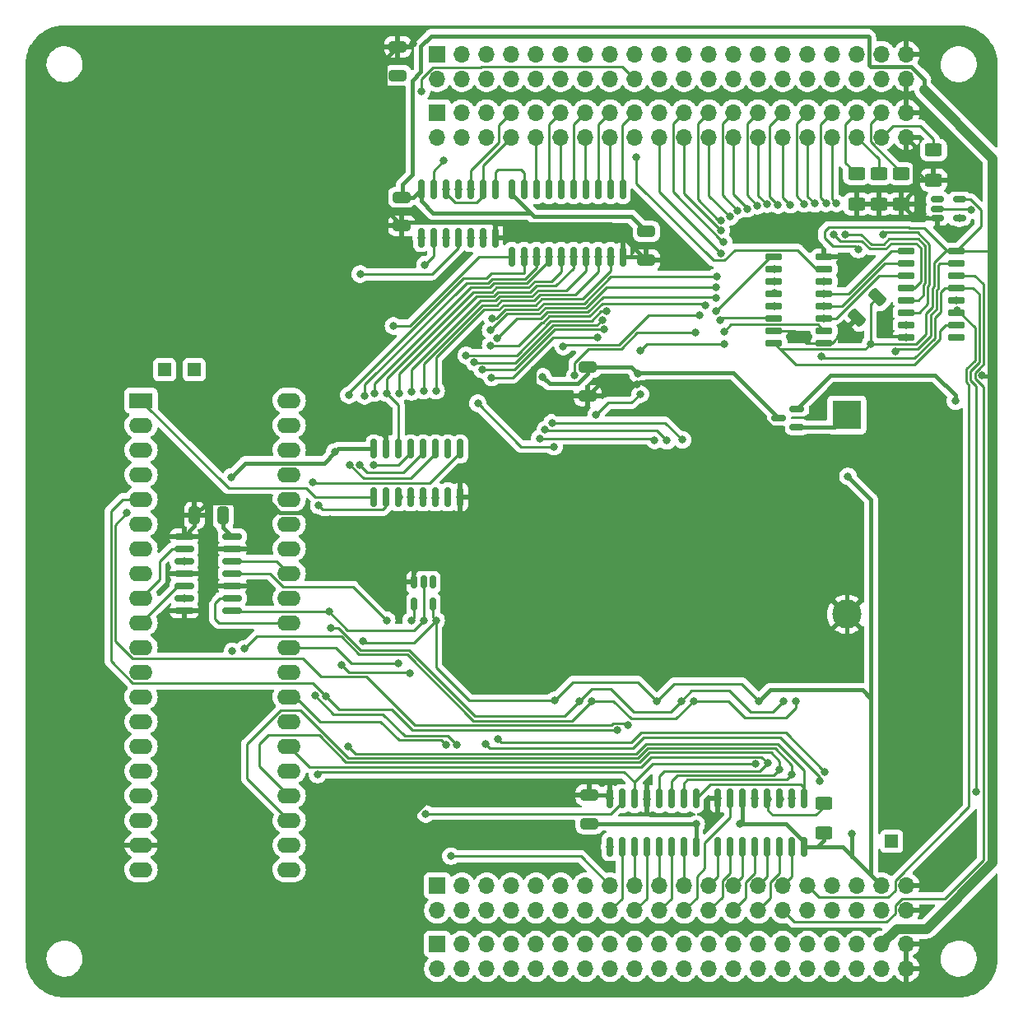
<source format=gbr>
%TF.GenerationSoftware,KiCad,Pcbnew,7.0.5-7.0.5~ubuntu20.04.1*%
%TF.CreationDate,2023-07-18T14:00:39+02:00*%
%TF.ProjectId,RAMROM_512k_board,52414d52-4f4d-45f3-9531-326b5f626f61,rev?*%
%TF.SameCoordinates,Original*%
%TF.FileFunction,Copper,L1,Top*%
%TF.FilePolarity,Positive*%
%FSLAX46Y46*%
G04 Gerber Fmt 4.6, Leading zero omitted, Abs format (unit mm)*
G04 Created by KiCad (PCBNEW 7.0.5-7.0.5~ubuntu20.04.1) date 2023-07-18 14:00:39*
%MOMM*%
%LPD*%
G01*
G04 APERTURE LIST*
G04 Aperture macros list*
%AMRoundRect*
0 Rectangle with rounded corners*
0 $1 Rounding radius*
0 $2 $3 $4 $5 $6 $7 $8 $9 X,Y pos of 4 corners*
0 Add a 4 corners polygon primitive as box body*
4,1,4,$2,$3,$4,$5,$6,$7,$8,$9,$2,$3,0*
0 Add four circle primitives for the rounded corners*
1,1,$1+$1,$2,$3*
1,1,$1+$1,$4,$5*
1,1,$1+$1,$6,$7*
1,1,$1+$1,$8,$9*
0 Add four rect primitives between the rounded corners*
20,1,$1+$1,$2,$3,$4,$5,0*
20,1,$1+$1,$4,$5,$6,$7,0*
20,1,$1+$1,$6,$7,$8,$9,0*
20,1,$1+$1,$8,$9,$2,$3,0*%
G04 Aperture macros list end*
%TA.AperFunction,SMDPad,CuDef*%
%ADD10RoundRect,0.150000X0.587500X0.150000X-0.587500X0.150000X-0.587500X-0.150000X0.587500X-0.150000X0*%
%TD*%
%TA.AperFunction,ComponentPad*%
%ADD11R,1.700000X1.700000*%
%TD*%
%TA.AperFunction,ComponentPad*%
%ADD12O,1.700000X1.700000*%
%TD*%
%TA.AperFunction,SMDPad,CuDef*%
%ADD13RoundRect,0.250000X0.325000X0.650000X-0.325000X0.650000X-0.325000X-0.650000X0.325000X-0.650000X0*%
%TD*%
%TA.AperFunction,ComponentPad*%
%ADD14R,2.400000X1.600000*%
%TD*%
%TA.AperFunction,ComponentPad*%
%ADD15O,2.400000X1.600000*%
%TD*%
%TA.AperFunction,ComponentPad*%
%ADD16R,3.000000X3.000000*%
%TD*%
%TA.AperFunction,ComponentPad*%
%ADD17C,3.000000*%
%TD*%
%TA.AperFunction,ComponentPad*%
%ADD18R,1.350000X1.350000*%
%TD*%
%TA.AperFunction,SMDPad,CuDef*%
%ADD19RoundRect,0.250000X-0.650000X0.325000X-0.650000X-0.325000X0.650000X-0.325000X0.650000X0.325000X0*%
%TD*%
%TA.AperFunction,SMDPad,CuDef*%
%ADD20RoundRect,0.250000X0.625000X-0.400000X0.625000X0.400000X-0.625000X0.400000X-0.625000X-0.400000X0*%
%TD*%
%TA.AperFunction,SMDPad,CuDef*%
%ADD21RoundRect,0.150000X0.725000X0.150000X-0.725000X0.150000X-0.725000X-0.150000X0.725000X-0.150000X0*%
%TD*%
%TA.AperFunction,SMDPad,CuDef*%
%ADD22RoundRect,0.150000X-0.150000X0.825000X-0.150000X-0.825000X0.150000X-0.825000X0.150000X0.825000X0*%
%TD*%
%TA.AperFunction,SMDPad,CuDef*%
%ADD23RoundRect,0.150000X-0.512500X-0.150000X0.512500X-0.150000X0.512500X0.150000X-0.512500X0.150000X0*%
%TD*%
%TA.AperFunction,SMDPad,CuDef*%
%ADD24RoundRect,0.150000X0.150000X-0.825000X0.150000X0.825000X-0.150000X0.825000X-0.150000X-0.825000X0*%
%TD*%
%TA.AperFunction,SMDPad,CuDef*%
%ADD25RoundRect,0.150000X-0.150000X0.512500X-0.150000X-0.512500X0.150000X-0.512500X0.150000X0.512500X0*%
%TD*%
%TA.AperFunction,SMDPad,CuDef*%
%ADD26RoundRect,0.250000X-0.229810X0.689429X-0.689429X0.229810X0.229810X-0.689429X0.689429X-0.229810X0*%
%TD*%
%TA.AperFunction,SMDPad,CuDef*%
%ADD27RoundRect,0.250000X-0.625000X0.400000X-0.625000X-0.400000X0.625000X-0.400000X0.625000X0.400000X0*%
%TD*%
%TA.AperFunction,SMDPad,CuDef*%
%ADD28RoundRect,0.150000X-0.825000X-0.150000X0.825000X-0.150000X0.825000X0.150000X-0.825000X0.150000X0*%
%TD*%
%TA.AperFunction,SMDPad,CuDef*%
%ADD29RoundRect,0.150000X0.150000X-0.837500X0.150000X0.837500X-0.150000X0.837500X-0.150000X-0.837500X0*%
%TD*%
%TA.AperFunction,SMDPad,CuDef*%
%ADD30RoundRect,0.150000X-0.725000X-0.150000X0.725000X-0.150000X0.725000X0.150000X-0.725000X0.150000X0*%
%TD*%
%TA.AperFunction,SMDPad,CuDef*%
%ADD31RoundRect,0.250000X0.650000X-0.325000X0.650000X0.325000X-0.650000X0.325000X-0.650000X-0.325000X0*%
%TD*%
%TA.AperFunction,ViaPad*%
%ADD32C,0.800000*%
%TD*%
%TA.AperFunction,Conductor*%
%ADD33C,0.250000*%
%TD*%
%TA.AperFunction,Conductor*%
%ADD34C,0.400000*%
%TD*%
%TA.AperFunction,Conductor*%
%ADD35C,1.000000*%
%TD*%
G04 APERTURE END LIST*
D10*
%TO.P,D2,1*%
%TO.N,Net-(BT1-+)*%
X176705500Y-86675000D03*
%TO.P,D2,2*%
%TO.N,+3V3*%
X176705500Y-84775000D03*
%TO.P,D2,3*%
%TO.N,Net-(C4-Pad1)*%
X174830500Y-85725000D03*
%TD*%
D11*
%TO.P,J1,1,Pin_1*%
%TO.N,+5V*%
X139700000Y-48303005D03*
D12*
%TO.P,J1,2,Pin_2*%
X139700000Y-50843005D03*
%TO.P,J1,3,Pin_3*%
%TO.N,/PHI1_e*%
X142240000Y-48303005D03*
%TO.P,J1,4,Pin_4*%
%TO.N,/PHI2_e*%
X142240000Y-50843005D03*
%TO.P,J1,5,Pin_5*%
%TO.N,/~{IORD}*%
X144780000Y-48303005D03*
%TO.P,J1,6,Pin_6*%
%TO.N,/R{slash}~{W}_e*%
X144780000Y-50843005D03*
%TO.P,J1,7,Pin_7*%
%TO.N,/~{MRD}*%
X147320000Y-48303005D03*
%TO.P,J1,8,Pin_8*%
%TO.N,/~{MWR}*%
X147320000Y-50843005D03*
%TO.P,J1,9,Pin_9*%
%TO.N,/~{IOWR}*%
X149860000Y-48303005D03*
%TO.P,J1,10,Pin_10*%
%TO.N,/D0*%
X149860000Y-50843005D03*
%TO.P,J1,11,Pin_11*%
%TO.N,/D1*%
X152400000Y-48303005D03*
%TO.P,J1,12,Pin_12*%
%TO.N,/D2*%
X152400000Y-50843005D03*
%TO.P,J1,13,Pin_13*%
%TO.N,/D3*%
X154940000Y-48303005D03*
%TO.P,J1,14,Pin_14*%
%TO.N,/D4*%
X154940000Y-50843005D03*
%TO.P,J1,15,Pin_15*%
%TO.N,/D5*%
X157480000Y-48303005D03*
%TO.P,J1,16,Pin_16*%
%TO.N,/D6*%
X157480000Y-50843005D03*
%TO.P,J1,17,Pin_17*%
%TO.N,/D7*%
X160020000Y-48303005D03*
%TO.P,J1,18,Pin_18*%
%TO.N,/~{RST}*%
X160020000Y-50843005D03*
%TO.P,J1,19,Pin_19*%
%TO.N,/A0*%
X162560000Y-48303005D03*
%TO.P,J1,20,Pin_20*%
%TO.N,/A1*%
X162560000Y-50843005D03*
%TO.P,J1,21,Pin_21*%
%TO.N,/A2*%
X165100000Y-48303005D03*
%TO.P,J1,22,Pin_22*%
%TO.N,/A3*%
X165100000Y-50843005D03*
%TO.P,J1,23,Pin_23*%
%TO.N,/A4*%
X167640000Y-48303005D03*
%TO.P,J1,24,Pin_24*%
%TO.N,/A5*%
X167640000Y-50843005D03*
%TO.P,J1,25,Pin_25*%
%TO.N,/A6*%
X170180000Y-48303005D03*
%TO.P,J1,26,Pin_26*%
%TO.N,/A7*%
X170180000Y-50843005D03*
%TO.P,J1,27,Pin_27*%
%TO.N,/A8*%
X172720000Y-48303005D03*
%TO.P,J1,28,Pin_28*%
%TO.N,/A9*%
X172720000Y-50843005D03*
%TO.P,J1,29,Pin_29*%
%TO.N,/A10*%
X175260000Y-48303005D03*
%TO.P,J1,30,Pin_30*%
%TO.N,/A11*%
X175260000Y-50843005D03*
%TO.P,J1,31,Pin_31*%
%TO.N,/A12*%
X177800000Y-48303005D03*
%TO.P,J1,32,Pin_32*%
%TO.N,/A13*%
X177800000Y-50843005D03*
%TO.P,J1,33,Pin_33*%
%TO.N,/A14*%
X180340000Y-48303005D03*
%TO.P,J1,34,Pin_34*%
%TO.N,/A15*%
X180340000Y-50843005D03*
%TO.P,J1,35,Pin_35*%
%TO.N,/A16*%
X182880000Y-48303005D03*
%TO.P,J1,36,Pin_36*%
%TO.N,/A17*%
X182880000Y-50843005D03*
%TO.P,J1,37,Pin_37*%
%TO.N,/A18*%
X185420000Y-48303005D03*
%TO.P,J1,38,Pin_38*%
%TO.N,/A19*%
X185420000Y-50843005D03*
%TO.P,J1,39,Pin_39*%
%TO.N,GND*%
X187960000Y-48303005D03*
%TO.P,J1,40,Pin_40*%
X187960000Y-50843005D03*
%TD*%
D13*
%TO.P,C6,1*%
%TO.N,+3V3*%
X117680000Y-95758000D03*
%TO.P,C6,2*%
%TO.N,GND*%
X114730000Y-95758000D03*
%TD*%
D14*
%TO.P,J6,1,Pin_1*%
%TO.N,/~{PLD}*%
X109220000Y-83947000D03*
D15*
%TO.P,J6,2,Pin_2*%
%TO.N,/~{CNTOE}*%
X109220000Y-86487000D03*
%TO.P,J6,3,Pin_3*%
%TO.N,/CPR*%
X109220000Y-89027000D03*
%TO.P,J6,4,Pin_4*%
%TO.N,/~{MRC}*%
X109220000Y-91567000D03*
%TO.P,J6,5,Pin_5*%
%TO.N,/CNT*%
X109220000Y-94107000D03*
%TO.P,J6,6,Pin_6*%
%TO.N,/uA9*%
X109220000Y-96647000D03*
%TO.P,J6,7,Pin_7*%
%TO.N,/uA10*%
X109220000Y-99187000D03*
%TO.P,J6,8,Pin_8*%
%TO.N,/uA11*%
X109220000Y-101727000D03*
%TO.P,J6,9,Pin_9*%
%TO.N,/~{uMWR}*%
X109220000Y-104267000D03*
%TO.P,J6,10,Pin_10*%
%TO.N,/~{uMRD}*%
X109220000Y-106807000D03*
%TO.P,J6,11,Pin_11*%
%TO.N,/B3*%
X109220000Y-109347000D03*
%TO.P,J6,12,Pin_12*%
%TO.N,/B4*%
X109220000Y-111887000D03*
%TO.P,J6,13,Pin_13*%
%TO.N,/B5*%
X109220000Y-114427000D03*
%TO.P,J6,14,Pin_14*%
%TO.N,/B6*%
X109220000Y-116967000D03*
%TO.P,J6,15,Pin_15*%
%TO.N,/B7*%
X109220000Y-119507000D03*
%TO.P,J6,16,Pin_16*%
%TO.N,/B8*%
X109220000Y-122047000D03*
%TO.P,J6,17,Pin_17*%
%TO.N,/~{BUSFREE}*%
X109220000Y-124587000D03*
%TO.P,J6,18,Pin_18*%
%TO.N,+5V*%
X109220000Y-127127000D03*
%TO.P,J6,19,Pin_19*%
%TO.N,GND*%
X109220000Y-129667000D03*
%TO.P,J6,20,Pin_20*%
%TO.N,unconnected-(J6-Pin_20-Pad20)*%
X109220000Y-132207000D03*
%TO.P,J6,21,Pin_21*%
%TO.N,/VB*%
X124460000Y-132207000D03*
%TO.P,J6,22,Pin_22*%
%TO.N,/SEL0*%
X124460000Y-129667000D03*
%TO.P,J6,23,Pin_23*%
%TO.N,/SEL1*%
X124460000Y-127127000D03*
%TO.P,J6,24,Pin_24*%
%TO.N,/SEL2*%
X124460000Y-124587000D03*
%TO.P,J6,25,Pin_25*%
%TO.N,/~{STMRST}*%
X124460000Y-122047000D03*
%TO.P,J6,26,Pin_26*%
%TO.N,/OFF{slash}ON*%
X124460000Y-119507000D03*
%TO.P,J6,27,Pin_27*%
%TO.N,/SEL4*%
X124460000Y-116967000D03*
%TO.P,J6,28,Pin_28*%
%TO.N,/RX2*%
X124460000Y-114427000D03*
%TO.P,J6,29,Pin_29*%
%TO.N,/TX2*%
X124460000Y-111887000D03*
%TO.P,J6,30,Pin_30*%
%TO.N,/~{DATOE}*%
X124460000Y-109347000D03*
%TO.P,J6,31,Pin_31*%
%TO.N,/uSCK*%
X124460000Y-106807000D03*
%TO.P,J6,32,Pin_32*%
%TO.N,/UMISO*%
X124460000Y-104267000D03*
%TO.P,J6,33,Pin_33*%
%TO.N,/uMOSI*%
X124460000Y-101727000D03*
%TO.P,J6,34,Pin_34*%
%TO.N,/B0*%
X124460000Y-99187000D03*
%TO.P,J6,35,Pin_35*%
%TO.N,/B1*%
X124460000Y-96647000D03*
%TO.P,J6,36,Pin_36*%
%TO.N,/B2*%
X124460000Y-94107000D03*
%TO.P,J6,37,Pin_37*%
%TO.N,/B10*%
X124460000Y-91567000D03*
%TO.P,J6,38,Pin_38*%
%TO.N,unconnected-(J6-Pin_38-Pad38)*%
X124460000Y-89027000D03*
%TO.P,J6,39,Pin_39*%
%TO.N,unconnected-(J6-Pin_39-Pad39)*%
X124460000Y-86487000D03*
%TO.P,J6,40,Pin_40*%
%TO.N,unconnected-(J6-Pin_40-Pad40)*%
X124460000Y-83947000D03*
%TD*%
D16*
%TO.P,BT1,1,+*%
%TO.N,Net-(BT1-+)*%
X181813201Y-85438399D03*
D17*
%TO.P,BT1,2,-*%
%TO.N,GND*%
X181813201Y-105928399D03*
%TD*%
D18*
%TO.P,J7,1,Pin_1*%
%TO.N,Net-(J7-Pin_1)*%
X114681000Y-80772000D03*
%TD*%
D19*
%TO.P,C10,1*%
%TO.N,+3V3*%
X161213800Y-66544400D03*
%TO.P,C10,2*%
%TO.N,GND*%
X161213800Y-69494400D03*
%TD*%
D11*
%TO.P,J4,1,Pin_1*%
%TO.N,+5V*%
X139700000Y-133849005D03*
D12*
%TO.P,J4,2,Pin_2*%
X139700000Y-136389005D03*
%TO.P,J4,3,Pin_3*%
%TO.N,/RX2*%
X142240000Y-133849005D03*
%TO.P,J4,4,Pin_4*%
%TO.N,/TX2*%
X142240000Y-136389005D03*
%TO.P,J4,5,Pin_5*%
%TO.N,/RX3*%
X144780000Y-133849005D03*
%TO.P,J4,6,Pin_6*%
%TO.N,/TX3*%
X144780000Y-136389005D03*
%TO.P,J4,7,Pin_7*%
%TO.N,/RES0*%
X147320000Y-133849005D03*
%TO.P,J4,8,Pin_8*%
%TO.N,/TX1*%
X147320000Y-136389005D03*
%TO.P,J4,9,Pin_9*%
%TO.N,/RES1*%
X149860000Y-133849005D03*
%TO.P,J4,10,Pin_10*%
%TO.N,/RX1*%
X149860000Y-136389005D03*
%TO.P,J4,11,Pin_11*%
%TO.N,/PH0*%
X152400000Y-133849005D03*
%TO.P,J4,12,Pin_12*%
%TO.N,/~{PH0}*%
X152400000Y-136389005D03*
%TO.P,J4,13,Pin_13*%
%TO.N,/CLKS*%
X154940000Y-133849005D03*
%TO.P,J4,14,Pin_14*%
%TO.N,/CLKF*%
X154940000Y-136389005D03*
%TO.P,J4,15,Pin_15*%
%TO.N,/~{BUSFREE}*%
X157480000Y-133849005D03*
%TO.P,J4,16,Pin_16*%
%TO.N,/~{RAMWE13}*%
X157480000Y-136389005D03*
%TO.P,J4,17,Pin_17*%
%TO.N,/~{RAMWE12}*%
X160020000Y-133849005D03*
%TO.P,J4,18,Pin_18*%
%TO.N,/~{RAMWE11}*%
X160020000Y-136389005D03*
%TO.P,J4,19,Pin_19*%
%TO.N,/~{RAMWE10}*%
X162560000Y-133849005D03*
%TO.P,J4,20,Pin_20*%
%TO.N,/~{RAMWE9}*%
X162560000Y-136389005D03*
%TO.P,J4,21,Pin_21*%
%TO.N,/~{RAMWE8}*%
X165100000Y-133849005D03*
%TO.P,J4,22,Pin_22*%
%TO.N,/~{RAMWE7}*%
X165100000Y-136389005D03*
%TO.P,J4,23,Pin_23*%
%TO.N,/~{RAMWE6}*%
X167640000Y-133849005D03*
%TO.P,J4,24,Pin_24*%
%TO.N,/~{RAMWE5}*%
X167640000Y-136389005D03*
%TO.P,J4,25,Pin_25*%
%TO.N,/~{RAMWE4}*%
X170180000Y-133849005D03*
%TO.P,J4,26,Pin_26*%
%TO.N,/~{RAMWE3}*%
X170180000Y-136389005D03*
%TO.P,J4,27,Pin_27*%
%TO.N,/~{RAMWE2}*%
X172720000Y-133849005D03*
%TO.P,J4,28,Pin_28*%
%TO.N,/~{RAMWE1}*%
X172720000Y-136389005D03*
%TO.P,J4,29,Pin_29*%
%TO.N,/~{RAMWE0}*%
X175260000Y-133849005D03*
%TO.P,J4,30,Pin_30*%
%TO.N,/MOSI*%
X175260000Y-136389005D03*
%TO.P,J4,31,Pin_31*%
%TO.N,/SCK*%
X177800000Y-133849005D03*
%TO.P,J4,32,Pin_32*%
%TO.N,/Bus/TDRTN*%
X177800000Y-136389005D03*
%TO.P,J4,33,Pin_33*%
%TO.N,/TMS*%
X180340000Y-133849005D03*
%TO.P,J4,34,Pin_34*%
%TO.N,/TDO*%
X180340000Y-136389005D03*
%TO.P,J4,35,Pin_35*%
%TO.N,/TCK*%
X182880000Y-133849005D03*
%TO.P,J4,36,Pin_36*%
%TO.N,/TDI*%
X182880000Y-136389005D03*
%TO.P,J4,37,Pin_37*%
%TO.N,+3V3*%
X185420000Y-133849005D03*
%TO.P,J4,38,Pin_38*%
X185420000Y-136389005D03*
%TO.P,J4,39,Pin_39*%
%TO.N,GND*%
X187960000Y-133849005D03*
%TO.P,J4,40,Pin_40*%
X187960000Y-136389005D03*
%TD*%
D20*
%TO.P,R2,1*%
%TO.N,+3V3*%
X179451000Y-128449000D03*
%TO.P,R2,2*%
%TO.N,/OFF{slash}ON*%
X179451000Y-125349000D03*
%TD*%
D21*
%TO.P,U6,1,OEa*%
%TO.N,GND*%
X179482841Y-78005471D03*
%TO.P,U6,2,A1*%
%TO.N,/A2*%
X179482841Y-76735471D03*
%TO.P,U6,3,I3a*%
%TO.N,Net-(U5-I{slash}O3)*%
X179482841Y-75465471D03*
%TO.P,U6,4,I2a*%
%TO.N,Net-(U5-I{slash}O2)*%
X179482841Y-74195471D03*
%TO.P,U6,5,I1a*%
%TO.N,Net-(U5-I{slash}O1)*%
X179482841Y-72925471D03*
%TO.P,U6,6,I0a*%
%TO.N,Net-(U5-I{slash}O0)*%
X179482841Y-71655471D03*
%TO.P,U6,7,Za*%
%TO.N,/~{WP}*%
X179482841Y-70385471D03*
%TO.P,U6,8,GND*%
%TO.N,GND*%
X179482841Y-69115471D03*
%TO.P,U6,9,Zb*%
%TO.N,/~{CSRAM}*%
X174332841Y-69115471D03*
%TO.P,U6,10,I0b*%
%TO.N,Net-(U5-I{slash}O4)*%
X174332841Y-70385471D03*
%TO.P,U6,11,I1b*%
%TO.N,Net-(U5-I{slash}O5)*%
X174332841Y-71655471D03*
%TO.P,U6,12,I2b*%
%TO.N,Net-(U5-I{slash}O6)*%
X174332841Y-72925471D03*
%TO.P,U6,13,I3b*%
%TO.N,Net-(U5-I{slash}O7)*%
X174332841Y-74195471D03*
%TO.P,U6,14,A0*%
%TO.N,/A1*%
X174332841Y-75465471D03*
%TO.P,U6,15,OEb*%
%TO.N,GND*%
X174332841Y-76735471D03*
%TO.P,U6,16,VCC*%
%TO.N,+3V3*%
X174332841Y-78005471D03*
%TD*%
D22*
%TO.P,U16,1,A0*%
%TO.N,/SEL0*%
X177450000Y-124900400D03*
%TO.P,U16,2,A1*%
%TO.N,/SEL1*%
X176180000Y-124900400D03*
%TO.P,U16,3,A2*%
%TO.N,/SEL2*%
X174910000Y-124900400D03*
%TO.P,U16,4,E1*%
%TO.N,/OFF{slash}ON*%
X173640000Y-124900400D03*
%TO.P,U16,5,E2*%
%TO.N,/SEL4*%
X172370000Y-124900400D03*
%TO.P,U16,6,E3*%
%TO.N,+3V3*%
X171100000Y-124900400D03*
%TO.P,U16,7,O7*%
%TO.N,/~{RAMWE7}*%
X169830000Y-124900400D03*
%TO.P,U16,8,GND*%
%TO.N,GND*%
X168560000Y-124900400D03*
%TO.P,U16,9,O6*%
%TO.N,/~{RAMWE6}*%
X168560000Y-129850400D03*
%TO.P,U16,10,O5*%
%TO.N,/~{RAMWE5}*%
X169830000Y-129850400D03*
%TO.P,U16,11,O4*%
%TO.N,/~{RAMWE4}*%
X171100000Y-129850400D03*
%TO.P,U16,12,O3*%
%TO.N,/~{RAMWE3}*%
X172370000Y-129850400D03*
%TO.P,U16,13,O2*%
%TO.N,/~{RAMWE2}*%
X173640000Y-129850400D03*
%TO.P,U16,14,O1*%
%TO.N,/~{RAMWE1}*%
X174910000Y-129850400D03*
%TO.P,U16,15,O0*%
%TO.N,/~{RAMWE0}*%
X176180000Y-129850400D03*
%TO.P,U16,16,VCC*%
%TO.N,+3V3*%
X177450000Y-129850400D03*
%TD*%
D23*
%TO.P,U8,1*%
%TO.N,N/C*%
X191125741Y-63261200D03*
%TO.P,U8,2*%
%TO.N,/SCK*%
X191125741Y-64211200D03*
%TO.P,U8,3,GND*%
%TO.N,GND*%
X191125741Y-65161200D03*
%TO.P,U8,4*%
%TO.N,Net-(U7-RCLK)*%
X193400741Y-65161200D03*
%TO.P,U8,5,VCC*%
%TO.N,+3V3*%
X193400741Y-63261200D03*
%TD*%
D24*
%TO.P,U21,1*%
%TO.N,Net-(U21-Pad1)*%
X138049000Y-67168800D03*
%TO.P,U21,2*%
%TO.N,/~{RAMWE15}*%
X139319000Y-67168800D03*
%TO.P,U21,3*%
%TO.N,Net-(U4-~{WE})*%
X140589000Y-67168800D03*
%TO.P,U21,4*%
%TO.N,/~{DATOE}*%
X141859000Y-67168800D03*
%TO.P,U21,5*%
%TO.N,/~{MRD}*%
X143129000Y-67168800D03*
%TO.P,U21,6*%
%TO.N,Net-(U4-~{OE})*%
X144399000Y-67168800D03*
%TO.P,U21,7,GND*%
%TO.N,GND*%
X145669000Y-67168800D03*
%TO.P,U21,8*%
%TO.N,Net-(U1-CE)*%
X145669000Y-62218800D03*
%TO.P,U21,9*%
%TO.N,/~{MWR}*%
X144399000Y-62218800D03*
%TO.P,U21,10*%
%TO.N,/~{MRD}*%
X143129000Y-62218800D03*
%TO.P,U21,11*%
%TO.N,Net-(U21-Pad1)*%
X141859000Y-62218800D03*
%TO.P,U21,12*%
%TO.N,/~{MWR}*%
X140589000Y-62218800D03*
%TO.P,U21,13*%
%TO.N,/~{WP}*%
X139319000Y-62218800D03*
%TO.P,U21,14,VCC*%
%TO.N,+3V3*%
X138049000Y-62218800D03*
%TD*%
D19*
%TO.P,C4,1*%
%TO.N,Net-(C4-Pad1)*%
X155168600Y-80492600D03*
%TO.P,C4,2*%
%TO.N,GND*%
X155168600Y-83442600D03*
%TD*%
D25*
%TO.P,U12,1*%
%TO.N,N/C*%
X139227600Y-102631800D03*
%TO.P,U12,2*%
%TO.N,/SCK*%
X138277600Y-102631800D03*
%TO.P,U12,3,GND*%
%TO.N,GND*%
X137327600Y-102631800D03*
%TO.P,U12,4*%
%TO.N,Net-(U10-RCLK)*%
X137327600Y-104906800D03*
%TO.P,U12,5,VCC*%
%TO.N,+3V3*%
X139227600Y-104906800D03*
%TD*%
D22*
%TO.P,U17,1,A0*%
%TO.N,/SEL0*%
X166299400Y-124900400D03*
%TO.P,U17,2,A1*%
%TO.N,/SEL1*%
X165029400Y-124900400D03*
%TO.P,U17,3,A2*%
%TO.N,/SEL2*%
X163759400Y-124900400D03*
%TO.P,U17,4,E1*%
%TO.N,/OFF{slash}ON*%
X162489400Y-124900400D03*
%TO.P,U17,5,E2*%
%TO.N,GND*%
X161219400Y-124900400D03*
%TO.P,U17,6,E3*%
%TO.N,/SEL4*%
X159949400Y-124900400D03*
%TO.P,U17,7,O7*%
%TO.N,/~{RAMWE15}*%
X158679400Y-124900400D03*
%TO.P,U17,8,GND*%
%TO.N,GND*%
X157409400Y-124900400D03*
%TO.P,U17,9,O6*%
%TO.N,/~{RAMWE14}*%
X157409400Y-129850400D03*
%TO.P,U17,10,O5*%
%TO.N,/~{RAMWE13}*%
X158679400Y-129850400D03*
%TO.P,U17,11,O4*%
%TO.N,/~{RAMWE12}*%
X159949400Y-129850400D03*
%TO.P,U17,12,O3*%
%TO.N,/~{RAMWE11}*%
X161219400Y-129850400D03*
%TO.P,U17,13,O2*%
%TO.N,/~{RAMWE10}*%
X162489400Y-129850400D03*
%TO.P,U17,14,O1*%
%TO.N,/~{RAMWE9}*%
X163759400Y-129850400D03*
%TO.P,U17,15,O0*%
%TO.N,/~{RAMWE8}*%
X165029400Y-129850400D03*
%TO.P,U17,16,VCC*%
%TO.N,+3V3*%
X166299400Y-129850400D03*
%TD*%
D26*
%TO.P,C5,1*%
%TO.N,+3V3*%
X184973441Y-73329800D03*
%TO.P,C5,2*%
%TO.N,GND*%
X182887475Y-75415766D03*
%TD*%
D27*
%TO.P,R8,1*%
%TO.N,/A17*%
X185115200Y-60628600D03*
%TO.P,R8,2*%
%TO.N,GND*%
X185115200Y-63728600D03*
%TD*%
D11*
%TO.P,J2,1,Pin_1*%
%TO.N,+5V*%
X139700000Y-139849005D03*
D12*
%TO.P,J2,2,Pin_2*%
X139700000Y-142389005D03*
%TO.P,J2,3,Pin_3*%
%TO.N,/RX2*%
X142240000Y-139849005D03*
%TO.P,J2,4,Pin_4*%
%TO.N,/TX2*%
X142240000Y-142389005D03*
%TO.P,J2,5,Pin_5*%
%TO.N,/RX3*%
X144780000Y-139849005D03*
%TO.P,J2,6,Pin_6*%
%TO.N,/TX3*%
X144780000Y-142389005D03*
%TO.P,J2,7,Pin_7*%
%TO.N,/RES0*%
X147320000Y-139849005D03*
%TO.P,J2,8,Pin_8*%
%TO.N,/TX1*%
X147320000Y-142389005D03*
%TO.P,J2,9,Pin_9*%
%TO.N,/RES1*%
X149860000Y-139849005D03*
%TO.P,J2,10,Pin_10*%
%TO.N,/RX1*%
X149860000Y-142389005D03*
%TO.P,J2,11,Pin_11*%
%TO.N,/PH0*%
X152400000Y-139849005D03*
%TO.P,J2,12,Pin_12*%
%TO.N,/~{PH0}*%
X152400000Y-142389005D03*
%TO.P,J2,13,Pin_13*%
%TO.N,/CLKS*%
X154940000Y-139849005D03*
%TO.P,J2,14,Pin_14*%
%TO.N,/CLKF*%
X154940000Y-142389005D03*
%TO.P,J2,15,Pin_15*%
%TO.N,/~{BUSFREE}*%
X157480000Y-139849005D03*
%TO.P,J2,16,Pin_16*%
%TO.N,/~{RAMWE13}*%
X157480000Y-142389005D03*
%TO.P,J2,17,Pin_17*%
%TO.N,/~{RAMWE12}*%
X160020000Y-139849005D03*
%TO.P,J2,18,Pin_18*%
%TO.N,/~{RAMWE11}*%
X160020000Y-142389005D03*
%TO.P,J2,19,Pin_19*%
%TO.N,/~{RAMWE10}*%
X162560000Y-139849005D03*
%TO.P,J2,20,Pin_20*%
%TO.N,/~{RAMWE9}*%
X162560000Y-142389005D03*
%TO.P,J2,21,Pin_21*%
%TO.N,/~{RAMWE8}*%
X165100000Y-139849005D03*
%TO.P,J2,22,Pin_22*%
%TO.N,/~{RAMWE7}*%
X165100000Y-142389005D03*
%TO.P,J2,23,Pin_23*%
%TO.N,/~{RAMWE6}*%
X167640000Y-139849005D03*
%TO.P,J2,24,Pin_24*%
%TO.N,/~{RAMWE5}*%
X167640000Y-142389005D03*
%TO.P,J2,25,Pin_25*%
%TO.N,/~{RAMWE4}*%
X170180000Y-139849005D03*
%TO.P,J2,26,Pin_26*%
%TO.N,/~{RAMWE3}*%
X170180000Y-142389005D03*
%TO.P,J2,27,Pin_27*%
%TO.N,/~{RAMWE2}*%
X172720000Y-139849005D03*
%TO.P,J2,28,Pin_28*%
%TO.N,/~{RAMWE1}*%
X172720000Y-142389005D03*
%TO.P,J2,29,Pin_29*%
%TO.N,/~{RAMWE0}*%
X175260000Y-139849005D03*
%TO.P,J2,30,Pin_30*%
%TO.N,/MOSI*%
X175260000Y-142389005D03*
%TO.P,J2,31,Pin_31*%
%TO.N,/SCK*%
X177800000Y-139849005D03*
%TO.P,J2,32,Pin_32*%
%TO.N,/Bus/TDRTN*%
X177800000Y-142389005D03*
%TO.P,J2,33,Pin_33*%
%TO.N,/TMS*%
X180340000Y-139849005D03*
%TO.P,J2,34,Pin_34*%
%TO.N,/TDO*%
X180340000Y-142389005D03*
%TO.P,J2,35,Pin_35*%
%TO.N,/TCK*%
X182880000Y-139849005D03*
%TO.P,J2,36,Pin_36*%
%TO.N,/TDI*%
X182880000Y-142389005D03*
%TO.P,J2,37,Pin_37*%
%TO.N,+3V3*%
X185420000Y-139849005D03*
%TO.P,J2,38,Pin_38*%
X185420000Y-142389005D03*
%TO.P,J2,39,Pin_39*%
%TO.N,GND*%
X187960000Y-139849005D03*
%TO.P,J2,40,Pin_40*%
X187960000Y-142389005D03*
%TD*%
D18*
%TO.P,J9,1,Pin_1*%
%TO.N,Net-(J9-Pin_1)*%
X111633000Y-80772000D03*
%TD*%
D27*
%TO.P,R10,1*%
%TO.N,/A19*%
X190754000Y-58164800D03*
%TO.P,R10,2*%
%TO.N,GND*%
X190754000Y-61264800D03*
%TD*%
%TO.P,R7,1*%
%TO.N,/A16*%
X182829200Y-60629800D03*
%TO.P,R7,2*%
%TO.N,GND*%
X182829200Y-63729800D03*
%TD*%
D28*
%TO.P,U2,1*%
%TO.N,GND*%
X113665000Y-97917000D03*
%TO.P,U2,2*%
%TO.N,/~{uMWR}*%
X113665000Y-99187000D03*
%TO.P,U2,3*%
%TO.N,Net-(J7-Pin_1)*%
X113665000Y-100457000D03*
%TO.P,U2,4*%
%TO.N,GND*%
X113665000Y-101727000D03*
%TO.P,U2,5*%
%TO.N,/~{uMRD}*%
X113665000Y-102997000D03*
%TO.P,U2,6*%
%TO.N,Net-(J9-Pin_1)*%
X113665000Y-104267000D03*
%TO.P,U2,7,GND*%
%TO.N,GND*%
X113665000Y-105537000D03*
%TO.P,U2,8*%
%TO.N,/SCK*%
X118615000Y-105537000D03*
%TO.P,U2,9*%
%TO.N,/uSCK*%
X118615000Y-104267000D03*
%TO.P,U2,10*%
%TO.N,GND*%
X118615000Y-102997000D03*
%TO.P,U2,11*%
%TO.N,/MOSI*%
X118615000Y-101727000D03*
%TO.P,U2,12*%
%TO.N,/uMOSI*%
X118615000Y-100457000D03*
%TO.P,U2,13*%
%TO.N,GND*%
X118615000Y-99187000D03*
%TO.P,U2,14,VCC*%
%TO.N,+3V3*%
X118615000Y-97917000D03*
%TD*%
D11*
%TO.P,J3,1,Pin_1*%
%TO.N,+5V*%
X139700000Y-54303005D03*
D12*
%TO.P,J3,2,Pin_2*%
X139700000Y-56843005D03*
%TO.P,J3,3,Pin_3*%
%TO.N,/PHI1_e*%
X142240000Y-54303005D03*
%TO.P,J3,4,Pin_4*%
%TO.N,/PHI2_e*%
X142240000Y-56843005D03*
%TO.P,J3,5,Pin_5*%
%TO.N,/~{IORD}*%
X144780000Y-54303005D03*
%TO.P,J3,6,Pin_6*%
%TO.N,/R{slash}~{W}_e*%
X144780000Y-56843005D03*
%TO.P,J3,7,Pin_7*%
%TO.N,/~{MRD}*%
X147320000Y-54303005D03*
%TO.P,J3,8,Pin_8*%
%TO.N,/~{MWR}*%
X147320000Y-56843005D03*
%TO.P,J3,9,Pin_9*%
%TO.N,/~{IOWR}*%
X149860000Y-54303005D03*
%TO.P,J3,10,Pin_10*%
%TO.N,/D0*%
X149860000Y-56843005D03*
%TO.P,J3,11,Pin_11*%
%TO.N,/D1*%
X152400000Y-54303005D03*
%TO.P,J3,12,Pin_12*%
%TO.N,/D2*%
X152400000Y-56843005D03*
%TO.P,J3,13,Pin_13*%
%TO.N,/D3*%
X154940000Y-54303005D03*
%TO.P,J3,14,Pin_14*%
%TO.N,/D4*%
X154940000Y-56843005D03*
%TO.P,J3,15,Pin_15*%
%TO.N,/D5*%
X157480000Y-54303005D03*
%TO.P,J3,16,Pin_16*%
%TO.N,/D6*%
X157480000Y-56843005D03*
%TO.P,J3,17,Pin_17*%
%TO.N,/D7*%
X160020000Y-54303005D03*
%TO.P,J3,18,Pin_18*%
%TO.N,/~{RST}*%
X160020000Y-56843005D03*
%TO.P,J3,19,Pin_19*%
%TO.N,/A0*%
X162560000Y-54303005D03*
%TO.P,J3,20,Pin_20*%
%TO.N,/A1*%
X162560000Y-56843005D03*
%TO.P,J3,21,Pin_21*%
%TO.N,/A2*%
X165100000Y-54303005D03*
%TO.P,J3,22,Pin_22*%
%TO.N,/A3*%
X165100000Y-56843005D03*
%TO.P,J3,23,Pin_23*%
%TO.N,/A4*%
X167640000Y-54303005D03*
%TO.P,J3,24,Pin_24*%
%TO.N,/A5*%
X167640000Y-56843005D03*
%TO.P,J3,25,Pin_25*%
%TO.N,/A6*%
X170180000Y-54303005D03*
%TO.P,J3,26,Pin_26*%
%TO.N,/A7*%
X170180000Y-56843005D03*
%TO.P,J3,27,Pin_27*%
%TO.N,/A8*%
X172720000Y-54303005D03*
%TO.P,J3,28,Pin_28*%
%TO.N,/A9*%
X172720000Y-56843005D03*
%TO.P,J3,29,Pin_29*%
%TO.N,/A10*%
X175260000Y-54303005D03*
%TO.P,J3,30,Pin_30*%
%TO.N,/A11*%
X175260000Y-56843005D03*
%TO.P,J3,31,Pin_31*%
%TO.N,/A12*%
X177800000Y-54303005D03*
%TO.P,J3,32,Pin_32*%
%TO.N,/A13*%
X177800000Y-56843005D03*
%TO.P,J3,33,Pin_33*%
%TO.N,/A14*%
X180340000Y-54303005D03*
%TO.P,J3,34,Pin_34*%
%TO.N,/A15*%
X180340000Y-56843005D03*
%TO.P,J3,35,Pin_35*%
%TO.N,/A16*%
X182880000Y-54303005D03*
%TO.P,J3,36,Pin_36*%
%TO.N,/A17*%
X182880000Y-56843005D03*
%TO.P,J3,37,Pin_37*%
%TO.N,/A18*%
X185420000Y-54303005D03*
%TO.P,J3,38,Pin_38*%
%TO.N,/A19*%
X185420000Y-56843005D03*
%TO.P,J3,39,Pin_39*%
%TO.N,GND*%
X187960000Y-54303005D03*
%TO.P,J3,40,Pin_40*%
X187960000Y-56843005D03*
%TD*%
D27*
%TO.P,R9,1*%
%TO.N,/A18*%
X187426600Y-60603200D03*
%TO.P,R9,2*%
%TO.N,GND*%
X187426600Y-63703200D03*
%TD*%
D29*
%TO.P,U1,1,A->B*%
%TO.N,/~{MWR}*%
X147362000Y-69155000D03*
%TO.P,U1,2,A0*%
%TO.N,/CD0*%
X148632000Y-69155000D03*
%TO.P,U1,3,A1*%
%TO.N,/CD1*%
X149902000Y-69155000D03*
%TO.P,U1,4,A2*%
%TO.N,/CD2*%
X151172000Y-69155000D03*
%TO.P,U1,5,A3*%
%TO.N,/CD3*%
X152442000Y-69155000D03*
%TO.P,U1,6,A4*%
%TO.N,/CD4*%
X153712000Y-69155000D03*
%TO.P,U1,7,A5*%
%TO.N,/CD5*%
X154982000Y-69155000D03*
%TO.P,U1,8,A6*%
%TO.N,/CD6*%
X156252000Y-69155000D03*
%TO.P,U1,9,A7*%
%TO.N,/CD7*%
X157522000Y-69155000D03*
%TO.P,U1,10,GND*%
%TO.N,GND*%
X158792000Y-69155000D03*
%TO.P,U1,11,B7*%
%TO.N,/D7*%
X158792000Y-62230000D03*
%TO.P,U1,12,B6*%
%TO.N,/D6*%
X157522000Y-62230000D03*
%TO.P,U1,13,B5*%
%TO.N,/D5*%
X156252000Y-62230000D03*
%TO.P,U1,14,B4*%
%TO.N,/D4*%
X154982000Y-62230000D03*
%TO.P,U1,15,B3*%
%TO.N,/D3*%
X153712000Y-62230000D03*
%TO.P,U1,16,B2*%
%TO.N,/D2*%
X152442000Y-62230000D03*
%TO.P,U1,17,B1*%
%TO.N,/D1*%
X151172000Y-62230000D03*
%TO.P,U1,18,B0*%
%TO.N,/D0*%
X149902000Y-62230000D03*
%TO.P,U1,19,CE*%
%TO.N,Net-(U1-CE)*%
X148632000Y-62230000D03*
%TO.P,U1,20,VCC*%
%TO.N,+3V3*%
X147362000Y-62230000D03*
%TD*%
D30*
%TO.P,U7,1,QB*%
%TO.N,Net-(U5-I{slash}O1)*%
X187947241Y-68531271D03*
%TO.P,U7,2,QC*%
%TO.N,Net-(U5-I{slash}O2)*%
X187947241Y-69801271D03*
%TO.P,U7,3,QD*%
%TO.N,Net-(U5-I{slash}O3)*%
X187947241Y-71071271D03*
%TO.P,U7,4,QE*%
%TO.N,Net-(U5-I{slash}O4)*%
X187947241Y-72341271D03*
%TO.P,U7,5,QF*%
%TO.N,Net-(U5-I{slash}O5)*%
X187947241Y-73611271D03*
%TO.P,U7,6,QG*%
%TO.N,Net-(U5-I{slash}O6)*%
X187947241Y-74881271D03*
%TO.P,U7,7,QH*%
%TO.N,Net-(U5-I{slash}O7)*%
X187947241Y-76151271D03*
%TO.P,U7,8,GND*%
%TO.N,GND*%
X187947241Y-77421271D03*
%TO.P,U7,9,QH'*%
%TO.N,unconnected-(U7-QH'-Pad9)*%
X193097241Y-77421271D03*
%TO.P,U7,10,~{SRCLR}*%
%TO.N,+3V3*%
X193097241Y-76151271D03*
%TO.P,U7,11,SRCLK*%
%TO.N,/SCK*%
X193097241Y-74881271D03*
%TO.P,U7,12,RCLK*%
%TO.N,Net-(U7-RCLK)*%
X193097241Y-73611271D03*
%TO.P,U7,13,~{OE}*%
%TO.N,/~{RAMWE14}*%
X193097241Y-72341271D03*
%TO.P,U7,14,SER*%
%TO.N,/MOSI*%
X193097241Y-71071271D03*
%TO.P,U7,15,QA*%
%TO.N,Net-(U5-I{slash}O0)*%
X193097241Y-69801271D03*
%TO.P,U7,16,VCC*%
%TO.N,+3V3*%
X193097241Y-68531271D03*
%TD*%
D31*
%TO.P,C1,1*%
%TO.N,+5V*%
X135636000Y-50497000D03*
%TO.P,C1,2*%
%TO.N,GND*%
X135636000Y-47547000D03*
%TD*%
D18*
%TO.P,J8,1,Pin_1*%
%TO.N,/~{RAMWE14}*%
X186436000Y-129286000D03*
%TD*%
D24*
%TO.P,U9,1,~{PL}*%
%TO.N,/~{PLD}*%
X133159500Y-93867362D03*
%TO.P,U9,2,CP*%
%TO.N,/SCK*%
X134429500Y-93867362D03*
%TO.P,U9,3,D4*%
%TO.N,/CD4*%
X135699500Y-93867362D03*
%TO.P,U9,4,D5*%
%TO.N,/CD5*%
X136969500Y-93867362D03*
%TO.P,U9,5,D6*%
%TO.N,/CD6*%
X138239500Y-93867362D03*
%TO.P,U9,6,D7*%
%TO.N,/CD7*%
X139509500Y-93867362D03*
%TO.P,U9,7,~{Q7}*%
%TO.N,unconnected-(U9-~{Q7}-Pad7)*%
X140779500Y-93867362D03*
%TO.P,U9,8,GND*%
%TO.N,GND*%
X142049500Y-93867362D03*
%TO.P,U9,9,Q7*%
%TO.N,/UMISO*%
X142049500Y-88917362D03*
%TO.P,U9,10,DS*%
%TO.N,unconnected-(U9-DS-Pad10)*%
X140779500Y-88917362D03*
%TO.P,U9,11,D0*%
%TO.N,/CD0*%
X139509500Y-88917362D03*
%TO.P,U9,12,D1*%
%TO.N,/CD1*%
X138239500Y-88917362D03*
%TO.P,U9,13,D2*%
%TO.N,/CD2*%
X136969500Y-88917362D03*
%TO.P,U9,14,D3*%
%TO.N,/CD3*%
X135699500Y-88917362D03*
%TO.P,U9,15,~{CE}*%
%TO.N,GND*%
X134429500Y-88917362D03*
%TO.P,U9,16,VCC*%
%TO.N,+3V3*%
X133159500Y-88917362D03*
%TD*%
D31*
%TO.P,C3,1*%
%TO.N,+3V3*%
X155339481Y-127470811D03*
%TO.P,C3,2*%
%TO.N,GND*%
X155339481Y-124520811D03*
%TD*%
D19*
%TO.P,C8,1*%
%TO.N,+3V3*%
X136042400Y-63015600D03*
%TO.P,C8,2*%
%TO.N,GND*%
X136042400Y-65965600D03*
%TD*%
D32*
%TO.N,/~{RST}*%
X138049000Y-52120800D03*
%TO.N,GND*%
X188541041Y-65161200D03*
X135864600Y-139449600D03*
X181810041Y-69623471D03*
X149631400Y-80746600D03*
X182887475Y-75415766D03*
X168560000Y-124900400D03*
X128143000Y-86995000D03*
X140843000Y-101402978D03*
X137250337Y-47231200D03*
X170022249Y-111799999D03*
X161219400Y-124937000D03*
X157409400Y-124900400D03*
X142049500Y-93867362D03*
X159506650Y-111800000D03*
X181698525Y-109890275D03*
X187947241Y-77421293D03*
X133096000Y-49911000D03*
X128651000Y-96139000D03*
X160274000Y-82270600D03*
%TO.N,+5V*%
X135636000Y-50497000D03*
%TO.N,/A15*%
X145186400Y-78282796D03*
X180746400Y-63652400D03*
X167259000Y-74168000D03*
%TO.N,/A14*%
X166649400Y-75133200D03*
X179679600Y-63652400D03*
X152654000Y-78384400D03*
%TO.N,/A13*%
X153838295Y-81351932D03*
X166243000Y-76962000D03*
X178543874Y-63685070D03*
%TO.N,/A12*%
X151511536Y-86222000D03*
X164896800Y-87985600D03*
X177434350Y-63702456D03*
%TO.N,/A11*%
X176022000Y-63779400D03*
X163322000Y-88061800D03*
X150799800Y-86969600D03*
%TO.N,/A10*%
X150241000Y-87833200D03*
X162052000Y-88036400D03*
X174752000Y-63830200D03*
%TO.N,/A9*%
X173604347Y-63749347D03*
%TO.N,/A8*%
X172613747Y-63901747D03*
%TO.N,/A7*%
X171562266Y-64214723D03*
%TO.N,/A6*%
X170564555Y-64375434D03*
%TO.N,/A5*%
X169813151Y-65035280D03*
%TO.N,/A4*%
X156032200Y-85420200D03*
X168886845Y-65412060D03*
X160578800Y-83286600D03*
%TO.N,/A3*%
X168894929Y-66416160D03*
X156184600Y-77444600D03*
X145288000Y-81559400D03*
%TO.N,/A2*%
X169189400Y-76835000D03*
X144348200Y-80772000D03*
X169129252Y-67637423D03*
X156881351Y-76630418D03*
%TO.N,/A1*%
X168801400Y-75670385D03*
X156659614Y-75655310D03*
X168873800Y-68780218D03*
X143510000Y-80010000D03*
%TO.N,/A0*%
X142671800Y-79298800D03*
X157068753Y-74742835D03*
%TO.N,+3V3*%
X118491000Y-91821000D03*
X182371992Y-128473800D03*
X132080000Y-108712000D03*
X181940200Y-91741200D03*
X166324800Y-127527800D03*
X184263841Y-78093693D03*
X129142000Y-89260691D03*
X195740000Y-81375944D03*
X117680000Y-95758000D03*
X172808525Y-114840275D03*
X162267525Y-114851475D03*
X139573000Y-106553000D03*
X179431200Y-128493000D03*
X136042400Y-63015600D03*
X193000000Y-84000000D03*
X151751925Y-114789475D03*
X183013841Y-68404271D03*
X170795200Y-127477000D03*
%TO.N,/MOSI*%
X144653000Y-119253000D03*
X134493000Y-106553000D03*
X179057080Y-123093147D03*
%TO.N,/SCK*%
X194646188Y-64368253D03*
X145923000Y-118745000D03*
X128561000Y-105664000D03*
X193151154Y-74625000D03*
X138303000Y-106553000D03*
X127508000Y-94742000D03*
X179578000Y-122137000D03*
%TO.N,/~{MWR}*%
X135186847Y-76258847D03*
X140589000Y-62218800D03*
%TO.N,/~{MRD}*%
X143129000Y-62218800D03*
X143129000Y-67233800D03*
%TO.N,/TX2*%
X141663847Y-119321153D03*
X127127000Y-114300000D03*
%TO.N,/RX2*%
X140589000Y-119380000D03*
%TO.N,Net-(U7-RCLK)*%
X193097241Y-73611271D03*
X193400721Y-65161190D03*
%TO.N,Net-(U5-I{slash}O0)*%
X179482841Y-71687471D03*
X186813841Y-78880671D03*
%TO.N,Net-(U5-I{slash}O1)*%
X179482849Y-72925469D03*
%TO.N,Net-(U5-I{slash}O2)*%
X179482840Y-74195472D03*
%TO.N,Net-(U5-I{slash}O3)*%
X179482841Y-75465473D03*
%TO.N,Net-(U5-I{slash}O4)*%
X180463841Y-66866471D03*
X174363841Y-70385469D03*
%TO.N,Net-(U5-I{slash}O5)*%
X174363841Y-71655473D03*
X181673841Y-66843271D03*
%TO.N,Net-(U5-I{slash}O6)*%
X185543837Y-66893667D03*
X174363841Y-72851469D03*
%TO.N,Net-(U5-I{slash}O7)*%
X187947241Y-76151259D03*
X174363841Y-74195459D03*
%TO.N,/A16*%
X145866367Y-77496995D03*
X182829206Y-60629788D03*
X168402000Y-73406000D03*
%TO.N,/A17*%
X185115192Y-60628584D03*
X145186400Y-76708000D03*
X168410914Y-72276352D03*
%TO.N,/A18*%
X168423800Y-71218650D03*
X145338800Y-75488800D03*
%TO.N,/~{CSRAM}*%
X160604200Y-78816200D03*
X169240200Y-78155800D03*
X168367324Y-74708070D03*
%TO.N,/CD7*%
X139573000Y-82931000D03*
X157522000Y-69155012D03*
X139534900Y-93957762D03*
%TO.N,/CD6*%
X156252000Y-69155014D03*
X138303000Y-82931000D03*
X138264900Y-93957762D03*
%TO.N,/CD5*%
X137033000Y-83058000D03*
X136994900Y-93881562D03*
X154982000Y-69154986D03*
%TO.N,/CD4*%
X135750300Y-93881562D03*
X153712000Y-69155012D03*
X135763000Y-83185000D03*
%TO.N,/CD3*%
X134493000Y-83185000D03*
X152442000Y-69155010D03*
%TO.N,/CD2*%
X133184900Y-90588000D03*
X151172000Y-69155010D03*
X133223000Y-83185000D03*
%TO.N,/CD1*%
X131703656Y-90546344D03*
X149902000Y-69154986D03*
X132211653Y-83443653D03*
%TO.N,/CD0*%
X130609385Y-83384461D03*
X148632000Y-69155010D03*
X130683000Y-90551000D03*
%TO.N,Net-(C4-Pad1)*%
X160350200Y-81203800D03*
X150545800Y-81508600D03*
%TO.N,/~{WP}*%
X160146034Y-58902873D03*
X140385800Y-59258200D03*
%TO.N,/~{RAMWE14}*%
X157409400Y-129850400D03*
X195125000Y-124155200D03*
X179193841Y-79402475D03*
%TO.N,/~{RAMWE15}*%
X129867000Y-111175800D03*
X138430000Y-69977000D03*
X138506200Y-126466600D03*
X136855200Y-111963200D03*
%TO.N,/OFF{slash}ON*%
X173690800Y-124911600D03*
X173690800Y-121257198D03*
%TO.N,/SEL0*%
X130556000Y-119507000D03*
%TO.N,/SEL1*%
X176180000Y-122422402D03*
X176180000Y-124900400D03*
%TO.N,/SEL2*%
X174960800Y-124911600D03*
X174910000Y-121866794D03*
%TO.N,/SEL4*%
X172370000Y-124900400D03*
X172466000Y-121328000D03*
X127381000Y-122428000D03*
%TO.N,/~{MRC}*%
X107769000Y-95504000D03*
X159301634Y-117327555D03*
%TO.N,/CNT*%
X158174868Y-117856000D03*
X128211153Y-114358847D03*
%TO.N,/CPR*%
X155561925Y-114851491D03*
X166077525Y-114851489D03*
X119888000Y-109474000D03*
X176593125Y-114865675D03*
%TO.N,/~{CNTOE}*%
X128778000Y-107315000D03*
X154291925Y-114851463D03*
X118618000Y-109728000D03*
X175348525Y-114840265D03*
X164807525Y-114851475D03*
%TO.N,/~{BUSFREE}*%
X141097000Y-130810000D03*
%TO.N,/~{DATOE}*%
X135682147Y-110951853D03*
X131768000Y-70935000D03*
%TO.N,/UMISO*%
X126873000Y-92329000D03*
%TO.N,Net-(U10-RCLK)*%
X137033000Y-106553000D03*
%TO.N,Net-(U21-Pad1)*%
X138049000Y-67168800D03*
X141859000Y-62179200D03*
%TO.N,Net-(J7-Pin_1)*%
X113665000Y-100457000D03*
%TO.N,Net-(J9-Pin_1)*%
X113665000Y-104267000D03*
%TO.N,Net-(U4-~{WE})*%
X143865600Y-84226400D03*
X151688798Y-88671400D03*
X140589000Y-67168800D03*
%TO.N,Net-(U4-~{OE})*%
X144399000Y-67168800D03*
%TD*%
D33*
%TO.N,/~{RST}*%
X138049000Y-50832304D02*
X138049000Y-52120800D01*
X139213299Y-49668005D02*
X138049000Y-50832304D01*
X144221200Y-49580800D02*
X144133995Y-49668005D01*
X158757795Y-49580800D02*
X160020000Y-50843005D01*
X144221200Y-49580800D02*
X158757795Y-49580800D01*
X144133995Y-49668005D02*
X139213299Y-49668005D01*
D34*
%TO.N,GND*%
X134429500Y-88917362D02*
X134429500Y-87769467D01*
X123514000Y-95447000D02*
X126435000Y-95447000D01*
X156340600Y-82270600D02*
X155168600Y-83442600D01*
D33*
X176441041Y-76735471D02*
X174332841Y-76735471D01*
D34*
X157513200Y-65793800D02*
X161213800Y-69494400D01*
D33*
X137327600Y-101651462D02*
X137327600Y-102631800D01*
D34*
X142049500Y-95313500D02*
X141224000Y-96139000D01*
X114730000Y-96852000D02*
X113665000Y-97917000D01*
D33*
X170022249Y-111799999D02*
X159506651Y-111799999D01*
D34*
X136934537Y-47547000D02*
X137250337Y-47231200D01*
D33*
X181810041Y-69623471D02*
X181381033Y-69194463D01*
X189978400Y-61264800D02*
X188810000Y-60096400D01*
D34*
X134336000Y-48847000D02*
X134336000Y-49911000D01*
D33*
X140843000Y-101402978D02*
X140712984Y-101272962D01*
X113665000Y-105537000D02*
X115189000Y-105537000D01*
D34*
X169457662Y-81999600D02*
X181813201Y-94355139D01*
X135636000Y-47547000D02*
X136934537Y-47547000D01*
X188810000Y-60096400D02*
X188810000Y-62319800D01*
D33*
X179482841Y-78005471D02*
X180297770Y-78005471D01*
X159506651Y-111799999D02*
X159506650Y-111800000D01*
D34*
X134336000Y-64259200D02*
X136042400Y-65965600D01*
X145669000Y-67168800D02*
X145669000Y-65920800D01*
X181698525Y-109890275D02*
X181813201Y-109775599D01*
X181813201Y-109775599D02*
X181813201Y-105928399D01*
X188541041Y-64817641D02*
X187426600Y-63703200D01*
D33*
X190754000Y-61264800D02*
X189978400Y-61264800D01*
D34*
X128172467Y-87024467D02*
X128143000Y-86995000D01*
D33*
X137706100Y-101272962D02*
X137327600Y-101651462D01*
X133096000Y-49911000D02*
X134336000Y-49911000D01*
X180297770Y-78005471D02*
X182887475Y-75415766D01*
D34*
X160274000Y-82270600D02*
X156340600Y-82270600D01*
X145542000Y-65793800D02*
X157513200Y-65793800D01*
X154228620Y-85293200D02*
X155168600Y-84353220D01*
D33*
X191125741Y-65161200D02*
X188541041Y-65161200D01*
D34*
X157014200Y-124505200D02*
X157409400Y-124900400D01*
X188541041Y-65161200D02*
X188541041Y-64817641D01*
X136399800Y-65608200D02*
X145356400Y-65608200D01*
X114730000Y-95758000D02*
X114730000Y-96852000D01*
X158792000Y-69155000D02*
X160874400Y-69155000D01*
X155352000Y-124505200D02*
X139220069Y-124505200D01*
D33*
X118615000Y-102997000D02*
X116586000Y-102997000D01*
X116395500Y-102806500D02*
X116395500Y-102743000D01*
D34*
X135864600Y-127860669D02*
X135864600Y-139449600D01*
X187960000Y-56843005D02*
X188810000Y-57693005D01*
X160274000Y-82270600D02*
X160545000Y-81999600D01*
X135636000Y-47547000D02*
X134336000Y-48847000D01*
X134336000Y-49911000D02*
X134336000Y-64259200D01*
X116030000Y-94458000D02*
X122525000Y-94458000D01*
X127127000Y-96139000D02*
X128651000Y-96139000D01*
X145356400Y-65608200D02*
X145542000Y-65793800D01*
X145669000Y-65920800D02*
X145542000Y-65793800D01*
D33*
X177711041Y-78005471D02*
X176441041Y-76735471D01*
D34*
X141224000Y-96139000D02*
X128651000Y-96139000D01*
X139220069Y-124505200D02*
X135864600Y-127860669D01*
X181813201Y-94355139D02*
X181813201Y-105928399D01*
X114730000Y-95758000D02*
X116030000Y-94458000D01*
X155352000Y-124505200D02*
X157014200Y-124505200D01*
X134429500Y-87769467D02*
X133684500Y-87024467D01*
X160545000Y-81999600D02*
X169457662Y-81999600D01*
D33*
X181381033Y-69194463D02*
X179561833Y-69194463D01*
D34*
X133684500Y-87024467D02*
X128172467Y-87024467D01*
X155168600Y-84353220D02*
X155168600Y-83442600D01*
D33*
X116586000Y-102997000D02*
X116395500Y-102806500D01*
D34*
X149631400Y-82956400D02*
X151968200Y-85293200D01*
D33*
X181269125Y-110319675D02*
X181698525Y-109890275D01*
D34*
X116840000Y-99187000D02*
X118615000Y-99187000D01*
D33*
X116395500Y-102743000D02*
X116395500Y-101727000D01*
X169989125Y-111766875D02*
X170022249Y-111799999D01*
X116395500Y-104330500D02*
X116395500Y-102743000D01*
X140712984Y-101272962D02*
X137706100Y-101272962D01*
D34*
X122525000Y-94458000D02*
X123514000Y-95447000D01*
D33*
X169989125Y-110319675D02*
X169989125Y-111766875D01*
D34*
X188810000Y-62319800D02*
X187426600Y-63703200D01*
X142049500Y-92011500D02*
X142049500Y-93867362D01*
X188810000Y-57693005D02*
X188810000Y-60096400D01*
X126435000Y-95447000D02*
X127127000Y-96139000D01*
D33*
X169989125Y-110319675D02*
X181269125Y-110319675D01*
D34*
X116395500Y-98742500D02*
X116840000Y-99187000D01*
X115570000Y-97917000D02*
X116395500Y-98742500D01*
X113665000Y-97917000D02*
X115570000Y-97917000D01*
X149631400Y-80746600D02*
X149631400Y-82956400D01*
X151968200Y-85293200D02*
X154228620Y-85293200D01*
D33*
X116395500Y-101727000D02*
X116395500Y-98742500D01*
X113665000Y-101727000D02*
X116395500Y-101727000D01*
X179482841Y-78005471D02*
X177711041Y-78005471D01*
X115189000Y-105537000D02*
X116395500Y-104330500D01*
D34*
X142049500Y-93867362D02*
X142049500Y-95313500D01*
D33*
%TO.N,/D7*%
X158704986Y-62142986D02*
X158704986Y-55618019D01*
X158704986Y-55618019D02*
X160020000Y-54303005D01*
%TO.N,/D6*%
X157480000Y-62188000D02*
X157480000Y-56843005D01*
%TO.N,/D5*%
X156252000Y-55531005D02*
X157480000Y-54303005D01*
X156252000Y-62230000D02*
X156252000Y-55531005D01*
%TO.N,/D4*%
X154940000Y-62188000D02*
X154940000Y-56843005D01*
%TO.N,/D3*%
X153712000Y-62230000D02*
X153712000Y-55531005D01*
X153712000Y-55531005D02*
X154940000Y-54303005D01*
%TO.N,/D2*%
X152400000Y-62188000D02*
X152400000Y-56843005D01*
%TO.N,/D1*%
X151172000Y-62230000D02*
X151172000Y-55531005D01*
X151172000Y-55531005D02*
X152400000Y-54303005D01*
%TO.N,/D0*%
X149860000Y-62188000D02*
X149860000Y-56843005D01*
%TO.N,/A15*%
X148053812Y-78282796D02*
X150412608Y-75924000D01*
X156663023Y-73990200D02*
X167081200Y-73990200D01*
X151197216Y-75289000D02*
X155364223Y-75289000D01*
X180340000Y-63246000D02*
X180746400Y-63652400D01*
X167081200Y-73990200D02*
X167259000Y-74168000D01*
X145186400Y-78282796D02*
X148053812Y-78282796D01*
X180340000Y-56843005D02*
X180340000Y-63246000D01*
X155364223Y-75289000D02*
X156663023Y-73990200D01*
X150562216Y-75924000D02*
X151197216Y-75289000D01*
X150412608Y-75924000D02*
X150562216Y-75924000D01*
%TO.N,/A14*%
X166649400Y-75133200D02*
X161466404Y-75133200D01*
X180340000Y-54303005D02*
X179120800Y-55522205D01*
X179120800Y-55522205D02*
X179120800Y-63093600D01*
X179120800Y-63093600D02*
X179679600Y-63652400D01*
X161466404Y-75133200D02*
X158411204Y-78188400D01*
X158411204Y-78188400D02*
X152850000Y-78188400D01*
X152850000Y-78188400D02*
X152654000Y-78384400D01*
%TO.N,/A13*%
X166243000Y-76962000D02*
X160274000Y-76962000D01*
X160274000Y-76962000D02*
X158597600Y-78638400D01*
X158597600Y-78638400D02*
X155234627Y-78638400D01*
X177800000Y-56843005D02*
X177800000Y-62941196D01*
X155234627Y-78638400D02*
X153838295Y-80034732D01*
X177800000Y-62941196D02*
X178543874Y-63685070D01*
X153838295Y-80034732D02*
X153838295Y-81351932D01*
%TO.N,/A12*%
X163133200Y-86222000D02*
X164896800Y-87985600D01*
X177800000Y-54303005D02*
X176625000Y-55478005D01*
X151511536Y-86222000D02*
X163133200Y-86222000D01*
X176625000Y-62893106D02*
X177434350Y-63702456D01*
X176625000Y-55478005D02*
X176625000Y-62893106D01*
%TO.N,/A11*%
X150860400Y-87030200D02*
X162290400Y-87030200D01*
X162290400Y-87030200D02*
X163322000Y-88061800D01*
X150799800Y-86969600D02*
X150860400Y-87030200D01*
X175260000Y-63017400D02*
X175260000Y-56843005D01*
X176022000Y-63779400D02*
X175260000Y-63017400D01*
%TO.N,/A10*%
X150241000Y-87833200D02*
X161848800Y-87833200D01*
X173895000Y-62973200D02*
X173895000Y-55668005D01*
X161848800Y-87833200D02*
X162052000Y-88036400D01*
X174752000Y-63830200D02*
X173895000Y-62973200D01*
X173895000Y-55668005D02*
X175260000Y-54303005D01*
%TO.N,/A9*%
X172720000Y-56843005D02*
X172720000Y-62865000D01*
X172720000Y-62865000D02*
X173604347Y-63749347D01*
%TO.N,/A8*%
X172720000Y-54303005D02*
X171545000Y-55478005D01*
X171545000Y-55478005D02*
X171545000Y-62833000D01*
X171545000Y-62833000D02*
X172613747Y-63901747D01*
%TO.N,/A7*%
X170180000Y-62742839D02*
X171562266Y-64125105D01*
X170180000Y-56843005D02*
X170180000Y-62742839D01*
X171562266Y-64125105D02*
X171562266Y-64214723D01*
%TO.N,/A6*%
X170180000Y-54303005D02*
X169005000Y-55478005D01*
X169005000Y-55478005D02*
X169005000Y-62815879D01*
X169005000Y-62815879D02*
X170564555Y-64375434D01*
%TO.N,/A5*%
X167640000Y-56843005D02*
X167640000Y-62862129D01*
X167640000Y-62862129D02*
X169813151Y-65035280D01*
%TO.N,/A4*%
X156032200Y-85420200D02*
X157276800Y-84175600D01*
X159689800Y-84175600D02*
X160578800Y-83286600D01*
X166465000Y-55478005D02*
X166465000Y-63239400D01*
X167640000Y-54303005D02*
X166465000Y-55478005D01*
X157276800Y-84175600D02*
X159689800Y-84175600D01*
X166465000Y-63239400D02*
X168637660Y-65412060D01*
X168637660Y-65412060D02*
X168886845Y-65412060D01*
%TO.N,/A3*%
X165100000Y-62650520D02*
X168865640Y-66416160D01*
X165100000Y-56843005D02*
X165100000Y-62650520D01*
X147472400Y-81559400D02*
X145288000Y-81559400D01*
X151587200Y-77444600D02*
X147472400Y-81559400D01*
X168865640Y-66416160D02*
X168894929Y-66416160D01*
X156184600Y-77444600D02*
X151587200Y-77444600D01*
%TO.N,/A2*%
X156881351Y-76630418D02*
X156868683Y-76643086D01*
X169913929Y-76110471D02*
X169189400Y-76835000D01*
X147623404Y-80772000D02*
X144348200Y-80772000D01*
X179482841Y-76735471D02*
X178857841Y-76110471D01*
X169085110Y-67637423D02*
X169129252Y-67637423D01*
X156868683Y-76643086D02*
X151752318Y-76643086D01*
X178857841Y-76110471D02*
X169913929Y-76110471D01*
X163925000Y-62477313D02*
X169085110Y-67637423D01*
X151752318Y-76643086D02*
X147623404Y-80772000D01*
X165100000Y-54303005D02*
X163925000Y-55478005D01*
X163925000Y-55478005D02*
X163925000Y-62477313D01*
%TO.N,/A1*%
X162560000Y-62466418D02*
X168873800Y-68780218D01*
X151570008Y-76189000D02*
X147723608Y-80035400D01*
X156659614Y-75655310D02*
X156125924Y-76189000D01*
X147723608Y-80035400D02*
X143535400Y-80035400D01*
X162560000Y-56843005D02*
X162560000Y-62466418D01*
X169084585Y-75387200D02*
X168801400Y-75670385D01*
X143535400Y-80035400D02*
X143510000Y-80010000D01*
X174254570Y-75387200D02*
X169084585Y-75387200D01*
X156125924Y-76189000D02*
X151570008Y-76189000D01*
%TO.N,/A0*%
X156546784Y-74742835D02*
X155550619Y-75739000D01*
X142685600Y-79285000D02*
X142671800Y-79298800D01*
X151383612Y-75739000D02*
X147837612Y-79285000D01*
X147837612Y-79285000D02*
X142685600Y-79285000D01*
X155550619Y-75739000D02*
X151383612Y-75739000D01*
X157068753Y-74742835D02*
X156546784Y-74742835D01*
D34*
%TO.N,+3V3*%
X172808525Y-114840275D02*
X173926125Y-113722675D01*
D33*
X179524041Y-67194600D02*
X180401441Y-68072000D01*
D34*
X176705500Y-84775000D02*
X180175100Y-81305400D01*
X189800000Y-50915238D02*
X189800000Y-52000000D01*
X182166198Y-130634802D02*
X182372000Y-130429000D01*
D33*
X190612841Y-72381859D02*
X190612841Y-74342408D01*
X184973441Y-73329800D02*
X184263841Y-74039400D01*
D34*
X138049000Y-62218800D02*
X138049000Y-63423800D01*
X138006600Y-47501805D02*
X138006600Y-50132242D01*
D33*
X192007170Y-76151271D02*
X191425041Y-76733400D01*
D34*
X180175100Y-81305400D02*
X190905400Y-81305400D01*
D33*
X183708663Y-78648871D02*
X184263841Y-78093693D01*
X174332841Y-78005471D02*
X174976241Y-78648871D01*
X195616041Y-64312801D02*
X194564440Y-63261200D01*
D34*
X159668000Y-64998600D02*
X149635283Y-64998600D01*
D33*
X188787629Y-80238600D02*
X176565970Y-80238600D01*
D34*
X182372000Y-130429000D02*
X182372000Y-128473808D01*
D33*
X139227600Y-104906800D02*
X139227600Y-106207600D01*
D34*
X190905400Y-81305400D02*
X193000000Y-83400000D01*
D33*
X188961370Y-78155671D02*
X184325819Y-78155671D01*
X190612841Y-74342408D02*
X189991641Y-74963608D01*
D34*
X136144000Y-61722000D02*
X136144000Y-62914000D01*
D33*
X192163712Y-68531271D02*
X189828047Y-66195606D01*
D34*
X188437767Y-49553005D02*
X189800000Y-50915238D01*
X129142000Y-89260691D02*
X128035691Y-90367000D01*
D33*
X193097241Y-68531271D02*
X192019445Y-68531271D01*
D34*
X139266258Y-64641058D02*
X149277742Y-64641058D01*
X182372000Y-130840604D02*
X182483698Y-130952302D01*
X138006600Y-50132242D02*
X137122421Y-51016421D01*
D33*
X171030525Y-113062275D02*
X172808525Y-114840275D01*
D34*
X195796456Y-81432400D02*
X195740000Y-81375944D01*
D33*
X190768441Y-72226259D02*
X190612841Y-72381859D01*
D34*
X155352000Y-127455200D02*
X161324600Y-127455200D01*
D33*
X191425041Y-77601188D02*
X188787629Y-80238600D01*
X180401441Y-68072000D02*
X182681570Y-68072000D01*
X196308671Y-68531271D02*
X196840000Y-69062600D01*
X164056725Y-113062275D02*
X171030525Y-113062275D01*
X189991641Y-77125400D02*
X188961370Y-78155671D01*
D34*
X119945000Y-90367000D02*
X118491000Y-91821000D01*
D35*
X196840000Y-131480400D02*
X196840000Y-81432400D01*
D34*
X129485329Y-88917362D02*
X129142000Y-89260691D01*
X149635283Y-64998600D02*
X149277742Y-64641058D01*
X161324600Y-127455200D02*
X161397200Y-127527800D01*
X184283005Y-49553005D02*
X188437767Y-49553005D01*
D33*
X162267525Y-114851475D02*
X164056725Y-113062275D01*
D34*
X178796200Y-129850400D02*
X181381796Y-129850400D01*
D33*
X176565970Y-80238600D02*
X174976241Y-78648871D01*
D34*
X193000000Y-83400000D02*
X193000000Y-84000000D01*
D33*
X132207000Y-108839000D02*
X132080000Y-108712000D01*
D35*
X190021395Y-138299005D02*
X196840000Y-131480400D01*
D34*
X179431200Y-129215400D02*
X178796200Y-129850400D01*
X149277742Y-64641058D02*
X147362000Y-62725317D01*
X184130000Y-46561200D02*
X184130000Y-49400000D01*
D33*
X179931837Y-66118271D02*
X179524041Y-66526067D01*
D34*
X196840000Y-81432400D02*
X195796456Y-81432400D01*
X137252200Y-63015600D02*
X138049000Y-62218800D01*
D33*
X179524041Y-66526067D02*
X179524041Y-67194600D01*
D34*
X184319600Y-94120600D02*
X181940200Y-91741200D01*
D35*
X186970000Y-138299005D02*
X190021395Y-138299005D01*
D34*
X139192000Y-46431200D02*
X139077205Y-46431200D01*
X184000000Y-46431200D02*
X184130000Y-46561200D01*
D33*
X182681570Y-68072000D02*
X183013841Y-68404271D01*
X193097241Y-68531271D02*
X196308671Y-68531271D01*
X184263841Y-74039400D02*
X184263841Y-78093693D01*
D34*
X183442275Y-113722675D02*
X184319600Y-114600000D01*
D33*
X193097241Y-68531271D02*
X195616041Y-66012471D01*
X139573000Y-111379000D02*
X139573000Y-106553000D01*
D34*
X133159500Y-88917362D02*
X129485329Y-88917362D01*
X137122421Y-51016421D02*
X137160000Y-51054000D01*
D33*
X174976241Y-78648871D02*
X183708663Y-78648871D01*
X142983475Y-114789475D02*
X139573000Y-111379000D01*
D34*
X128035691Y-90367000D02*
X119945000Y-90367000D01*
D35*
X196840000Y-69062600D02*
X196840000Y-59040000D01*
D33*
X139227600Y-106207600D02*
X139573000Y-106553000D01*
D34*
X137160000Y-51054000D02*
X137160000Y-60706000D01*
X182372000Y-128473808D02*
X182371992Y-128473800D01*
D33*
X151751925Y-114789475D02*
X142983475Y-114789475D01*
D34*
X166324800Y-127527800D02*
X166324800Y-129825000D01*
D35*
X196840000Y-59040000D02*
X189800000Y-52000000D01*
D34*
X161213800Y-66544400D02*
X159668000Y-64998600D01*
X139077205Y-46431200D02*
X138006600Y-47501805D01*
D33*
X193097241Y-68531271D02*
X192163712Y-68531271D01*
D34*
X171100000Y-124900400D02*
X171100000Y-127172200D01*
D33*
X190768441Y-69782275D02*
X190768441Y-72226259D01*
X194564440Y-63261200D02*
X193400741Y-63261200D01*
D34*
X137160000Y-60706000D02*
X136144000Y-61722000D01*
D35*
X196840000Y-81432400D02*
X196840000Y-69062600D01*
D33*
X189991641Y-74963608D02*
X189991641Y-77125400D01*
D34*
X177450000Y-129850400D02*
X178796200Y-129850400D01*
D33*
X151751925Y-114789475D02*
X153631525Y-112909875D01*
X188296741Y-66195606D02*
X188219406Y-66118271D01*
X153631525Y-112909875D02*
X160325925Y-112909875D01*
D35*
X185420000Y-139849005D02*
X186970000Y-138299005D01*
D34*
X117680000Y-95758000D02*
X117680000Y-96982000D01*
X182166198Y-130634802D02*
X182483698Y-130952302D01*
X171100000Y-127172200D02*
X170795200Y-127477000D01*
X179431200Y-128493000D02*
X179431200Y-129215400D01*
X173926125Y-113722675D02*
X183442275Y-113722675D01*
D33*
X160325925Y-112909875D02*
X162267525Y-114851475D01*
D34*
X136042400Y-63015600D02*
X137252200Y-63015600D01*
X139192000Y-46431200D02*
X184000000Y-46431200D01*
X182372000Y-130429000D02*
X182372000Y-130840604D01*
D33*
X193097241Y-76151271D02*
X192007170Y-76151271D01*
X191425041Y-76733400D02*
X191425041Y-77601188D01*
D34*
X166324800Y-127527800D02*
X161397200Y-127527800D01*
X117680000Y-96982000D02*
X118615000Y-97917000D01*
D33*
X188219406Y-66118271D02*
X179931837Y-66118271D01*
X192019445Y-68531271D02*
X190768441Y-69782275D01*
X137287000Y-108839000D02*
X132207000Y-108839000D01*
D34*
X177450000Y-129367583D02*
X175559417Y-127477000D01*
D33*
X189828047Y-66195606D02*
X188296741Y-66195606D01*
D34*
X184319600Y-114600000D02*
X184319600Y-132748605D01*
X184319600Y-114600000D02*
X184319600Y-94120600D01*
X181381796Y-129850400D02*
X182166198Y-130634802D01*
X184130000Y-49400000D02*
X184283005Y-49553005D01*
X182483698Y-130952302D02*
X184731598Y-133200202D01*
X138049000Y-63423800D02*
X139266258Y-64641058D01*
D33*
X139573000Y-106553000D02*
X137287000Y-108839000D01*
X184325819Y-78155671D02*
X184263841Y-78093693D01*
X195616041Y-66012471D02*
X195616041Y-64312801D01*
D34*
X184319600Y-132748605D02*
X185420000Y-133849005D01*
X175559417Y-127477000D02*
X170795200Y-127477000D01*
D33*
%TO.N,/MOSI*%
X193097241Y-71071271D02*
X194983112Y-71071271D01*
X159825396Y-119703000D02*
X160910396Y-118618000D01*
X176435000Y-137564005D02*
X175260000Y-136389005D01*
X194983112Y-71071271D02*
X195900000Y-71988159D01*
X186785000Y-136685706D02*
X185906701Y-137564005D01*
X195900000Y-71988159D02*
X195900000Y-80196273D01*
X175006000Y-118618000D02*
X179057080Y-122669080D01*
X191871600Y-135153400D02*
X187533904Y-135153400D01*
X195015000Y-81681909D02*
X195850000Y-82516909D01*
X118615000Y-101727000D02*
X122469010Y-101727000D01*
X195900000Y-80196273D02*
X195445329Y-80650944D01*
X131064000Y-103124000D02*
X134493000Y-106553000D01*
X145103000Y-119703000D02*
X159825396Y-119703000D01*
X187533904Y-135153400D02*
X186785000Y-135902304D01*
X179057080Y-122669080D02*
X179057080Y-123093147D01*
X195445329Y-80650944D02*
X195439695Y-80650944D01*
X195850000Y-82516909D02*
X195850000Y-131175000D01*
X122469010Y-101727000D02*
X123866010Y-103124000D01*
X195015000Y-81075639D02*
X195015000Y-81681909D01*
X185906701Y-137564005D02*
X176435000Y-137564005D01*
X186785000Y-135902304D02*
X186785000Y-136685706D01*
X123866010Y-103124000D02*
X131064000Y-103124000D01*
X144653000Y-119253000D02*
X145103000Y-119703000D01*
X195850000Y-131175000D02*
X191871600Y-135153400D01*
X195439695Y-80650944D02*
X195015000Y-81075639D01*
X160910396Y-118618000D02*
X175006000Y-118618000D01*
%TO.N,/SCK*%
X194489135Y-64211200D02*
X194646188Y-64368253D01*
X194115000Y-82049041D02*
X194115000Y-80702847D01*
X118742000Y-105664000D02*
X118615000Y-105537000D01*
X186785000Y-133362304D02*
X194400000Y-125747304D01*
X194400000Y-125747304D02*
X194400000Y-82339719D01*
X186080400Y-135026400D02*
X186785000Y-134321800D01*
X195000000Y-79817847D02*
X195000000Y-76473846D01*
X195000000Y-76473846D02*
X193151154Y-74625000D01*
X127934153Y-95168153D02*
X127508000Y-94742000D01*
X160655000Y-118110000D02*
X175551000Y-118110000D01*
X178977395Y-135026400D02*
X186080400Y-135026400D01*
X138353800Y-106502200D02*
X138353800Y-102708000D01*
X194115000Y-80702847D02*
X195000000Y-79817847D01*
X177800000Y-133849005D02*
X178977395Y-135026400D01*
X130455000Y-107558000D02*
X128561000Y-105664000D01*
X194160913Y-82094954D02*
X194115000Y-82049041D01*
X134108109Y-95168153D02*
X127934153Y-95168153D01*
X145923000Y-118745000D02*
X146304000Y-119126000D01*
X138303000Y-106553000D02*
X138353800Y-106502200D01*
X159639000Y-119126000D02*
X160655000Y-118110000D01*
X137298000Y-107558000D02*
X130455000Y-107558000D01*
X138303000Y-106553000D02*
X137298000Y-107558000D01*
X194400000Y-82339719D02*
X194160913Y-82100632D01*
X191125741Y-64211200D02*
X194489135Y-64211200D01*
X194160913Y-82100632D02*
X194160913Y-82094954D01*
X134429500Y-93867362D02*
X134429500Y-94846762D01*
X175551000Y-118110000D02*
X179578000Y-122137000D01*
X146304000Y-119126000D02*
X159639000Y-119126000D01*
X186785000Y-134321800D02*
X186785000Y-133362304D01*
X128561000Y-105664000D02*
X118742000Y-105664000D01*
X134429500Y-94846762D02*
X134108109Y-95168153D01*
%TO.N,/~{MWR}*%
X141518849Y-63525400D02*
X143764000Y-63525400D01*
X147362000Y-69155000D02*
X143948208Y-69155000D01*
X144399000Y-59764005D02*
X144399000Y-62218800D01*
X143764000Y-63525400D02*
X144399000Y-62890400D01*
X136844361Y-76258847D02*
X135186847Y-76258847D01*
X140589000Y-62595551D02*
X141518849Y-63525400D01*
X147320000Y-56843005D02*
X144399000Y-59764005D01*
X143948208Y-69155000D02*
X136844361Y-76258847D01*
%TO.N,/~{MRD}*%
X146030000Y-57360772D02*
X143129000Y-60261772D01*
X146030000Y-55593005D02*
X146030000Y-57360772D01*
X143129000Y-60261772D02*
X143129000Y-62218800D01*
X147320000Y-54303005D02*
X146030000Y-55593005D01*
%TO.N,/TX2*%
X140764694Y-118422000D02*
X141663847Y-119321153D01*
X127127000Y-114300000D02*
X129032000Y-116205000D01*
X136329000Y-118422000D02*
X140764694Y-118422000D01*
X134112000Y-116205000D02*
X136329000Y-118422000D01*
X129032000Y-116205000D02*
X134112000Y-116205000D01*
%TO.N,/RX2*%
X127254000Y-116586000D02*
X127635000Y-116967000D01*
X127635000Y-116967000D02*
X133858000Y-116967000D01*
X124460000Y-114427000D02*
X125095000Y-114427000D01*
X133858000Y-116967000D02*
X135763000Y-118872000D01*
X135763000Y-118872000D02*
X140081000Y-118872000D01*
X140081000Y-118872000D02*
X140589000Y-119380000D01*
X125095000Y-114427000D02*
X127254000Y-116586000D01*
%TO.N,Net-(U5-I{slash}O0)*%
X190441641Y-77311796D02*
X189147766Y-78605671D01*
X191218441Y-72412655D02*
X191062841Y-72568255D01*
X191062841Y-74528804D02*
X190441641Y-75150004D01*
X193097241Y-69801271D02*
X191385841Y-69801271D01*
X191218441Y-69968671D02*
X191218441Y-72412655D01*
X191062841Y-72568255D02*
X191062841Y-74528804D01*
X189147766Y-78605671D02*
X187088841Y-78605671D01*
X187088841Y-78605671D02*
X186813841Y-78880671D01*
X191385841Y-69801271D02*
X191218441Y-69968671D01*
X190441641Y-75150004D02*
X190441641Y-77311796D01*
%TO.N,Net-(U5-I{slash}O1)*%
X179482841Y-72925471D02*
X181972349Y-72925471D01*
X181972349Y-72925471D02*
X186366549Y-68531271D01*
X186366549Y-68531271D02*
X187947241Y-68531271D01*
%TO.N,Net-(U5-I{slash}O2)*%
X185732945Y-69801271D02*
X181338745Y-74195471D01*
X181338745Y-74195471D02*
X179482841Y-74195471D01*
X187947241Y-69801271D02*
X185732945Y-69801271D01*
%TO.N,Net-(U5-I{slash}O3)*%
X185099341Y-71071271D02*
X187947241Y-71071271D01*
X179482841Y-75465471D02*
X180705141Y-75465471D01*
X180705141Y-75465471D02*
X185099341Y-71071271D01*
%TO.N,Net-(U5-I{slash}O4)*%
X186372437Y-67780271D02*
X185806437Y-68346271D01*
X188981049Y-67780271D02*
X186372437Y-67780271D01*
X185806437Y-68346271D02*
X184168875Y-68346271D01*
X189418441Y-71667071D02*
X189418441Y-68217663D01*
X189418441Y-68217663D02*
X188981049Y-67780271D01*
X181165641Y-67568271D02*
X180463841Y-66866471D01*
X183390875Y-67568271D02*
X181165641Y-67568271D01*
X187947241Y-72341271D02*
X188744241Y-72341271D01*
X188744241Y-72341271D02*
X189418441Y-71667071D01*
X184168875Y-68346271D02*
X183390875Y-67568271D01*
%TO.N,Net-(U5-I{slash}O5)*%
X189709441Y-72012467D02*
X189868441Y-71853467D01*
X189868441Y-71853467D02*
X189868441Y-68031267D01*
X186186041Y-67330271D02*
X185620041Y-67896271D01*
X189176041Y-73611271D02*
X189709441Y-73077871D01*
X184355271Y-67896271D02*
X183302271Y-66843271D01*
X187947241Y-73611271D02*
X189176041Y-73611271D01*
X189167445Y-67330271D02*
X186186041Y-67330271D01*
X185620041Y-67896271D02*
X184355271Y-67896271D01*
X183302271Y-66843271D02*
X181673841Y-66843271D01*
X189868441Y-68031267D02*
X189167445Y-67330271D01*
X189709441Y-73077871D02*
X189709441Y-72012467D01*
%TO.N,Net-(U5-I{slash}O6)*%
X189119176Y-66645606D02*
X185791898Y-66645606D01*
X190318441Y-67844871D02*
X189119176Y-66645606D01*
X190159441Y-73974071D02*
X190159441Y-72198863D01*
X190318441Y-72039863D02*
X190318441Y-67844871D01*
X190159441Y-72198863D02*
X190318441Y-72039863D01*
X189252241Y-74881271D02*
X190159441Y-73974071D01*
X185791898Y-66645606D02*
X185543837Y-66893667D01*
X187947241Y-74881271D02*
X189252241Y-74881271D01*
%TO.N,/A16*%
X168261200Y-73265200D02*
X168402000Y-73406000D01*
X155177827Y-74839000D02*
X156751627Y-73265200D01*
X147889362Y-75474000D02*
X150375820Y-75474000D01*
X151010820Y-74839000D02*
X155177827Y-74839000D01*
X181660800Y-59461382D02*
X182829206Y-60629788D01*
X182880000Y-54303005D02*
X181660800Y-55522205D01*
X145866367Y-77496995D02*
X147889362Y-75474000D01*
X156751627Y-73265200D02*
X168261200Y-73265200D01*
X150375820Y-75474000D02*
X151010820Y-74839000D01*
X181660800Y-55522205D02*
X181660800Y-59461382D01*
%TO.N,/A17*%
X157104079Y-72276352D02*
X168410914Y-72276352D01*
X146870400Y-75024000D02*
X150189424Y-75024000D01*
X150189424Y-75024000D02*
X150824424Y-74389000D01*
X150824424Y-74389000D02*
X154991431Y-74389000D01*
X182880000Y-56843005D02*
X185115192Y-59078197D01*
X185115192Y-59078197D02*
X185115192Y-60628584D01*
X154991431Y-74389000D02*
X157104079Y-72276352D01*
X145186400Y-76708000D02*
X146870400Y-75024000D01*
%TO.N,/A18*%
X157525385Y-71218650D02*
X168423800Y-71218650D01*
X150638028Y-73939000D02*
X154805035Y-73939000D01*
X145338800Y-75488800D02*
X145769204Y-75488800D01*
X184245000Y-57329706D02*
X184245000Y-55478005D01*
X145769204Y-75488800D02*
X146684004Y-74574000D01*
X146684004Y-74574000D02*
X150003028Y-74574000D01*
X154805035Y-73939000D02*
X157525385Y-71218650D01*
X184245000Y-55478005D02*
X185420000Y-54303005D01*
X187426600Y-60511306D02*
X184245000Y-57329706D01*
X150003028Y-74574000D02*
X150638028Y-73939000D01*
%TO.N,/A19*%
X186595000Y-55668005D02*
X189399005Y-55668005D01*
X185420000Y-56843005D02*
X186595000Y-55668005D01*
X189399005Y-55668005D02*
X190754000Y-57023000D01*
X190754000Y-57023000D02*
X190754000Y-58164800D01*
%TO.N,/~{CSRAM}*%
X169240200Y-78155800D02*
X161264600Y-78155800D01*
X173959923Y-69115471D02*
X168367324Y-74708070D01*
X161264600Y-78155800D02*
X160604200Y-78816200D01*
X174332841Y-69115471D02*
X173959923Y-69115471D01*
%TO.N,/CD7*%
X146497608Y-74124000D02*
X149816632Y-74124000D01*
X139509500Y-93932362D02*
X139534900Y-93957762D01*
X139573000Y-79511772D02*
X144510372Y-74574400D01*
X154618639Y-73489000D02*
X157522000Y-70585639D01*
X144510372Y-74574400D02*
X146047208Y-74574400D01*
X139509500Y-93867362D02*
X139509500Y-93932362D01*
X139573000Y-82931000D02*
X139573000Y-79511772D01*
X146047208Y-74574400D02*
X146497608Y-74124000D01*
X150451632Y-73489000D02*
X154618639Y-73489000D01*
X149816632Y-74124000D02*
X150451632Y-73489000D01*
X157522000Y-70585639D02*
X157522000Y-69155000D01*
%TO.N,/CD6*%
X156252000Y-70697000D02*
X156252000Y-69155000D01*
X146311212Y-73674000D02*
X149630236Y-73674000D01*
X138303000Y-80145376D02*
X144323976Y-74124400D01*
X144323976Y-74124400D02*
X145860812Y-74124400D01*
X138239500Y-93867362D02*
X138239500Y-93932362D01*
X150265236Y-73039000D02*
X153910000Y-73039000D01*
X138303000Y-82931000D02*
X138303000Y-80145376D01*
X138239500Y-93932362D02*
X138264900Y-93957762D01*
X149630236Y-73674000D02*
X150265236Y-73039000D01*
X145860812Y-74124400D02*
X146311212Y-73674000D01*
X153910000Y-73039000D02*
X156252000Y-70697000D01*
%TO.N,/CD5*%
X144137580Y-73674400D02*
X145674416Y-73674400D01*
X152963000Y-72589000D02*
X154982000Y-70570000D01*
X137033000Y-80778980D02*
X144137580Y-73674400D01*
X149443840Y-73224000D02*
X150078840Y-72589000D01*
X136969500Y-93867362D02*
X136980700Y-93867362D01*
X146124816Y-73224000D02*
X149443840Y-73224000D01*
X154982000Y-70570000D02*
X154982000Y-69155000D01*
X137033000Y-83058000D02*
X137033000Y-80778980D01*
X150078840Y-72589000D02*
X152963000Y-72589000D01*
X145674416Y-73674400D02*
X146124816Y-73224000D01*
X136980700Y-93867362D02*
X136994900Y-93881562D01*
%TO.N,/CD4*%
X135763000Y-81216500D02*
X143758500Y-73221000D01*
X135763000Y-83185000D02*
X135763000Y-81216500D01*
X135699500Y-93867362D02*
X135736100Y-93867362D01*
X149892444Y-72139000D02*
X151887604Y-72139000D01*
X145938420Y-72774000D02*
X149257444Y-72774000D01*
X149257444Y-72774000D02*
X149892444Y-72139000D01*
X143758500Y-73221000D02*
X145491420Y-73221000D01*
X145491420Y-73221000D02*
X145938420Y-72774000D01*
X151887604Y-72139000D02*
X153712000Y-70314604D01*
X153712000Y-70314604D02*
X153712000Y-69155000D01*
X135736100Y-93867362D02*
X135750300Y-93881562D01*
%TO.N,/CD3*%
X145305024Y-72771000D02*
X145752024Y-72324000D01*
X149706048Y-71689000D02*
X151450000Y-71689000D01*
X143383000Y-72771000D02*
X145305024Y-72771000D01*
X134493000Y-81661000D02*
X143383000Y-72771000D01*
X135699500Y-84391500D02*
X134493000Y-83185000D01*
X149071048Y-72324000D02*
X149706048Y-71689000D01*
X151450000Y-71689000D02*
X152442000Y-70697000D01*
X134493000Y-83185000D02*
X134493000Y-81661000D01*
X145752024Y-72324000D02*
X149071048Y-72324000D01*
X152442000Y-70697000D02*
X152442000Y-69155010D01*
X135699500Y-88917362D02*
X135699500Y-84391500D01*
%TO.N,/CD2*%
X145490824Y-71874000D02*
X148884652Y-71874000D01*
X151172000Y-69586652D02*
X151172000Y-69155010D01*
X143118000Y-72274000D02*
X145090824Y-72274000D01*
X148884652Y-71874000D02*
X151172000Y-69586652D01*
X133223000Y-82169000D02*
X143118000Y-72274000D01*
X145090824Y-72274000D02*
X145490824Y-71874000D01*
X135675613Y-90588000D02*
X133184900Y-90588000D01*
X133223000Y-83185000D02*
X133223000Y-82169000D01*
X136969500Y-88917362D02*
X136969500Y-89294113D01*
X136969500Y-89294113D02*
X135675613Y-90588000D01*
%TO.N,/CD1*%
X144904428Y-71824000D02*
X142679000Y-71824000D01*
X132211653Y-82291347D02*
X132211653Y-83443653D01*
X145304028Y-71424400D02*
X144904428Y-71824000D01*
X138239500Y-89294113D02*
X136220613Y-91313000D01*
X148697856Y-71424400D02*
X145304028Y-71424400D01*
X142679000Y-71824000D02*
X132211653Y-82291347D01*
X149902000Y-70220256D02*
X148697856Y-71424400D01*
X136220613Y-91313000D02*
X132470312Y-91313000D01*
X132470312Y-91313000D02*
X131703656Y-90546344D01*
X138239500Y-88917362D02*
X138239500Y-89294113D01*
X149902000Y-69155000D02*
X149902000Y-70220256D01*
%TO.N,/CD0*%
X142365604Y-71374000D02*
X130609385Y-83130219D01*
X148632000Y-69155000D02*
X148632000Y-70824000D01*
X145268032Y-70824000D02*
X144718032Y-71374000D01*
X136950679Y-91959000D02*
X132091000Y-91959000D01*
X139509500Y-89400179D02*
X136950679Y-91959000D01*
X130609385Y-83130219D02*
X130609385Y-83384461D01*
X148632000Y-70824000D02*
X145268032Y-70824000D01*
X132091000Y-91959000D02*
X130683000Y-90551000D01*
X144718032Y-71374000D02*
X142365604Y-71374000D01*
X139509500Y-88917362D02*
X139509500Y-89400179D01*
%TO.N,Net-(U1-CE)*%
X148285200Y-60172600D02*
X148632000Y-60519400D01*
X145669000Y-60452000D02*
X145948400Y-60172600D01*
X145669000Y-62218800D02*
X145669000Y-60452000D01*
X145948400Y-60172600D02*
X148285200Y-60172600D01*
X148632000Y-60519400D02*
X148632000Y-62230000D01*
D34*
%TO.N,Net-(BT1-+)*%
X176705500Y-86675000D02*
X180576600Y-86675000D01*
%TO.N,Net-(C4-Pad1)*%
X154127200Y-82194400D02*
X155168600Y-81153000D01*
X159639000Y-80492600D02*
X155168600Y-80492600D01*
X150545800Y-81508600D02*
X151231600Y-82194400D01*
X160350200Y-81203800D02*
X160484600Y-81069400D01*
X155168600Y-81153000D02*
X155168600Y-80492600D01*
X170174900Y-81069400D02*
X174830500Y-85725000D01*
X160484600Y-81069400D02*
X170174900Y-81069400D01*
X151231600Y-82194400D02*
X154127200Y-82194400D01*
X160350200Y-81203800D02*
X159639000Y-80492600D01*
D33*
%TO.N,/~{WP}*%
X139319000Y-60325000D02*
X140385800Y-59258200D01*
X169238687Y-69505218D02*
X168073313Y-69505218D01*
X178716471Y-70385471D02*
X176784000Y-68453000D01*
X139319000Y-62218800D02*
X139319000Y-60325000D01*
X170290905Y-68453000D02*
X169238687Y-69505218D01*
X168073313Y-69505218D02*
X160146034Y-61577939D01*
X160146034Y-61577939D02*
X160146034Y-58902873D01*
X176784000Y-68453000D02*
X170290905Y-68453000D01*
X179482841Y-70385471D02*
X178716471Y-70385471D01*
%TO.N,/~{RAMWE14}*%
X191512841Y-72754651D02*
X191512841Y-74816800D01*
X179399022Y-79607656D02*
X179193841Y-79402475D01*
X194565000Y-81862645D02*
X194610913Y-81908558D01*
X195420400Y-74659004D02*
X195450000Y-74688604D01*
X188782177Y-79607656D02*
X179399022Y-79607656D01*
X191512841Y-74816800D02*
X190891641Y-75438000D01*
X195253299Y-80200944D02*
X194565000Y-80889243D01*
X195125000Y-82428323D02*
X195125000Y-124155200D01*
X194610913Y-81914236D02*
X195125000Y-82428323D01*
X190891641Y-77498192D02*
X188782177Y-79607656D01*
X193097241Y-72341271D02*
X191926221Y-72341271D01*
X194565000Y-80889243D02*
X194565000Y-81862645D01*
X193097241Y-72341271D02*
X194779912Y-72341271D01*
X195258933Y-80200944D02*
X195253299Y-80200944D01*
X195420400Y-72981759D02*
X195420400Y-74659004D01*
X191926221Y-72341271D02*
X191512841Y-72754651D01*
X195450000Y-74688604D02*
X195450000Y-80009877D01*
X190891641Y-75438000D02*
X190891641Y-77498192D01*
X194779912Y-72341271D02*
X195420400Y-72981759D01*
X195450000Y-80009877D02*
X195258933Y-80200944D01*
X194610913Y-81908558D02*
X194610913Y-81914236D01*
%TO.N,/~{RAMWE13}*%
X158679400Y-129850400D02*
X158679400Y-135189605D01*
X158679400Y-135189605D02*
X157480000Y-136389005D01*
%TO.N,/~{RAMWE12}*%
X159949400Y-129850400D02*
X160020000Y-129921000D01*
X160020000Y-129921000D02*
X160020000Y-133849005D01*
%TO.N,/~{RAMWE11}*%
X161219400Y-135189605D02*
X160020000Y-136389005D01*
X161219400Y-129850400D02*
X161219400Y-135189605D01*
%TO.N,/~{RAMWE10}*%
X162489400Y-129850400D02*
X162560000Y-129921000D01*
X162560000Y-129921000D02*
X162560000Y-133849005D01*
%TO.N,/~{RAMWE9}*%
X163759400Y-129850400D02*
X163759400Y-135189605D01*
X163759400Y-135189605D02*
X162560000Y-136389005D01*
%TO.N,/~{RAMWE8}*%
X165029400Y-129850400D02*
X165100000Y-129921000D01*
X165100000Y-129921000D02*
X165100000Y-133849005D01*
%TO.N,/~{RAMWE7}*%
X169830000Y-126827583D02*
X167188400Y-129469183D01*
X167188400Y-129469183D02*
X167188400Y-132074400D01*
X166390000Y-132872800D02*
X166390000Y-135099005D01*
X166390000Y-135099005D02*
X165100000Y-136389005D01*
X169830000Y-124900400D02*
X169830000Y-126827583D01*
X167188400Y-132074400D02*
X166390000Y-132872800D01*
%TO.N,/~{RAMWE6}*%
X168560000Y-129850400D02*
X168560000Y-132929005D01*
X168560000Y-132929005D02*
X167640000Y-133849005D01*
%TO.N,/~{RAMWE5}*%
X169005000Y-133362304D02*
X169005000Y-135024005D01*
X169005000Y-135024005D02*
X167640000Y-136389005D01*
X169830000Y-129850400D02*
X169830000Y-132537304D01*
X169830000Y-132537304D02*
X169005000Y-133362304D01*
%TO.N,/~{RAMWE4}*%
X171100000Y-129850400D02*
X171100000Y-132929005D01*
X171100000Y-132929005D02*
X170180000Y-133849005D01*
%TO.N,/~{RAMWE3}*%
X172370000Y-132537304D02*
X171450000Y-133457304D01*
X172370000Y-129850400D02*
X172370000Y-132537304D01*
X171450000Y-135119005D02*
X170180000Y-136389005D01*
X171450000Y-133457304D02*
X171450000Y-135119005D01*
%TO.N,/~{RAMWE2}*%
X173640000Y-129850400D02*
X173640000Y-132929005D01*
X173640000Y-132929005D02*
X172720000Y-133849005D01*
%TO.N,/~{RAMWE1}*%
X173990000Y-133457304D02*
X173990000Y-135119005D01*
X173990000Y-135119005D02*
X172720000Y-136389005D01*
X174910000Y-132537304D02*
X173990000Y-133457304D01*
X174910000Y-129850400D02*
X174910000Y-132537304D01*
%TO.N,/~{RAMWE0}*%
X176180000Y-132929005D02*
X175260000Y-133849005D01*
X176180000Y-129850400D02*
X176180000Y-132929005D01*
%TO.N,/~{RAMWE15}*%
X136779000Y-111887000D02*
X130578200Y-111887000D01*
X136855200Y-111963200D02*
X136779000Y-111887000D01*
X130578200Y-111887000D02*
X129867000Y-111175800D01*
X158679400Y-124900400D02*
X158679400Y-125277151D01*
X139319000Y-69088000D02*
X138430000Y-69977000D01*
X157489951Y-126466600D02*
X138506200Y-126466600D01*
X139319000Y-67168800D02*
X139319000Y-69088000D01*
X158679400Y-125277151D02*
X157489951Y-126466600D01*
%TO.N,/OFF{slash}ON*%
X173690800Y-124911600D02*
X173690800Y-126105400D01*
X162489400Y-124900400D02*
X162489400Y-122574800D01*
X162489400Y-122574800D02*
X163011200Y-122053000D01*
X172894998Y-122053000D02*
X173690800Y-121257198D01*
X173690800Y-126105400D02*
X174173400Y-126588000D01*
X173036602Y-120603000D02*
X161722188Y-120603000D01*
X178643800Y-126588000D02*
X179431200Y-125800600D01*
X160706188Y-121619000D02*
X126572000Y-121619000D01*
X161722188Y-120603000D02*
X160706188Y-121619000D01*
X126572000Y-121619000D02*
X124460000Y-119507000D01*
X163011200Y-122053000D02*
X172894998Y-122053000D01*
X174173400Y-126588000D02*
X178643800Y-126588000D01*
X173690800Y-121257198D02*
X173036602Y-120603000D01*
%TO.N,/SEL0*%
X177450000Y-121951000D02*
X174752000Y-119253000D01*
X160147000Y-120269000D02*
X131318000Y-120269000D01*
X177109800Y-123403000D02*
X177450000Y-123743200D01*
X131318000Y-120269000D02*
X130556000Y-119507000D01*
X174752000Y-119253000D02*
X161163000Y-119253000D01*
X177450000Y-124900400D02*
X177450000Y-121951000D01*
X167796800Y-123403000D02*
X177109800Y-123403000D01*
X166299400Y-124900400D02*
X167796800Y-123403000D01*
X161163000Y-119253000D02*
X160147000Y-120269000D01*
%TO.N,/SEL1*%
X175649402Y-122953000D02*
X176180000Y-122422402D01*
X176180000Y-121444396D02*
X174438604Y-119703000D01*
X161349396Y-119703000D02*
X160333396Y-120719000D01*
X123553000Y-115842000D02*
X120142000Y-119253000D01*
X120142000Y-122809000D02*
X124460000Y-127127000D01*
X165029400Y-123311400D02*
X165387800Y-122953000D01*
X176180000Y-122422402D02*
X176180000Y-121444396D01*
X165387800Y-122953000D02*
X175649402Y-122953000D01*
X165029400Y-124900400D02*
X165029400Y-123311400D01*
X120142000Y-119253000D02*
X120142000Y-122809000D01*
X130496604Y-120719000D02*
X125619604Y-115842000D01*
X160333396Y-120719000D02*
X130496604Y-120719000D01*
X125619604Y-115842000D02*
X123553000Y-115842000D01*
X174438604Y-119703000D02*
X161349396Y-119703000D01*
%TO.N,/SEL2*%
X164364600Y-122503000D02*
X174273794Y-122503000D01*
X161535792Y-120153000D02*
X160519792Y-121169000D01*
X122283000Y-118382000D02*
X121412000Y-119253000D01*
X163759400Y-124900400D02*
X163759400Y-123108200D01*
X130310208Y-121169000D02*
X127523208Y-118382000D01*
X174042344Y-120153000D02*
X161535792Y-120153000D01*
X174910000Y-121020656D02*
X174042344Y-120153000D01*
X163759400Y-123108200D02*
X164364600Y-122503000D01*
X127523208Y-118382000D02*
X122283000Y-118382000D01*
X121412000Y-121539000D02*
X124460000Y-124587000D01*
X160519792Y-121169000D02*
X130310208Y-121169000D01*
X121412000Y-119253000D02*
X121412000Y-121539000D01*
X174273794Y-122503000D02*
X174910000Y-121866794D01*
X174910000Y-121866794D02*
X174910000Y-121020656D01*
%TO.N,/SEL4*%
X127635000Y-122174000D02*
X127381000Y-122428000D01*
X172423000Y-121285000D02*
X172466000Y-121328000D01*
X159949400Y-123209800D02*
X161874200Y-121285000D01*
X159949400Y-124900400D02*
X159949400Y-123209800D01*
X158913600Y-122174000D02*
X127635000Y-122174000D01*
X161874200Y-121285000D02*
X172423000Y-121285000D01*
X159949400Y-123209800D02*
X158913600Y-122174000D01*
%TO.N,/~{MRC}*%
X108372010Y-110490000D02*
X106553000Y-108670990D01*
X157801620Y-117131000D02*
X157577745Y-117354875D01*
X106553000Y-108670990D02*
X106553000Y-96720000D01*
X159105079Y-117131000D02*
X157801620Y-117131000D01*
X122555000Y-110490000D02*
X108372010Y-110490000D01*
X127704000Y-112337000D02*
X125857000Y-110490000D01*
X137420875Y-117354875D02*
X132403000Y-112337000D01*
X106553000Y-96720000D02*
X107769000Y-95504000D01*
X159301634Y-117327555D02*
X159105079Y-117131000D01*
X157577745Y-117354875D02*
X137420875Y-117354875D01*
X122555000Y-110490000D02*
X121920000Y-110490000D01*
X125857000Y-110490000D02*
X122555000Y-110490000D01*
X132403000Y-112337000D02*
X127704000Y-112337000D01*
%TO.N,/CNT*%
X129549306Y-115697000D02*
X128211153Y-114358847D01*
X107313604Y-94107000D02*
X109220000Y-94107000D01*
X108354010Y-113012000D02*
X106103000Y-110760990D01*
X106103000Y-110760990D02*
X106103000Y-95317604D01*
X137160000Y-117856000D02*
X135001000Y-115697000D01*
X158174868Y-117856000D02*
X137160000Y-117856000D01*
X135001000Y-115697000D02*
X129549306Y-115697000D01*
X126864306Y-113012000D02*
X108354010Y-113012000D01*
X128211153Y-114358847D02*
X126864306Y-113012000D01*
X106103000Y-95317604D02*
X107313604Y-94107000D01*
%TO.N,/CPR*%
X176593125Y-114865675D02*
X176593125Y-115576875D01*
X121140000Y-108222000D02*
X119888000Y-109474000D01*
X164259939Y-116669075D02*
X159642736Y-116669075D01*
X129813396Y-108222000D02*
X121140000Y-108222000D01*
X176593125Y-115576875D02*
X175602525Y-116567475D01*
X175602525Y-116567475D02*
X171335325Y-116567475D01*
X153541141Y-116872275D02*
X143416671Y-116872275D01*
X155561925Y-114851491D02*
X153541141Y-116872275D01*
X157825152Y-114851491D02*
X155561925Y-114851491D01*
X171335325Y-116567475D02*
X169633525Y-114865675D01*
X131631396Y-110040000D02*
X129813396Y-108222000D01*
X136584396Y-110040000D02*
X131631396Y-110040000D01*
X166091711Y-114865675D02*
X166077525Y-114851489D01*
X169633525Y-114865675D02*
X166091711Y-114865675D01*
X159642736Y-116669075D02*
X157825152Y-114851491D01*
X143416671Y-116872275D02*
X136584396Y-110040000D01*
X166077525Y-114851489D02*
X164259939Y-116669075D01*
%TO.N,/~{CNTOE}*%
X136770792Y-109590000D02*
X131817792Y-109590000D01*
X163675725Y-115983275D02*
X159930725Y-115983275D01*
X169760525Y-113798875D02*
X171944925Y-115983275D01*
X155573113Y-113570275D02*
X154291925Y-114851463D01*
X154291925Y-114851463D02*
X152753713Y-116389675D01*
X171944925Y-115983275D02*
X174205515Y-115983275D01*
X128778000Y-107315000D02*
X129542792Y-107315000D01*
X159930725Y-115983275D02*
X157517725Y-113570275D01*
X165860125Y-113798875D02*
X169760525Y-113798875D01*
X164807525Y-114851475D02*
X165860125Y-113798875D01*
X157517725Y-113570275D02*
X155573113Y-113570275D01*
X129542792Y-107315000D02*
X129795396Y-107567604D01*
X152753713Y-116389675D02*
X143570467Y-116389675D01*
X131817792Y-109590000D02*
X129795396Y-107567604D01*
X164807525Y-114851475D02*
X163675725Y-115983275D01*
X143570467Y-116389675D02*
X136770792Y-109590000D01*
X174205515Y-115983275D02*
X175348525Y-114840265D01*
%TO.N,/~{PLD}*%
X127141362Y-93867362D02*
X133159500Y-93867362D01*
X118217806Y-92944806D02*
X126218806Y-92944806D01*
X126218806Y-92944806D02*
X127141362Y-93867362D01*
X109220000Y-83947000D02*
X118217806Y-92944806D01*
%TO.N,/~{uMWR}*%
X113665000Y-99187000D02*
X112395000Y-99187000D01*
X112395000Y-99187000D02*
X111125000Y-100457000D01*
X111125000Y-102362000D02*
X109220000Y-104267000D01*
X111125000Y-100457000D02*
X111125000Y-102362000D01*
%TO.N,/~{uMRD}*%
X113030000Y-102997000D02*
X113665000Y-102997000D01*
X109220000Y-106807000D02*
X113030000Y-102997000D01*
%TO.N,/~{BUSFREE}*%
X141097000Y-130810000D02*
X154440995Y-130810000D01*
X154440995Y-130810000D02*
X157480000Y-133849005D01*
%TO.N,/~{DATOE}*%
X130890853Y-110951853D02*
X135682147Y-110951853D01*
X139123000Y-70935000D02*
X131768000Y-70935000D01*
X124460000Y-109347000D02*
X129286000Y-109347000D01*
X129286000Y-109347000D02*
X130890853Y-110951853D01*
X141859000Y-67168800D02*
X141859000Y-68199000D01*
X141859000Y-68199000D02*
X139123000Y-70935000D01*
%TO.N,/uSCK*%
X117221000Y-106807000D02*
X124460000Y-106807000D01*
X118615000Y-104267000D02*
X117348000Y-104267000D01*
X116840000Y-104775000D02*
X116840000Y-106426000D01*
X116840000Y-106426000D02*
X117221000Y-106807000D01*
X117348000Y-104267000D02*
X116840000Y-104775000D01*
%TO.N,/UMISO*%
X142049500Y-88917362D02*
X142049500Y-89294113D01*
X127000000Y-92456000D02*
X126873000Y-92329000D01*
X142049500Y-89294113D02*
X138887613Y-92456000D01*
X138887613Y-92456000D02*
X127000000Y-92456000D01*
%TO.N,/uMOSI*%
X123190000Y-100457000D02*
X124460000Y-101727000D01*
X118615000Y-100457000D02*
X123190000Y-100457000D01*
%TO.N,Net-(U10-RCLK)*%
X137327600Y-106258400D02*
X137033000Y-106553000D01*
X137327600Y-104906800D02*
X137327600Y-106258400D01*
%TO.N,Net-(U4-~{WE})*%
X148310600Y-88671400D02*
X151688798Y-88671400D01*
X143865600Y-84226400D02*
X148310600Y-88671400D01*
%TD*%
%TA.AperFunction,Conductor*%
%TO.N,GND*%
G36*
X193341446Y-45346572D02*
G01*
X193356248Y-45347256D01*
X193512752Y-45354491D01*
X193512749Y-45354578D01*
X193513110Y-45354509D01*
X193712530Y-45364306D01*
X193718081Y-45364829D01*
X193903332Y-45390670D01*
X194089782Y-45418328D01*
X194094928Y-45419313D01*
X194279357Y-45462690D01*
X194460157Y-45507978D01*
X194464850Y-45509350D01*
X194644981Y-45569724D01*
X194646076Y-45570103D01*
X194729234Y-45599858D01*
X194820291Y-45632439D01*
X194824486Y-45634112D01*
X194998752Y-45711058D01*
X195000140Y-45711692D01*
X195166935Y-45790580D01*
X195170631Y-45792480D01*
X195292348Y-45860277D01*
X195337271Y-45885299D01*
X195339003Y-45886300D01*
X195407437Y-45927317D01*
X195496939Y-45980963D01*
X195500149Y-45983022D01*
X195657639Y-46090905D01*
X195659539Y-46092259D01*
X195793988Y-46191973D01*
X195807318Y-46201859D01*
X195810037Y-46203994D01*
X195956974Y-46326009D01*
X195959010Y-46327774D01*
X196095289Y-46451291D01*
X196097522Y-46453418D01*
X196232584Y-46588480D01*
X196234702Y-46590705D01*
X196358211Y-46726975D01*
X196359999Y-46729037D01*
X196482007Y-46875965D01*
X196484142Y-46878684D01*
X196593724Y-47026438D01*
X196595096Y-47028363D01*
X196702977Y-47185850D01*
X196705040Y-47189066D01*
X196799715Y-47347024D01*
X196800717Y-47348756D01*
X196893503Y-47515341D01*
X196895417Y-47519062D01*
X196974286Y-47685814D01*
X196974967Y-47687304D01*
X197051877Y-47861492D01*
X197053562Y-47865716D01*
X197115872Y-48039859D01*
X197116289Y-48041063D01*
X197176646Y-48221144D01*
X197178024Y-48225859D01*
X197223313Y-48406658D01*
X197266684Y-48591061D01*
X197267676Y-48596244D01*
X197295322Y-48782631D01*
X197321167Y-48967902D01*
X197321696Y-48973517D01*
X197331474Y-49172521D01*
X197331522Y-49173569D01*
X197331524Y-49173627D01*
X197336362Y-49278236D01*
X197339428Y-49344559D01*
X197339433Y-49344655D01*
X197339500Y-49347565D01*
X197339500Y-57809075D01*
X197319498Y-57877196D01*
X197265842Y-57923689D01*
X197195568Y-57933793D01*
X197130988Y-57904299D01*
X197124405Y-57898170D01*
X190545405Y-51319170D01*
X190511379Y-51256858D01*
X190508500Y-51230075D01*
X190508500Y-50938540D01*
X190508615Y-50934735D01*
X190511112Y-50893449D01*
X190512401Y-50872145D01*
X190501095Y-50810454D01*
X190500525Y-50806707D01*
X190492965Y-50744439D01*
X190492965Y-50744437D01*
X190489347Y-50734900D01*
X190483225Y-50712934D01*
X190481388Y-50702907D01*
X190455651Y-50645723D01*
X190454194Y-50642205D01*
X190431954Y-50583564D01*
X190431951Y-50583558D01*
X190426163Y-50575173D01*
X190414958Y-50555308D01*
X190410775Y-50546012D01*
X190372073Y-50496613D01*
X190369855Y-50493598D01*
X190334215Y-50441965D01*
X190287258Y-50400365D01*
X190284512Y-50397779D01*
X189659376Y-49772644D01*
X189300503Y-49413770D01*
X191485788Y-49413770D01*
X191515412Y-49683019D01*
X191583928Y-49945095D01*
X191689869Y-50194394D01*
X191702018Y-50214300D01*
X191830982Y-50425615D01*
X192004255Y-50633825D01*
X192004257Y-50633827D01*
X192004259Y-50633829D01*
X192109236Y-50727888D01*
X192205998Y-50814587D01*
X192431910Y-50964049D01*
X192677176Y-51079025D01*
X192936569Y-51157065D01*
X192936572Y-51157065D01*
X192936574Y-51157066D01*
X193204557Y-51196505D01*
X193204561Y-51196505D01*
X193407631Y-51196505D01*
X193610156Y-51181682D01*
X193610160Y-51181681D01*
X193610161Y-51181681D01*
X193720665Y-51157065D01*
X193874553Y-51122785D01*
X194127558Y-51026019D01*
X194363777Y-50893446D01*
X194578177Y-50727893D01*
X194766186Y-50532886D01*
X194923799Y-50312584D01*
X194950061Y-50261505D01*
X195047656Y-50071680D01*
X195047657Y-50071677D01*
X195066113Y-50017579D01*
X195135118Y-49815310D01*
X195173898Y-49605356D01*
X195184318Y-49548946D01*
X195184319Y-49548935D01*
X195185661Y-49512205D01*
X195194212Y-49278240D01*
X195179032Y-49140275D01*
X195164587Y-49008990D01*
X195105409Y-48782631D01*
X195096072Y-48746917D01*
X195095521Y-48745621D01*
X194990130Y-48497615D01*
X194973664Y-48470634D01*
X194849018Y-48266395D01*
X194675745Y-48058185D01*
X194675741Y-48058182D01*
X194675740Y-48058180D01*
X194474012Y-47877432D01*
X194474002Y-47877423D01*
X194248090Y-47727961D01*
X194002824Y-47612985D01*
X193837589Y-47563273D01*
X193743425Y-47534943D01*
X193475442Y-47495505D01*
X193475439Y-47495505D01*
X193272369Y-47495505D01*
X193069839Y-47510328D01*
X193069838Y-47510328D01*
X192805456Y-47569222D01*
X192805441Y-47569227D01*
X192552441Y-47665991D01*
X192316229Y-47798560D01*
X192316225Y-47798562D01*
X192101818Y-47964121D01*
X191913815Y-48159122D01*
X191913810Y-48159128D01*
X191756203Y-48379422D01*
X191756196Y-48379432D01*
X191632343Y-48620329D01*
X191632342Y-48620332D01*
X191544883Y-48876694D01*
X191544880Y-48876707D01*
X191495681Y-49143063D01*
X191495680Y-49143074D01*
X191485788Y-49413770D01*
X189300503Y-49413770D01*
X189104267Y-49217534D01*
X189070241Y-49155222D01*
X189075306Y-49084407D01*
X189087879Y-49059523D01*
X189158419Y-48951553D01*
X189248820Y-48745461D01*
X189248823Y-48745454D01*
X189296544Y-48557005D01*
X188391116Y-48557005D01*
X188419493Y-48512849D01*
X188460000Y-48374894D01*
X188460000Y-48231116D01*
X188419493Y-48093161D01*
X188391116Y-48049005D01*
X189296544Y-48049005D01*
X189296544Y-48049004D01*
X189248823Y-47860555D01*
X189248820Y-47860548D01*
X189158419Y-47654456D01*
X189035325Y-47466046D01*
X188882902Y-47300470D01*
X188705301Y-47162237D01*
X188705300Y-47162236D01*
X188507371Y-47055122D01*
X188507369Y-47055121D01*
X188294512Y-46982048D01*
X188294501Y-46982045D01*
X188214000Y-46968611D01*
X188213999Y-46968611D01*
X188213999Y-47869330D01*
X188102315Y-47818325D01*
X187995763Y-47803005D01*
X187924237Y-47803005D01*
X187817685Y-47818325D01*
X187706000Y-47869330D01*
X187706000Y-46968612D01*
X187705999Y-46968611D01*
X187625498Y-46982045D01*
X187625487Y-46982048D01*
X187412630Y-47055121D01*
X187412628Y-47055122D01*
X187214699Y-47162236D01*
X187214698Y-47162237D01*
X187037097Y-47300470D01*
X186884670Y-47466050D01*
X186795780Y-47602106D01*
X186741776Y-47648194D01*
X186671428Y-47657769D01*
X186607071Y-47627791D01*
X186584816Y-47602106D01*
X186540938Y-47534945D01*
X186495724Y-47465739D01*
X186495720Y-47465734D01*
X186362910Y-47321466D01*
X186343240Y-47300099D01*
X186343239Y-47300098D01*
X186343237Y-47300096D01*
X186200513Y-47189009D01*
X186165576Y-47161816D01*
X185967574Y-47054663D01*
X185967572Y-47054662D01*
X185967571Y-47054661D01*
X185754639Y-46981562D01*
X185754630Y-46981560D01*
X185677029Y-46968611D01*
X185532569Y-46944505D01*
X185307431Y-46944505D01*
X185162971Y-46968611D01*
X185085369Y-46981560D01*
X185085356Y-46981563D01*
X185005411Y-47009008D01*
X184934486Y-47012208D01*
X184873091Y-46976555D01*
X184840717Y-46913369D01*
X184838500Y-46889835D01*
X184838500Y-46748654D01*
X184838500Y-46584485D01*
X184838612Y-46580753D01*
X184842402Y-46518108D01*
X184831092Y-46456393D01*
X184830525Y-46452670D01*
X184822965Y-46390399D01*
X184822941Y-46390335D01*
X184819351Y-46380868D01*
X184813227Y-46358902D01*
X184811389Y-46348873D01*
X184811389Y-46348871D01*
X184785646Y-46291673D01*
X184784189Y-46288156D01*
X184775406Y-46264997D01*
X184761954Y-46229525D01*
X184756163Y-46221135D01*
X184744958Y-46201270D01*
X184740775Y-46191974D01*
X184702088Y-46142595D01*
X184699846Y-46139548D01*
X184664215Y-46087927D01*
X184617249Y-46046319D01*
X184614503Y-46043733D01*
X184517464Y-45946694D01*
X184514880Y-45943950D01*
X184473273Y-45896985D01*
X184473270Y-45896983D01*
X184473271Y-45896983D01*
X184421655Y-45861354D01*
X184418590Y-45859099D01*
X184400146Y-45844649D01*
X184369226Y-45820425D01*
X184369222Y-45820423D01*
X184359919Y-45816235D01*
X184340069Y-45805040D01*
X184331675Y-45799246D01*
X184308705Y-45790534D01*
X184273043Y-45777009D01*
X184269528Y-45775553D01*
X184212332Y-45749812D01*
X184212330Y-45749811D01*
X184212329Y-45749811D01*
X184202286Y-45747970D01*
X184180336Y-45741850D01*
X184170801Y-45738235D01*
X184170800Y-45738234D01*
X184170798Y-45738234D01*
X184170794Y-45738233D01*
X184118362Y-45731867D01*
X184108537Y-45730673D01*
X184104786Y-45730102D01*
X184063760Y-45722585D01*
X184043094Y-45718798D01*
X184043093Y-45718798D01*
X183980488Y-45722585D01*
X183976685Y-45722700D01*
X139100520Y-45722700D01*
X139096716Y-45722585D01*
X139034112Y-45718798D01*
X139034111Y-45718798D01*
X138972406Y-45730104D01*
X138968646Y-45730676D01*
X138906404Y-45738234D01*
X138896866Y-45741851D01*
X138874916Y-45747970D01*
X138864883Y-45749809D01*
X138864870Y-45749813D01*
X138807681Y-45775551D01*
X138804166Y-45777007D01*
X138745531Y-45799245D01*
X138737126Y-45805046D01*
X138717285Y-45816235D01*
X138707984Y-45820422D01*
X138707974Y-45820427D01*
X138658606Y-45859104D01*
X138655544Y-45861357D01*
X138603931Y-45896984D01*
X138562331Y-45943940D01*
X138559723Y-45946711D01*
X137522111Y-46984323D01*
X137519340Y-46986931D01*
X137472384Y-47028531D01*
X137436757Y-47080144D01*
X137434504Y-47083206D01*
X137395827Y-47132574D01*
X137395822Y-47132584D01*
X137391635Y-47141885D01*
X137380446Y-47161726D01*
X137374645Y-47170131D01*
X137352407Y-47228766D01*
X137350951Y-47232281D01*
X137325213Y-47289470D01*
X137325209Y-47289483D01*
X137323370Y-47299516D01*
X137317251Y-47321466D01*
X137313634Y-47331004D01*
X137306076Y-47393246D01*
X137305504Y-47397006D01*
X137294198Y-47458711D01*
X137297985Y-47521313D01*
X137298100Y-47525118D01*
X137298100Y-49786580D01*
X137278098Y-49854701D01*
X137261195Y-49875675D01*
X137199590Y-49937280D01*
X137137278Y-49971306D01*
X137066463Y-49966241D01*
X137009627Y-49923694D01*
X136990891Y-49887820D01*
X136978115Y-49849262D01*
X136885030Y-49698348D01*
X136885029Y-49698347D01*
X136885024Y-49698341D01*
X136759658Y-49572975D01*
X136759652Y-49572970D01*
X136759652Y-49572969D01*
X136608738Y-49479885D01*
X136501025Y-49444193D01*
X136440427Y-49424113D01*
X136440420Y-49424112D01*
X136336553Y-49413500D01*
X134935455Y-49413500D01*
X134831574Y-49424112D01*
X134663261Y-49479885D01*
X134512347Y-49572970D01*
X134512341Y-49572975D01*
X134386975Y-49698341D01*
X134386970Y-49698347D01*
X134293885Y-49849262D01*
X134238113Y-50017572D01*
X134238112Y-50017579D01*
X134227500Y-50121446D01*
X134227500Y-50872544D01*
X134238112Y-50976425D01*
X134293885Y-51144738D01*
X134386970Y-51295652D01*
X134386975Y-51295658D01*
X134512341Y-51421024D01*
X134512347Y-51421029D01*
X134512348Y-51421030D01*
X134663262Y-51514115D01*
X134831574Y-51569887D01*
X134935455Y-51580500D01*
X136325500Y-51580499D01*
X136393621Y-51600501D01*
X136440114Y-51654157D01*
X136451500Y-51706499D01*
X136451500Y-60360338D01*
X136431498Y-60428459D01*
X136414595Y-60449434D01*
X135659502Y-61204526D01*
X135656731Y-61207134D01*
X135609784Y-61248726D01*
X135574157Y-61300339D01*
X135571904Y-61303401D01*
X135533227Y-61352769D01*
X135533222Y-61352779D01*
X135529035Y-61362080D01*
X135517846Y-61381921D01*
X135512045Y-61390326D01*
X135489807Y-61448961D01*
X135488351Y-61452476D01*
X135462613Y-61509665D01*
X135462609Y-61509678D01*
X135460770Y-61519711D01*
X135454651Y-61541661D01*
X135451034Y-61551199D01*
X135443476Y-61613441D01*
X135442904Y-61617201D01*
X135438420Y-61641675D01*
X135431598Y-61678907D01*
X135433800Y-61715316D01*
X135435385Y-61741508D01*
X135435500Y-61745313D01*
X135435500Y-61808750D01*
X135415498Y-61876871D01*
X135361842Y-61923364D01*
X135322305Y-61934098D01*
X135237974Y-61942712D01*
X135069661Y-61998485D01*
X134918747Y-62091570D01*
X134918741Y-62091575D01*
X134793375Y-62216941D01*
X134793370Y-62216947D01*
X134700285Y-62367862D01*
X134644513Y-62536172D01*
X134644512Y-62536179D01*
X134633900Y-62640043D01*
X134633900Y-63391144D01*
X134644512Y-63495025D01*
X134700285Y-63663338D01*
X134793370Y-63814252D01*
X134793375Y-63814258D01*
X134918741Y-63939624D01*
X134918747Y-63939629D01*
X134918748Y-63939630D01*
X135069662Y-64032715D01*
X135237974Y-64088487D01*
X135341855Y-64099100D01*
X136742944Y-64099099D01*
X136846826Y-64088487D01*
X137015138Y-64032715D01*
X137166052Y-63939630D01*
X137282497Y-63823184D01*
X137344807Y-63789161D01*
X137415623Y-63794225D01*
X137470782Y-63834583D01*
X137476903Y-63842396D01*
X137479155Y-63845457D01*
X137514783Y-63897071D01*
X137514784Y-63897072D01*
X137514785Y-63897073D01*
X137561750Y-63938680D01*
X137564494Y-63941264D01*
X138748791Y-65125561D01*
X138751377Y-65128307D01*
X138792985Y-65175273D01*
X138844606Y-65210904D01*
X138847653Y-65213146D01*
X138897032Y-65251833D01*
X138906328Y-65256016D01*
X138926193Y-65267221D01*
X138934578Y-65273009D01*
X138934580Y-65273010D01*
X138934583Y-65273012D01*
X138934587Y-65273013D01*
X138934590Y-65273015D01*
X138960717Y-65282923D01*
X138993226Y-65295252D01*
X138996731Y-65296704D01*
X139053929Y-65322447D01*
X139063962Y-65324285D01*
X139085926Y-65330409D01*
X139095454Y-65334022D01*
X139095457Y-65334023D01*
X139157728Y-65341583D01*
X139161451Y-65342150D01*
X139223166Y-65353460D01*
X139285777Y-65349672D01*
X139289577Y-65349558D01*
X148932081Y-65349558D01*
X149000202Y-65369560D01*
X149021176Y-65386462D01*
X149117816Y-65483103D01*
X149120402Y-65485849D01*
X149137447Y-65505089D01*
X149161508Y-65532249D01*
X149162010Y-65532815D01*
X149213663Y-65568469D01*
X149216671Y-65570684D01*
X149266056Y-65609374D01*
X149275351Y-65613557D01*
X149295217Y-65624762D01*
X149303608Y-65630554D01*
X149362241Y-65652790D01*
X149365759Y-65654247D01*
X149422952Y-65679988D01*
X149432979Y-65681825D01*
X149454945Y-65687947D01*
X149464482Y-65691565D01*
X149526740Y-65699124D01*
X149530487Y-65699694D01*
X149592189Y-65711002D01*
X149654800Y-65707214D01*
X149658601Y-65707100D01*
X159322340Y-65707100D01*
X159390461Y-65727102D01*
X159411435Y-65744005D01*
X159768395Y-66100965D01*
X159802421Y-66163277D01*
X159805300Y-66190060D01*
X159805300Y-66919944D01*
X159815912Y-67023825D01*
X159871685Y-67192138D01*
X159964770Y-67343052D01*
X159964775Y-67343058D01*
X160090141Y-67468424D01*
X160090147Y-67468429D01*
X160090148Y-67468430D01*
X160241062Y-67561515D01*
X160409374Y-67617287D01*
X160513255Y-67627900D01*
X161914344Y-67627899D01*
X162018226Y-67617287D01*
X162186538Y-67561515D01*
X162337452Y-67468430D01*
X162462830Y-67343052D01*
X162555915Y-67192138D01*
X162611687Y-67023826D01*
X162622300Y-66919945D01*
X162622299Y-66168856D01*
X162620448Y-66150741D01*
X162611687Y-66064974D01*
X162599696Y-66028787D01*
X162555915Y-65896662D01*
X162462830Y-65745748D01*
X162462829Y-65745747D01*
X162462824Y-65745741D01*
X162337458Y-65620375D01*
X162337452Y-65620370D01*
X162307525Y-65601911D01*
X162186538Y-65527285D01*
X162083825Y-65493250D01*
X162018227Y-65471513D01*
X162018220Y-65471512D01*
X161914353Y-65460900D01*
X161914345Y-65460900D01*
X161184460Y-65460900D01*
X161116339Y-65440898D01*
X161095365Y-65423995D01*
X160641713Y-64970343D01*
X160185464Y-64514094D01*
X160182880Y-64511350D01*
X160141273Y-64464385D01*
X160141270Y-64464383D01*
X160141271Y-64464383D01*
X160089655Y-64428754D01*
X160086590Y-64426499D01*
X160063627Y-64408509D01*
X160037226Y-64387825D01*
X160037222Y-64387823D01*
X160027919Y-64383635D01*
X160008069Y-64372440D01*
X159999675Y-64366646D01*
X159975810Y-64357595D01*
X159941043Y-64344409D01*
X159937528Y-64342953D01*
X159880332Y-64317212D01*
X159880330Y-64317211D01*
X159880329Y-64317211D01*
X159870286Y-64315370D01*
X159848336Y-64309250D01*
X159838801Y-64305635D01*
X159838800Y-64305634D01*
X159838798Y-64305634D01*
X159838794Y-64305633D01*
X159786362Y-64299267D01*
X159776537Y-64298073D01*
X159772786Y-64297502D01*
X159731760Y-64289985D01*
X159711094Y-64286198D01*
X159711093Y-64286198D01*
X159648488Y-64289985D01*
X159644685Y-64290100D01*
X149980944Y-64290100D01*
X149912823Y-64270098D01*
X149891849Y-64253195D01*
X149891848Y-64253195D01*
X149795206Y-64156552D01*
X149792622Y-64153808D01*
X149751015Y-64106843D01*
X149751012Y-64106840D01*
X149742623Y-64101050D01*
X149725105Y-64086450D01*
X149578750Y-63940095D01*
X149544724Y-63877783D01*
X149549789Y-63806968D01*
X149592336Y-63750132D01*
X149658856Y-63725321D01*
X149677734Y-63725388D01*
X149682957Y-63725800D01*
X149685496Y-63726000D01*
X149685498Y-63726000D01*
X150118511Y-63726000D01*
X150118511Y-63725999D01*
X150155831Y-63723062D01*
X150315601Y-63676645D01*
X150315603Y-63676643D01*
X150315605Y-63676643D01*
X150390491Y-63632355D01*
X150458807Y-63591953D01*
X150458814Y-63591945D01*
X150459767Y-63591208D01*
X150460662Y-63590856D01*
X150465631Y-63587918D01*
X150466104Y-63588719D01*
X150525850Y-63565256D01*
X150595474Y-63579152D01*
X150614233Y-63591208D01*
X150615189Y-63591949D01*
X150615193Y-63591953D01*
X150615197Y-63591955D01*
X150615198Y-63591956D01*
X150758394Y-63676643D01*
X150758397Y-63676643D01*
X150758399Y-63676645D01*
X150918169Y-63723062D01*
X150955488Y-63725999D01*
X150955489Y-63726000D01*
X150955498Y-63726000D01*
X151388511Y-63726000D01*
X151388511Y-63725999D01*
X151425831Y-63723062D01*
X151585601Y-63676645D01*
X151585603Y-63676643D01*
X151585605Y-63676643D01*
X151660491Y-63632355D01*
X151728807Y-63591953D01*
X151728814Y-63591945D01*
X151729767Y-63591208D01*
X151730662Y-63590856D01*
X151735631Y-63587918D01*
X151736104Y-63588719D01*
X151795850Y-63565256D01*
X151865474Y-63579152D01*
X151884233Y-63591208D01*
X151885189Y-63591949D01*
X151885193Y-63591953D01*
X151885197Y-63591955D01*
X151885198Y-63591956D01*
X152028394Y-63676643D01*
X152028397Y-63676643D01*
X152028399Y-63676645D01*
X152188169Y-63723062D01*
X152225488Y-63725999D01*
X152225489Y-63726000D01*
X152225498Y-63726000D01*
X152658511Y-63726000D01*
X152658511Y-63725999D01*
X152695831Y-63723062D01*
X152855601Y-63676645D01*
X152855603Y-63676643D01*
X152855605Y-63676643D01*
X152930491Y-63632355D01*
X152998807Y-63591953D01*
X152998814Y-63591945D01*
X152999767Y-63591208D01*
X153000662Y-63590856D01*
X153005631Y-63587918D01*
X153006104Y-63588719D01*
X153065850Y-63565256D01*
X153135474Y-63579152D01*
X153154233Y-63591208D01*
X153155189Y-63591949D01*
X153155193Y-63591953D01*
X153155197Y-63591955D01*
X153155198Y-63591956D01*
X153298394Y-63676643D01*
X153298397Y-63676643D01*
X153298399Y-63676645D01*
X153458169Y-63723062D01*
X153495488Y-63725999D01*
X153495489Y-63726000D01*
X153495498Y-63726000D01*
X153928511Y-63726000D01*
X153928511Y-63725999D01*
X153965831Y-63723062D01*
X154125601Y-63676645D01*
X154125603Y-63676643D01*
X154125605Y-63676643D01*
X154200491Y-63632355D01*
X154268807Y-63591953D01*
X154268814Y-63591945D01*
X154269767Y-63591208D01*
X154270662Y-63590856D01*
X154275631Y-63587918D01*
X154276104Y-63588719D01*
X154335850Y-63565256D01*
X154405474Y-63579152D01*
X154424233Y-63591208D01*
X154425189Y-63591949D01*
X154425193Y-63591953D01*
X154425197Y-63591955D01*
X154425198Y-63591956D01*
X154568394Y-63676643D01*
X154568397Y-63676643D01*
X154568399Y-63676645D01*
X154728169Y-63723062D01*
X154765488Y-63725999D01*
X154765489Y-63726000D01*
X154765498Y-63726000D01*
X155198511Y-63726000D01*
X155198511Y-63725999D01*
X155235831Y-63723062D01*
X155395601Y-63676645D01*
X155395603Y-63676643D01*
X155395605Y-63676643D01*
X155470491Y-63632355D01*
X155538807Y-63591953D01*
X155538814Y-63591945D01*
X155539767Y-63591208D01*
X155540662Y-63590856D01*
X155545631Y-63587918D01*
X155546104Y-63588719D01*
X155605850Y-63565256D01*
X155675474Y-63579152D01*
X155694233Y-63591208D01*
X155695189Y-63591949D01*
X155695193Y-63591953D01*
X155695197Y-63591955D01*
X155695198Y-63591956D01*
X155838394Y-63676643D01*
X155838397Y-63676643D01*
X155838399Y-63676645D01*
X155998169Y-63723062D01*
X156035488Y-63725999D01*
X156035489Y-63726000D01*
X156035498Y-63726000D01*
X156468511Y-63726000D01*
X156468511Y-63725999D01*
X156505831Y-63723062D01*
X156665601Y-63676645D01*
X156665603Y-63676643D01*
X156665605Y-63676643D01*
X156740491Y-63632355D01*
X156808807Y-63591953D01*
X156808814Y-63591945D01*
X156809767Y-63591208D01*
X156810662Y-63590856D01*
X156815631Y-63587918D01*
X156816104Y-63588719D01*
X156875850Y-63565256D01*
X156945474Y-63579152D01*
X156964233Y-63591208D01*
X156965189Y-63591949D01*
X156965193Y-63591953D01*
X156965197Y-63591955D01*
X156965198Y-63591956D01*
X157108394Y-63676643D01*
X157108397Y-63676643D01*
X157108399Y-63676645D01*
X157268169Y-63723062D01*
X157305488Y-63725999D01*
X157305489Y-63726000D01*
X157305498Y-63726000D01*
X157738511Y-63726000D01*
X157738511Y-63725999D01*
X157775831Y-63723062D01*
X157935601Y-63676645D01*
X157935603Y-63676643D01*
X157935605Y-63676643D01*
X158010491Y-63632355D01*
X158078807Y-63591953D01*
X158078814Y-63591945D01*
X158079767Y-63591208D01*
X158080662Y-63590856D01*
X158085631Y-63587918D01*
X158086104Y-63588719D01*
X158145850Y-63565256D01*
X158215474Y-63579152D01*
X158234233Y-63591208D01*
X158235189Y-63591949D01*
X158235193Y-63591953D01*
X158235197Y-63591955D01*
X158235198Y-63591956D01*
X158378394Y-63676643D01*
X158378397Y-63676643D01*
X158378399Y-63676645D01*
X158538169Y-63723062D01*
X158575488Y-63725999D01*
X158575489Y-63726000D01*
X158575498Y-63726000D01*
X159008511Y-63726000D01*
X159008511Y-63725999D01*
X159045831Y-63723062D01*
X159205601Y-63676645D01*
X159205603Y-63676643D01*
X159205605Y-63676643D01*
X159280491Y-63632355D01*
X159348807Y-63591953D01*
X159466453Y-63474307D01*
X159515636Y-63391144D01*
X159551143Y-63331105D01*
X159551143Y-63331103D01*
X159551145Y-63331101D01*
X159597562Y-63171331D01*
X159600499Y-63134010D01*
X159600500Y-63134010D01*
X159600500Y-62232499D01*
X159620502Y-62164378D01*
X159674158Y-62117885D01*
X159744432Y-62107781D01*
X159809012Y-62137275D01*
X159815595Y-62143404D01*
X167566066Y-69893875D01*
X167576033Y-69906315D01*
X167576260Y-69906128D01*
X167581312Y-69912235D01*
X167631701Y-69959553D01*
X167633090Y-69960899D01*
X167642879Y-69970688D01*
X167653539Y-69981349D01*
X167659081Y-69985648D01*
X167663594Y-69989503D01*
X167697992Y-70021804D01*
X167697993Y-70021804D01*
X167697995Y-70021806D01*
X167715742Y-70031562D01*
X167732272Y-70042420D01*
X167748272Y-70054831D01*
X167771238Y-70064769D01*
X167791564Y-70073565D01*
X167796898Y-70076177D01*
X167838253Y-70098913D01*
X167857875Y-70103951D01*
X167876576Y-70110353D01*
X167895168Y-70118399D01*
X167941783Y-70125781D01*
X167947555Y-70126976D01*
X167993283Y-70138718D01*
X168013544Y-70138718D01*
X168033254Y-70140269D01*
X168040193Y-70141368D01*
X168104346Y-70171780D01*
X168141874Y-70232048D01*
X168140860Y-70303038D01*
X168101628Y-70362210D01*
X168071732Y-70380924D01*
X167967047Y-70427532D01*
X167812547Y-70539783D01*
X167809237Y-70543460D01*
X167748791Y-70580700D01*
X167715600Y-70585150D01*
X162474215Y-70585150D01*
X162406094Y-70565148D01*
X162359601Y-70511492D01*
X162349497Y-70441218D01*
X162378991Y-70376638D01*
X162385120Y-70370055D01*
X162462429Y-70292745D01*
X162462434Y-70292739D01*
X162555457Y-70141925D01*
X162611193Y-69973721D01*
X162611194Y-69973718D01*
X162621799Y-69869916D01*
X162621800Y-69869916D01*
X162621800Y-69748400D01*
X161085800Y-69748400D01*
X161017679Y-69728398D01*
X160971186Y-69674742D01*
X160959800Y-69622400D01*
X160959800Y-68411400D01*
X161467800Y-68411400D01*
X161467800Y-69240400D01*
X162621800Y-69240400D01*
X162621800Y-69118883D01*
X162611194Y-69015081D01*
X162611193Y-69015078D01*
X162555457Y-68846874D01*
X162462432Y-68696057D01*
X162337145Y-68570770D01*
X162337139Y-68570765D01*
X162186325Y-68477742D01*
X162018121Y-68422006D01*
X162018118Y-68422005D01*
X161914316Y-68411400D01*
X161467800Y-68411400D01*
X160959800Y-68411400D01*
X160513283Y-68411400D01*
X160409481Y-68422005D01*
X160409478Y-68422006D01*
X160241274Y-68477742D01*
X160090460Y-68570765D01*
X160090454Y-68570770D01*
X159965170Y-68696054D01*
X159965168Y-68696057D01*
X159872140Y-68846878D01*
X159845603Y-68926963D01*
X159805189Y-68985335D01*
X159739633Y-69012590D01*
X159669748Y-69000077D01*
X159617722Y-68951767D01*
X159599999Y-68887330D01*
X159599999Y-68251043D01*
X159597065Y-68213749D01*
X159550681Y-68054099D01*
X159466051Y-67910998D01*
X159466050Y-67910996D01*
X159348503Y-67793449D01*
X159348501Y-67793448D01*
X159205401Y-67708818D01*
X159046000Y-67662507D01*
X159046000Y-69283000D01*
X159025998Y-69351121D01*
X158972342Y-69397614D01*
X158920000Y-69409000D01*
X158664000Y-69409000D01*
X158595879Y-69388998D01*
X158549386Y-69335342D01*
X158538000Y-69283000D01*
X158538000Y-67662507D01*
X158378598Y-67708818D01*
X158235499Y-67793446D01*
X158234639Y-67794114D01*
X158233840Y-67794427D01*
X158228679Y-67797480D01*
X158228186Y-67796647D01*
X158168554Y-67820062D01*
X158098931Y-67806163D01*
X158080184Y-67794115D01*
X158078803Y-67793044D01*
X157935605Y-67708356D01*
X157775829Y-67661937D01*
X157738511Y-67659000D01*
X157738502Y-67659000D01*
X157305498Y-67659000D01*
X157305489Y-67659000D01*
X157268171Y-67661937D01*
X157268170Y-67661937D01*
X157108394Y-67708356D01*
X156965197Y-67793043D01*
X156964225Y-67793798D01*
X156963323Y-67794152D01*
X156958369Y-67797082D01*
X156957896Y-67796282D01*
X156898139Y-67819744D01*
X156828517Y-67805842D01*
X156809775Y-67793798D01*
X156808802Y-67793043D01*
X156665605Y-67708356D01*
X156505829Y-67661937D01*
X156468511Y-67659000D01*
X156468502Y-67659000D01*
X156035498Y-67659000D01*
X156035489Y-67659000D01*
X155998171Y-67661937D01*
X155998170Y-67661937D01*
X155838394Y-67708356D01*
X155695197Y-67793043D01*
X155694225Y-67793798D01*
X155693323Y-67794152D01*
X155688369Y-67797082D01*
X155687896Y-67796282D01*
X155628139Y-67819744D01*
X155558517Y-67805842D01*
X155539775Y-67793798D01*
X155538802Y-67793043D01*
X155395605Y-67708356D01*
X155235829Y-67661937D01*
X155198511Y-67659000D01*
X155198502Y-67659000D01*
X154765498Y-67659000D01*
X154765489Y-67659000D01*
X154728171Y-67661937D01*
X154728170Y-67661937D01*
X154568394Y-67708356D01*
X154425197Y-67793043D01*
X154424225Y-67793798D01*
X154423323Y-67794152D01*
X154418369Y-67797082D01*
X154417896Y-67796282D01*
X154358139Y-67819744D01*
X154288517Y-67805842D01*
X154269775Y-67793798D01*
X154268802Y-67793043D01*
X154125605Y-67708356D01*
X153965829Y-67661937D01*
X153928511Y-67659000D01*
X153928502Y-67659000D01*
X153495498Y-67659000D01*
X153495489Y-67659000D01*
X153458171Y-67661937D01*
X153458170Y-67661937D01*
X153298394Y-67708356D01*
X153155197Y-67793043D01*
X153154225Y-67793798D01*
X153153323Y-67794152D01*
X153148369Y-67797082D01*
X153147896Y-67796282D01*
X153088139Y-67819744D01*
X153018517Y-67805842D01*
X152999775Y-67793798D01*
X152998802Y-67793043D01*
X152855605Y-67708356D01*
X152695829Y-67661937D01*
X152658511Y-67659000D01*
X152658502Y-67659000D01*
X152225498Y-67659000D01*
X152225489Y-67659000D01*
X152188171Y-67661937D01*
X152188170Y-67661937D01*
X152028394Y-67708356D01*
X151885197Y-67793043D01*
X151884225Y-67793798D01*
X151883323Y-67794152D01*
X151878369Y-67797082D01*
X151877896Y-67796282D01*
X151818139Y-67819744D01*
X151748517Y-67805842D01*
X151729775Y-67793798D01*
X151728802Y-67793043D01*
X151585605Y-67708356D01*
X151425829Y-67661937D01*
X151388511Y-67659000D01*
X151388502Y-67659000D01*
X150955498Y-67659000D01*
X150955489Y-67659000D01*
X150918171Y-67661937D01*
X150918170Y-67661937D01*
X150758394Y-67708356D01*
X150615197Y-67793043D01*
X150614225Y-67793798D01*
X150613323Y-67794152D01*
X150608369Y-67797082D01*
X150607896Y-67796282D01*
X150548139Y-67819744D01*
X150478517Y-67805842D01*
X150459775Y-67793798D01*
X150458802Y-67793043D01*
X150315605Y-67708356D01*
X150155829Y-67661937D01*
X150118511Y-67659000D01*
X150118502Y-67659000D01*
X149685498Y-67659000D01*
X149685489Y-67659000D01*
X149648171Y-67661937D01*
X149648170Y-67661937D01*
X149488396Y-67708356D01*
X149345189Y-67793049D01*
X149344218Y-67793803D01*
X149343318Y-67794156D01*
X149338371Y-67797082D01*
X149337898Y-67796283D01*
X149278131Y-67819744D01*
X149208509Y-67805838D01*
X149189775Y-67793798D01*
X149188802Y-67793043D01*
X149045605Y-67708356D01*
X148885829Y-67661937D01*
X148848511Y-67659000D01*
X148848502Y-67659000D01*
X148415498Y-67659000D01*
X148415489Y-67659000D01*
X148378171Y-67661937D01*
X148378170Y-67661937D01*
X148218394Y-67708356D01*
X148075197Y-67793043D01*
X148074225Y-67793798D01*
X148073323Y-67794152D01*
X148068369Y-67797082D01*
X148067896Y-67796282D01*
X148008139Y-67819744D01*
X147938517Y-67805842D01*
X147919775Y-67793798D01*
X147918802Y-67793043D01*
X147775605Y-67708356D01*
X147615829Y-67661937D01*
X147578511Y-67659000D01*
X147578502Y-67659000D01*
X147145498Y-67659000D01*
X147145489Y-67659000D01*
X147108171Y-67661937D01*
X147108170Y-67661937D01*
X146948394Y-67708356D01*
X146805196Y-67793044D01*
X146805189Y-67793049D01*
X146692095Y-67906144D01*
X146629783Y-67940170D01*
X146558968Y-67935105D01*
X146502132Y-67892558D01*
X146477321Y-67826038D01*
X146477000Y-67817049D01*
X146477000Y-67422800D01*
X145541000Y-67422800D01*
X145472879Y-67402798D01*
X145426386Y-67349142D01*
X145415000Y-67296800D01*
X145415000Y-65688807D01*
X145923000Y-65688807D01*
X145923000Y-66914800D01*
X146476999Y-66914800D01*
X146476999Y-66277343D01*
X146474065Y-66240049D01*
X146427681Y-66080399D01*
X146343051Y-65937298D01*
X146343050Y-65937296D01*
X146225503Y-65819749D01*
X146225501Y-65819748D01*
X146082401Y-65735118D01*
X145923000Y-65688807D01*
X145415000Y-65688807D01*
X145255598Y-65735118D01*
X145112499Y-65819746D01*
X145111639Y-65820414D01*
X145110840Y-65820727D01*
X145105679Y-65823780D01*
X145105186Y-65822947D01*
X145045554Y-65846362D01*
X144975931Y-65832463D01*
X144957184Y-65820415D01*
X144955803Y-65819344D01*
X144812605Y-65734656D01*
X144652829Y-65688237D01*
X144615511Y-65685300D01*
X144615502Y-65685300D01*
X144182498Y-65685300D01*
X144182489Y-65685300D01*
X144145171Y-65688237D01*
X144145170Y-65688237D01*
X143985394Y-65734656D01*
X143842197Y-65819343D01*
X143841225Y-65820098D01*
X143840323Y-65820452D01*
X143835369Y-65823382D01*
X143834896Y-65822582D01*
X143775139Y-65846044D01*
X143705517Y-65832142D01*
X143686775Y-65820098D01*
X143685802Y-65819343D01*
X143542605Y-65734656D01*
X143382829Y-65688237D01*
X143345511Y-65685300D01*
X143345502Y-65685300D01*
X142912498Y-65685300D01*
X142912489Y-65685300D01*
X142875171Y-65688237D01*
X142875170Y-65688237D01*
X142715394Y-65734656D01*
X142572197Y-65819343D01*
X142571225Y-65820098D01*
X142570323Y-65820452D01*
X142565369Y-65823382D01*
X142564896Y-65822582D01*
X142505139Y-65846044D01*
X142435517Y-65832142D01*
X142416775Y-65820098D01*
X142415802Y-65819343D01*
X142272605Y-65734656D01*
X142112829Y-65688237D01*
X142075511Y-65685300D01*
X142075502Y-65685300D01*
X141642498Y-65685300D01*
X141642489Y-65685300D01*
X141605171Y-65688237D01*
X141605170Y-65688237D01*
X141445394Y-65734656D01*
X141302197Y-65819343D01*
X141301225Y-65820098D01*
X141300323Y-65820452D01*
X141295369Y-65823382D01*
X141294896Y-65822582D01*
X141235139Y-65846044D01*
X141165517Y-65832142D01*
X141146775Y-65820098D01*
X141145802Y-65819343D01*
X141002605Y-65734656D01*
X140842829Y-65688237D01*
X140805511Y-65685300D01*
X140805502Y-65685300D01*
X140372498Y-65685300D01*
X140372489Y-65685300D01*
X140335171Y-65688237D01*
X140335170Y-65688237D01*
X140175394Y-65734656D01*
X140032197Y-65819343D01*
X140031225Y-65820098D01*
X140030323Y-65820452D01*
X140025369Y-65823382D01*
X140024896Y-65822582D01*
X139965139Y-65846044D01*
X139895517Y-65832142D01*
X139876775Y-65820098D01*
X139875802Y-65819343D01*
X139732605Y-65734656D01*
X139572829Y-65688237D01*
X139535511Y-65685300D01*
X139535502Y-65685300D01*
X139102498Y-65685300D01*
X139102489Y-65685300D01*
X139065171Y-65688237D01*
X139065170Y-65688237D01*
X138905394Y-65734656D01*
X138762197Y-65819343D01*
X138761225Y-65820098D01*
X138760323Y-65820452D01*
X138755369Y-65823382D01*
X138754896Y-65822582D01*
X138695139Y-65846044D01*
X138625517Y-65832142D01*
X138606775Y-65820098D01*
X138605802Y-65819343D01*
X138462605Y-65734656D01*
X138302829Y-65688237D01*
X138265511Y-65685300D01*
X138265502Y-65685300D01*
X137832498Y-65685300D01*
X137832489Y-65685300D01*
X137795171Y-65688237D01*
X137795170Y-65688237D01*
X137635392Y-65734657D01*
X137628118Y-65737805D01*
X137626934Y-65735069D01*
X137571705Y-65749073D01*
X137504377Y-65726547D01*
X137459916Y-65671196D01*
X137450400Y-65623161D01*
X137450400Y-65590083D01*
X137439794Y-65486281D01*
X137439793Y-65486278D01*
X137384057Y-65318074D01*
X137291034Y-65167260D01*
X137291029Y-65167254D01*
X137165745Y-65041970D01*
X137165739Y-65041965D01*
X137014925Y-64948942D01*
X136846721Y-64893206D01*
X136846718Y-64893205D01*
X136742916Y-64882600D01*
X136296400Y-64882600D01*
X136296400Y-67048600D01*
X136742917Y-67048600D01*
X136742916Y-67048599D01*
X136846718Y-67037994D01*
X136846727Y-67037992D01*
X136974806Y-66995551D01*
X137045761Y-66993110D01*
X137106772Y-67029418D01*
X137138467Y-67092946D01*
X137139750Y-67128325D01*
X137135496Y-67168799D01*
X137155457Y-67358727D01*
X137214472Y-67540354D01*
X137214475Y-67540359D01*
X137223619Y-67556197D01*
X137240500Y-67619197D01*
X137240500Y-68060311D01*
X137243437Y-68097628D01*
X137243437Y-68097629D01*
X137289856Y-68257405D01*
X137374544Y-68400603D01*
X137374549Y-68400610D01*
X137492189Y-68518250D01*
X137492196Y-68518255D01*
X137635394Y-68602943D01*
X137635397Y-68602943D01*
X137635399Y-68602945D01*
X137795169Y-68649362D01*
X137832488Y-68652299D01*
X137832489Y-68652300D01*
X137832498Y-68652300D01*
X138265511Y-68652300D01*
X138265511Y-68652299D01*
X138302831Y-68649362D01*
X138462601Y-68602945D01*
X138495361Y-68583570D01*
X138564175Y-68566111D01*
X138631507Y-68588627D01*
X138675977Y-68643971D01*
X138685500Y-68692024D01*
X138685500Y-68773404D01*
X138665498Y-68841525D01*
X138648596Y-68862499D01*
X138479501Y-69031595D01*
X138417189Y-69065620D01*
X138390405Y-69068500D01*
X138334513Y-69068500D01*
X138147711Y-69108206D01*
X137973247Y-69185882D01*
X137818744Y-69298135D01*
X137690965Y-69440048D01*
X137690958Y-69440058D01*
X137595476Y-69605438D01*
X137595473Y-69605445D01*
X137536457Y-69787072D01*
X137516496Y-69977000D01*
X137535974Y-70162330D01*
X137523201Y-70232168D01*
X137474699Y-70284015D01*
X137410664Y-70301500D01*
X132476200Y-70301500D01*
X132408079Y-70281498D01*
X132382563Y-70259810D01*
X132379252Y-70256133D01*
X132224752Y-70143882D01*
X132050288Y-70066206D01*
X131863487Y-70026500D01*
X131672513Y-70026500D01*
X131485711Y-70066206D01*
X131311247Y-70143882D01*
X131156744Y-70256135D01*
X131028965Y-70398048D01*
X131028958Y-70398058D01*
X130935451Y-70560018D01*
X130933473Y-70563444D01*
X130923176Y-70595136D01*
X130874457Y-70745072D01*
X130854496Y-70934999D01*
X130874457Y-71124927D01*
X130901885Y-71209338D01*
X130933473Y-71306556D01*
X130933476Y-71306561D01*
X131028958Y-71471941D01*
X131028965Y-71471951D01*
X131156744Y-71613864D01*
X131156747Y-71613866D01*
X131311248Y-71726118D01*
X131485712Y-71803794D01*
X131672513Y-71843500D01*
X131863487Y-71843500D01*
X132050288Y-71803794D01*
X132224752Y-71726118D01*
X132379253Y-71613866D01*
X132382562Y-71610190D01*
X132443009Y-71572950D01*
X132476200Y-71568500D01*
X139039147Y-71568500D01*
X139054988Y-71570249D01*
X139055016Y-71569956D01*
X139062901Y-71570700D01*
X139062909Y-71570702D01*
X139124208Y-71568775D01*
X139131976Y-71568531D01*
X139133955Y-71568500D01*
X139162851Y-71568500D01*
X139162856Y-71568500D01*
X139169818Y-71567619D01*
X139175719Y-71567154D01*
X139222889Y-71565673D01*
X139242347Y-71560019D01*
X139261694Y-71556013D01*
X139281797Y-71553474D01*
X139325679Y-71536099D01*
X139331274Y-71534183D01*
X139359816Y-71525891D01*
X139376591Y-71521019D01*
X139376595Y-71521017D01*
X139394026Y-71510708D01*
X139411780Y-71502009D01*
X139430617Y-71494552D01*
X139468786Y-71466818D01*
X139473744Y-71463562D01*
X139514362Y-71439542D01*
X139528685Y-71425218D01*
X139543724Y-71412374D01*
X139548949Y-71408578D01*
X139560107Y-71400472D01*
X139590193Y-71364103D01*
X139594161Y-71359741D01*
X142247657Y-68706245D01*
X142260092Y-68696284D01*
X142259905Y-68696057D01*
X142266016Y-68691001D01*
X142266015Y-68691001D01*
X142266018Y-68691000D01*
X142313352Y-68640592D01*
X142314667Y-68639235D01*
X142335134Y-68618770D01*
X142339429Y-68613232D01*
X142343271Y-68608731D01*
X142375586Y-68574321D01*
X142384896Y-68557383D01*
X142435241Y-68507323D01*
X142504657Y-68492428D01*
X142564860Y-68515077D01*
X142565369Y-68514218D01*
X142570249Y-68517104D01*
X142571107Y-68517427D01*
X142572172Y-68518241D01*
X142715394Y-68602943D01*
X142715397Y-68602943D01*
X142715399Y-68602945D01*
X142875169Y-68649362D01*
X142912488Y-68652299D01*
X142912489Y-68652300D01*
X143250813Y-68652300D01*
X143318934Y-68672302D01*
X143365427Y-68725958D01*
X143375531Y-68796232D01*
X143346037Y-68860812D01*
X143339908Y-68867395D01*
X136618861Y-75588442D01*
X136556549Y-75622468D01*
X136529766Y-75625347D01*
X135895047Y-75625347D01*
X135826926Y-75605345D01*
X135801410Y-75583657D01*
X135798099Y-75579980D01*
X135643599Y-75467729D01*
X135469135Y-75390053D01*
X135282334Y-75350347D01*
X135091360Y-75350347D01*
X134904558Y-75390053D01*
X134730094Y-75467729D01*
X134575591Y-75579982D01*
X134447812Y-75721895D01*
X134447805Y-75721905D01*
X134367868Y-75860361D01*
X134352320Y-75887291D01*
X134340289Y-75924317D01*
X134293304Y-76068919D01*
X134273343Y-76258846D01*
X134293304Y-76448774D01*
X134323282Y-76541034D01*
X134352320Y-76630403D01*
X134360789Y-76645072D01*
X134447805Y-76795788D01*
X134447812Y-76795798D01*
X134575591Y-76937711D01*
X134601910Y-76956833D01*
X134730095Y-77049965D01*
X134904559Y-77127641D01*
X135091360Y-77167347D01*
X135282338Y-77167347D01*
X135366636Y-77149428D01*
X135437427Y-77154829D01*
X135494060Y-77197645D01*
X135518554Y-77264282D01*
X135503133Y-77333584D01*
X135481929Y-77361769D01*
X130345293Y-82498404D01*
X130307448Y-82524415D01*
X130245269Y-82552098D01*
X130152632Y-82593343D01*
X129998129Y-82705596D01*
X129870350Y-82847509D01*
X129870343Y-82847519D01*
X129791766Y-82983619D01*
X129774858Y-83012905D01*
X129766768Y-83037803D01*
X129715842Y-83194533D01*
X129695881Y-83384460D01*
X129715842Y-83574388D01*
X129736911Y-83639230D01*
X129774858Y-83756017D01*
X129796648Y-83793758D01*
X129870343Y-83921402D01*
X129870350Y-83921412D01*
X129998129Y-84063325D01*
X130016277Y-84076510D01*
X130152633Y-84175579D01*
X130327097Y-84253255D01*
X130513898Y-84292961D01*
X130704872Y-84292961D01*
X130891673Y-84253255D01*
X131066137Y-84175579D01*
X131220638Y-84063327D01*
X131229223Y-84053793D01*
X131264609Y-84014492D01*
X131290234Y-83986031D01*
X131350678Y-83948792D01*
X131421662Y-83950143D01*
X131477506Y-83986032D01*
X131600397Y-84122517D01*
X131600400Y-84122519D01*
X131754901Y-84234771D01*
X131929365Y-84312447D01*
X132116166Y-84352153D01*
X132307140Y-84352153D01*
X132493941Y-84312447D01*
X132668405Y-84234771D01*
X132822906Y-84122519D01*
X132845094Y-84097875D01*
X132905536Y-84060638D01*
X132964927Y-84058941D01*
X133127509Y-84093500D01*
X133127513Y-84093500D01*
X133318487Y-84093500D01*
X133505288Y-84053794D01*
X133679752Y-83976118D01*
X133783940Y-83900420D01*
X133850806Y-83876563D01*
X133919958Y-83892643D01*
X133932056Y-83900417D01*
X134036248Y-83976118D01*
X134210712Y-84053794D01*
X134397513Y-84093500D01*
X134453406Y-84093500D01*
X134521527Y-84113502D01*
X134542501Y-84130405D01*
X135029095Y-84616999D01*
X135063121Y-84679311D01*
X135066000Y-84706094D01*
X135066000Y-87394719D01*
X135045998Y-87462840D01*
X134992342Y-87509333D01*
X134922068Y-87519437D01*
X134875861Y-87503173D01*
X134842901Y-87483680D01*
X134683500Y-87437369D01*
X134683500Y-89045362D01*
X134663498Y-89113483D01*
X134609842Y-89159976D01*
X134557500Y-89171362D01*
X134301500Y-89171362D01*
X134233379Y-89151360D01*
X134186886Y-89097704D01*
X134175500Y-89045362D01*
X134175499Y-87437369D01*
X134016098Y-87483680D01*
X133872999Y-87568308D01*
X133872139Y-87568976D01*
X133871340Y-87569289D01*
X133866179Y-87572342D01*
X133865686Y-87571509D01*
X133806054Y-87594924D01*
X133736431Y-87581025D01*
X133717684Y-87568977D01*
X133716303Y-87567906D01*
X133573105Y-87483218D01*
X133413329Y-87436799D01*
X133376011Y-87433862D01*
X133376002Y-87433862D01*
X132942998Y-87433862D01*
X132942989Y-87433862D01*
X132905671Y-87436799D01*
X132905670Y-87436799D01*
X132745894Y-87483218D01*
X132602696Y-87567906D01*
X132602689Y-87567911D01*
X132485049Y-87685551D01*
X132485044Y-87685558D01*
X132400356Y-87828756D01*
X132353937Y-87988532D01*
X132353937Y-87988533D01*
X132351000Y-88025850D01*
X132351000Y-88082862D01*
X132330998Y-88150983D01*
X132277342Y-88197476D01*
X132225000Y-88208862D01*
X129508648Y-88208862D01*
X129504848Y-88208747D01*
X129442237Y-88204960D01*
X129442236Y-88204960D01*
X129442234Y-88204960D01*
X129380547Y-88216264D01*
X129376788Y-88216836D01*
X129368507Y-88217842D01*
X129314531Y-88224396D01*
X129314524Y-88224397D01*
X129304990Y-88228013D01*
X129283039Y-88234132D01*
X129273007Y-88235971D01*
X129272993Y-88235975D01*
X129215808Y-88261712D01*
X129212294Y-88263167D01*
X129162718Y-88281970D01*
X129153654Y-88285408D01*
X129153653Y-88285408D01*
X129153652Y-88285409D01*
X129145258Y-88291203D01*
X129125403Y-88302401D01*
X129116106Y-88306585D01*
X129116105Y-88306585D01*
X129085097Y-88330878D01*
X129033592Y-88354936D01*
X128859715Y-88391895D01*
X128685247Y-88469573D01*
X128530744Y-88581826D01*
X128402965Y-88723739D01*
X128402958Y-88723749D01*
X128323527Y-88861328D01*
X128307473Y-88889135D01*
X128302255Y-88905194D01*
X128248457Y-89070763D01*
X128243549Y-89117461D01*
X128216535Y-89183118D01*
X128207335Y-89193384D01*
X127779126Y-89621595D01*
X127716814Y-89655620D01*
X127690030Y-89658500D01*
X126207077Y-89658500D01*
X126138956Y-89638498D01*
X126092463Y-89584842D01*
X126082359Y-89514568D01*
X126092881Y-89479252D01*
X126093090Y-89478801D01*
X126094284Y-89476243D01*
X126153543Y-89255087D01*
X126173498Y-89027000D01*
X126153543Y-88798913D01*
X126094284Y-88577757D01*
X125997523Y-88370251D01*
X125866198Y-88182700D01*
X125704300Y-88020802D01*
X125654026Y-87985600D01*
X125529962Y-87898729D01*
X125516749Y-87889477D01*
X125477543Y-87871195D01*
X125424258Y-87824279D01*
X125404796Y-87756002D01*
X125425337Y-87688042D01*
X125477543Y-87642805D01*
X125479997Y-87641660D01*
X125516749Y-87624523D01*
X125704300Y-87493198D01*
X125866198Y-87331300D01*
X125997523Y-87143749D01*
X126094284Y-86936243D01*
X126153543Y-86715087D01*
X126173498Y-86487000D01*
X126153543Y-86258913D01*
X126094284Y-86037757D01*
X125997523Y-85830251D01*
X125866198Y-85642700D01*
X125704300Y-85480802D01*
X125516749Y-85349477D01*
X125477543Y-85331195D01*
X125424258Y-85284279D01*
X125404796Y-85216002D01*
X125425337Y-85148042D01*
X125477543Y-85102805D01*
X125479997Y-85101660D01*
X125516749Y-85084523D01*
X125704300Y-84953198D01*
X125866198Y-84791300D01*
X125997523Y-84603749D01*
X126094284Y-84396243D01*
X126153543Y-84175087D01*
X126173498Y-83947000D01*
X126153543Y-83718913D01*
X126094284Y-83497757D01*
X125997523Y-83290251D01*
X125866198Y-83102700D01*
X125704300Y-82940802D01*
X125690301Y-82931000D01*
X125516749Y-82809477D01*
X125309246Y-82712717D01*
X125309240Y-82712715D01*
X125188049Y-82680242D01*
X125088087Y-82653457D01*
X124917127Y-82638500D01*
X124002873Y-82638500D01*
X123831913Y-82653456D01*
X123831913Y-82653457D01*
X123610759Y-82712715D01*
X123610753Y-82712717D01*
X123403250Y-82809477D01*
X123215703Y-82940799D01*
X123215697Y-82940804D01*
X123053804Y-83102697D01*
X123053799Y-83102703D01*
X122922477Y-83290250D01*
X122825717Y-83497753D01*
X122825715Y-83497759D01*
X122773617Y-83692191D01*
X122766457Y-83718913D01*
X122746502Y-83947000D01*
X122766457Y-84175087D01*
X122787278Y-84252790D01*
X122825715Y-84396240D01*
X122825717Y-84396246D01*
X122922477Y-84603749D01*
X123053674Y-84791118D01*
X123053802Y-84791300D01*
X123215700Y-84953198D01*
X123403251Y-85084523D01*
X123438359Y-85100894D01*
X123442457Y-85102805D01*
X123495742Y-85149722D01*
X123515203Y-85217999D01*
X123494661Y-85285959D01*
X123442457Y-85331195D01*
X123403250Y-85349477D01*
X123215703Y-85480799D01*
X123215697Y-85480804D01*
X123053804Y-85642697D01*
X123053799Y-85642703D01*
X122922477Y-85830250D01*
X122825717Y-86037753D01*
X122825715Y-86037759D01*
X122766457Y-86258913D01*
X122746502Y-86487000D01*
X122766457Y-86715086D01*
X122825715Y-86936240D01*
X122825717Y-86936246D01*
X122922477Y-87143749D01*
X123036600Y-87306734D01*
X123053802Y-87331300D01*
X123215700Y-87493198D01*
X123403251Y-87624523D01*
X123438359Y-87640894D01*
X123442457Y-87642805D01*
X123495742Y-87689722D01*
X123515203Y-87757999D01*
X123494661Y-87825959D01*
X123442457Y-87871195D01*
X123403250Y-87889477D01*
X123215703Y-88020799D01*
X123215697Y-88020804D01*
X123053804Y-88182697D01*
X123053799Y-88182703D01*
X122922477Y-88370250D01*
X122825717Y-88577753D01*
X122825715Y-88577759D01*
X122802482Y-88664466D01*
X122766457Y-88798913D01*
X122746502Y-89027000D01*
X122766457Y-89255087D01*
X122780220Y-89306451D01*
X122825715Y-89476240D01*
X122825717Y-89476246D01*
X122827119Y-89479252D01*
X122827339Y-89480701D01*
X122827598Y-89481413D01*
X122827455Y-89481465D01*
X122837778Y-89549444D01*
X122808797Y-89614256D01*
X122749377Y-89653111D01*
X122712923Y-89658500D01*
X119968319Y-89658500D01*
X119964519Y-89658385D01*
X119901908Y-89654598D01*
X119901907Y-89654598D01*
X119901905Y-89654598D01*
X119840218Y-89665902D01*
X119836459Y-89666474D01*
X119828178Y-89667480D01*
X119774202Y-89674034D01*
X119774195Y-89674035D01*
X119764661Y-89677651D01*
X119742710Y-89683770D01*
X119732678Y-89685609D01*
X119732664Y-89685613D01*
X119675479Y-89711350D01*
X119671965Y-89712805D01*
X119622389Y-89731608D01*
X119613325Y-89735046D01*
X119613324Y-89735046D01*
X119613323Y-89735047D01*
X119604929Y-89740841D01*
X119585074Y-89752039D01*
X119575777Y-89756223D01*
X119575776Y-89756224D01*
X119526414Y-89794895D01*
X119523351Y-89797149D01*
X119471727Y-89832783D01*
X119471727Y-89832784D01*
X119430126Y-89879740D01*
X119427518Y-89882511D01*
X118424466Y-90885563D01*
X118362154Y-90919588D01*
X118361568Y-90919715D01*
X118208711Y-90952206D01*
X118034247Y-91029882D01*
X117879744Y-91142135D01*
X117751965Y-91284048D01*
X117751958Y-91284058D01*
X117724620Y-91331409D01*
X117673237Y-91380401D01*
X117603523Y-91393836D01*
X117537613Y-91367449D01*
X117526407Y-91357502D01*
X114251767Y-88082862D01*
X110965405Y-84796499D01*
X110931379Y-84734187D01*
X110928500Y-84707404D01*
X110928500Y-83098367D01*
X110928499Y-83098350D01*
X110921990Y-83037803D01*
X110921988Y-83037795D01*
X110885811Y-82940804D01*
X110870889Y-82900796D01*
X110870888Y-82900794D01*
X110870887Y-82900792D01*
X110783261Y-82783738D01*
X110666207Y-82696112D01*
X110666202Y-82696110D01*
X110529204Y-82645011D01*
X110529196Y-82645009D01*
X110468649Y-82638500D01*
X110468638Y-82638500D01*
X107971362Y-82638500D01*
X107971350Y-82638500D01*
X107910803Y-82645009D01*
X107910795Y-82645011D01*
X107773797Y-82696110D01*
X107773792Y-82696112D01*
X107656738Y-82783738D01*
X107569112Y-82900792D01*
X107569110Y-82900797D01*
X107518011Y-83037795D01*
X107518009Y-83037803D01*
X107511500Y-83098350D01*
X107511500Y-84795649D01*
X107518009Y-84856196D01*
X107518011Y-84856204D01*
X107569110Y-84993202D01*
X107569112Y-84993207D01*
X107656738Y-85110261D01*
X107773792Y-85197887D01*
X107773794Y-85197888D01*
X107773796Y-85197889D01*
X107910799Y-85248989D01*
X107920191Y-85249998D01*
X107985784Y-85277163D01*
X108026279Y-85335479D01*
X108028817Y-85406430D01*
X107992593Y-85467490D01*
X107979010Y-85478483D01*
X107975708Y-85480795D01*
X107975697Y-85480804D01*
X107813804Y-85642697D01*
X107813799Y-85642703D01*
X107682477Y-85830250D01*
X107585717Y-86037753D01*
X107585715Y-86037759D01*
X107526457Y-86258913D01*
X107506502Y-86487000D01*
X107526457Y-86715086D01*
X107585715Y-86936240D01*
X107585717Y-86936246D01*
X107682477Y-87143749D01*
X107796600Y-87306734D01*
X107813802Y-87331300D01*
X107975700Y-87493198D01*
X108163251Y-87624523D01*
X108198359Y-87640894D01*
X108202457Y-87642805D01*
X108255742Y-87689722D01*
X108275203Y-87757999D01*
X108254661Y-87825959D01*
X108202457Y-87871195D01*
X108163250Y-87889477D01*
X107975703Y-88020799D01*
X107975697Y-88020804D01*
X107813804Y-88182697D01*
X107813799Y-88182703D01*
X107682477Y-88370250D01*
X107585717Y-88577753D01*
X107585715Y-88577759D01*
X107562482Y-88664466D01*
X107526457Y-88798913D01*
X107506502Y-89027000D01*
X107526457Y-89255087D01*
X107540220Y-89306451D01*
X107585715Y-89476240D01*
X107585717Y-89476246D01*
X107619850Y-89549444D01*
X107682477Y-89683749D01*
X107813802Y-89871300D01*
X107975700Y-90033198D01*
X108163251Y-90164523D01*
X108173262Y-90169191D01*
X108202457Y-90182805D01*
X108255742Y-90229722D01*
X108275203Y-90297999D01*
X108254661Y-90365959D01*
X108202457Y-90411195D01*
X108163250Y-90429477D01*
X107975703Y-90560799D01*
X107975697Y-90560804D01*
X107813804Y-90722697D01*
X107813799Y-90722703D01*
X107682477Y-90910250D01*
X107585717Y-91117753D01*
X107585715Y-91117759D01*
X107562538Y-91204256D01*
X107526457Y-91338913D01*
X107506502Y-91567000D01*
X107526457Y-91795087D01*
X107551435Y-91888304D01*
X107585715Y-92016240D01*
X107585717Y-92016246D01*
X107682477Y-92223749D01*
X107794589Y-92383862D01*
X107813802Y-92411300D01*
X107975700Y-92573198D01*
X108163251Y-92704523D01*
X108198359Y-92720894D01*
X108202457Y-92722805D01*
X108255742Y-92769722D01*
X108275203Y-92837999D01*
X108254661Y-92905959D01*
X108202457Y-92951195D01*
X108163250Y-92969477D01*
X107975703Y-93100799D01*
X107975697Y-93100804D01*
X107813804Y-93262697D01*
X107813799Y-93262703D01*
X107703819Y-93419771D01*
X107648362Y-93464099D01*
X107600606Y-93473500D01*
X107397458Y-93473500D01*
X107381616Y-93471750D01*
X107381589Y-93472044D01*
X107373696Y-93471297D01*
X107304617Y-93473469D01*
X107302638Y-93473500D01*
X107273748Y-93473500D01*
X107273744Y-93473500D01*
X107273733Y-93473501D01*
X107266794Y-93474377D01*
X107260881Y-93474843D01*
X107213715Y-93476325D01*
X107194254Y-93481979D01*
X107174908Y-93485985D01*
X107154808Y-93488525D01*
X107154807Y-93488525D01*
X107110939Y-93505893D01*
X107105324Y-93507815D01*
X107060017Y-93520978D01*
X107060008Y-93520982D01*
X107042566Y-93531297D01*
X107024819Y-93539991D01*
X107005987Y-93547447D01*
X107005985Y-93547448D01*
X106967818Y-93575178D01*
X106962858Y-93578436D01*
X106922240Y-93602459D01*
X106922237Y-93602461D01*
X106907916Y-93616783D01*
X106892887Y-93629619D01*
X106876497Y-93641527D01*
X106846412Y-93677892D01*
X106842416Y-93682283D01*
X105714336Y-94810361D01*
X105701901Y-94820325D01*
X105702089Y-94820552D01*
X105695979Y-94825606D01*
X105648694Y-94875959D01*
X105647319Y-94877378D01*
X105626863Y-94897835D01*
X105622560Y-94903381D01*
X105618714Y-94907883D01*
X105586417Y-94942278D01*
X105586411Y-94942287D01*
X105576651Y-94960039D01*
X105565803Y-94976554D01*
X105553386Y-94992562D01*
X105534645Y-95035868D01*
X105532034Y-95041198D01*
X105509305Y-95082543D01*
X105509303Y-95082548D01*
X105504267Y-95102163D01*
X105497864Y-95120866D01*
X105489819Y-95139456D01*
X105482437Y-95186060D01*
X105481233Y-95191872D01*
X105469500Y-95237572D01*
X105469500Y-95257827D01*
X105467949Y-95277537D01*
X105464780Y-95297546D01*
X105464780Y-95297547D01*
X105469220Y-95344521D01*
X105469500Y-95350454D01*
X105469500Y-110677136D01*
X105467751Y-110692978D01*
X105468044Y-110693006D01*
X105467298Y-110700898D01*
X105469469Y-110769964D01*
X105469500Y-110771943D01*
X105469500Y-110800841D01*
X105469501Y-110800862D01*
X105470378Y-110807810D01*
X105470844Y-110813722D01*
X105472326Y-110860878D01*
X105472327Y-110860883D01*
X105477977Y-110880329D01*
X105481986Y-110899687D01*
X105484525Y-110919783D01*
X105484526Y-110919789D01*
X105501893Y-110963652D01*
X105503816Y-110969269D01*
X105516982Y-111014583D01*
X105527294Y-111032021D01*
X105535988Y-111049769D01*
X105543444Y-111068599D01*
X105543450Y-111068610D01*
X105571177Y-111106773D01*
X105574437Y-111111736D01*
X105598460Y-111152355D01*
X105612779Y-111166674D01*
X105625617Y-111181704D01*
X105635156Y-111194833D01*
X105637528Y-111198097D01*
X105665794Y-111221481D01*
X105673886Y-111228175D01*
X105678267Y-111232161D01*
X107317805Y-112871700D01*
X107832207Y-113386102D01*
X107866233Y-113448414D01*
X107861168Y-113519230D01*
X107832211Y-113564288D01*
X107813808Y-113582692D01*
X107813801Y-113582699D01*
X107682477Y-113770250D01*
X107585717Y-113977753D01*
X107585715Y-113977759D01*
X107533508Y-114172597D01*
X107526457Y-114198913D01*
X107506502Y-114427000D01*
X107526041Y-114650337D01*
X107526457Y-114655086D01*
X107585715Y-114876240D01*
X107585717Y-114876246D01*
X107682477Y-115083749D01*
X107789946Y-115237231D01*
X107813802Y-115271300D01*
X107975700Y-115433198D01*
X108163251Y-115564523D01*
X108187345Y-115575758D01*
X108202457Y-115582805D01*
X108255742Y-115629722D01*
X108275203Y-115697999D01*
X108254661Y-115765959D01*
X108202457Y-115811195D01*
X108163250Y-115829477D01*
X107975703Y-115960799D01*
X107975697Y-115960804D01*
X107813804Y-116122697D01*
X107813799Y-116122703D01*
X107682477Y-116310250D01*
X107585717Y-116517753D01*
X107585715Y-116517759D01*
X107546120Y-116665529D01*
X107526457Y-116738913D01*
X107506502Y-116967000D01*
X107526457Y-117195087D01*
X107545991Y-117267988D01*
X107585715Y-117416240D01*
X107585717Y-117416246D01*
X107682477Y-117623749D01*
X107791282Y-117779139D01*
X107813802Y-117811300D01*
X107975700Y-117973198D01*
X107975703Y-117973200D01*
X108163249Y-118104522D01*
X108163250Y-118104522D01*
X108163251Y-118104523D01*
X108202457Y-118122805D01*
X108255741Y-118169719D01*
X108275203Y-118237996D01*
X108254663Y-118305956D01*
X108202459Y-118351193D01*
X108163251Y-118369476D01*
X107975703Y-118500799D01*
X107975697Y-118500804D01*
X107813804Y-118662697D01*
X107813799Y-118662703D01*
X107682477Y-118850250D01*
X107585717Y-119057753D01*
X107585715Y-119057759D01*
X107528015Y-119273097D01*
X107526457Y-119278913D01*
X107506502Y-119507000D01*
X107526457Y-119735087D01*
X107585716Y-119956243D01*
X107682477Y-120163749D01*
X107813802Y-120351300D01*
X107975700Y-120513198D01*
X107975703Y-120513200D01*
X108163249Y-120644522D01*
X108163250Y-120644522D01*
X108163251Y-120644523D01*
X108202457Y-120662805D01*
X108255741Y-120709719D01*
X108275203Y-120777996D01*
X108254663Y-120845956D01*
X108202459Y-120891193D01*
X108163251Y-120909476D01*
X107975703Y-121040799D01*
X107975697Y-121040804D01*
X107813804Y-121202697D01*
X107813799Y-121202703D01*
X107682477Y-121390250D01*
X107585717Y-121597753D01*
X107585715Y-121597759D01*
X107558910Y-121697797D01*
X107526457Y-121818913D01*
X107506502Y-122047000D01*
X107526457Y-122275087D01*
X107551612Y-122368965D01*
X107585715Y-122496240D01*
X107585717Y-122496246D01*
X107682477Y-122703749D01*
X107788958Y-122855820D01*
X107813802Y-122891300D01*
X107975700Y-123053198D01*
X108163251Y-123184523D01*
X108197218Y-123200362D01*
X108202457Y-123202805D01*
X108255742Y-123249722D01*
X108275203Y-123317999D01*
X108254661Y-123385959D01*
X108202457Y-123431195D01*
X108163250Y-123449477D01*
X107975703Y-123580799D01*
X107975697Y-123580804D01*
X107813804Y-123742697D01*
X107813799Y-123742703D01*
X107682477Y-123930250D01*
X107585717Y-124137753D01*
X107585715Y-124137759D01*
X107526457Y-124358913D01*
X107506502Y-124587000D01*
X107526457Y-124815086D01*
X107585715Y-125036240D01*
X107585717Y-125036246D01*
X107657295Y-125189746D01*
X107682477Y-125243749D01*
X107813802Y-125431300D01*
X107975700Y-125593198D01*
X108163251Y-125724523D01*
X108198359Y-125740894D01*
X108202457Y-125742805D01*
X108255742Y-125789722D01*
X108275203Y-125857999D01*
X108254661Y-125925959D01*
X108202457Y-125971195D01*
X108163250Y-125989477D01*
X107975703Y-126120799D01*
X107975697Y-126120804D01*
X107813804Y-126282697D01*
X107813799Y-126282703D01*
X107682477Y-126470250D01*
X107585717Y-126677753D01*
X107585715Y-126677759D01*
X107539849Y-126848934D01*
X107526457Y-126898913D01*
X107506502Y-127127000D01*
X107520806Y-127290501D01*
X107526457Y-127355086D01*
X107585715Y-127576240D01*
X107585717Y-127576246D01*
X107674617Y-127766894D01*
X107682477Y-127783749D01*
X107813802Y-127971300D01*
X107975700Y-128133198D01*
X108163251Y-128264523D01*
X108202457Y-128282805D01*
X108203047Y-128283080D01*
X108256332Y-128329996D01*
X108275794Y-128398273D01*
X108255253Y-128466233D01*
X108203051Y-128511468D01*
X108163504Y-128529910D01*
X107976025Y-128661184D01*
X107976019Y-128661189D01*
X107814189Y-128823019D01*
X107814184Y-128823025D01*
X107682912Y-129010501D01*
X107586188Y-129217926D01*
X107586186Y-129217931D01*
X107533917Y-129413000D01*
X108908314Y-129413000D01*
X108892359Y-129428955D01*
X108834835Y-129541852D01*
X108815014Y-129667000D01*
X108834835Y-129792148D01*
X108892359Y-129905045D01*
X108908314Y-129921000D01*
X107533918Y-129921000D01*
X107586186Y-130116068D01*
X107586188Y-130116073D01*
X107682912Y-130323498D01*
X107814184Y-130510974D01*
X107814189Y-130510980D01*
X107976019Y-130672810D01*
X107976025Y-130672815D01*
X108163503Y-130804089D01*
X108203049Y-130822530D01*
X108256334Y-130869447D01*
X108275794Y-130937724D01*
X108255252Y-131005684D01*
X108203049Y-131050918D01*
X108163252Y-131069475D01*
X107975703Y-131200799D01*
X107975697Y-131200804D01*
X107813804Y-131362697D01*
X107813799Y-131362703D01*
X107682477Y-131550250D01*
X107585717Y-131757753D01*
X107585715Y-131757759D01*
X107526457Y-131978912D01*
X107526457Y-131978913D01*
X107506502Y-132207000D01*
X107526457Y-132435087D01*
X107556648Y-132547759D01*
X107585715Y-132656240D01*
X107585717Y-132656246D01*
X107682477Y-132863749D01*
X107786099Y-133011737D01*
X107813802Y-133051300D01*
X107975700Y-133213198D01*
X108163251Y-133344523D01*
X108370757Y-133441284D01*
X108591913Y-133500543D01*
X108762873Y-133515500D01*
X108762880Y-133515500D01*
X109677120Y-133515500D01*
X109677127Y-133515500D01*
X109848087Y-133500543D01*
X110069243Y-133441284D01*
X110276749Y-133344523D01*
X110464300Y-133213198D01*
X110626198Y-133051300D01*
X110757523Y-132863749D01*
X110854284Y-132656243D01*
X110913543Y-132435087D01*
X110933498Y-132207000D01*
X110913543Y-131978913D01*
X110854284Y-131757757D01*
X110757523Y-131550251D01*
X110626198Y-131362700D01*
X110464300Y-131200802D01*
X110462940Y-131199850D01*
X110276749Y-131069477D01*
X110236951Y-131050919D01*
X110183666Y-131004002D01*
X110164205Y-130935725D01*
X110184747Y-130867765D01*
X110236951Y-130822529D01*
X110276498Y-130804087D01*
X110463974Y-130672815D01*
X110463980Y-130672810D01*
X110625810Y-130510980D01*
X110625815Y-130510974D01*
X110757087Y-130323498D01*
X110853811Y-130116073D01*
X110853813Y-130116068D01*
X110906082Y-129921000D01*
X109531686Y-129921000D01*
X109547641Y-129905045D01*
X109605165Y-129792148D01*
X109624986Y-129667000D01*
X109605165Y-129541852D01*
X109547641Y-129428955D01*
X109531686Y-129413000D01*
X110906082Y-129413000D01*
X110853813Y-129217931D01*
X110853811Y-129217926D01*
X110757087Y-129010501D01*
X110625815Y-128823025D01*
X110625810Y-128823019D01*
X110463980Y-128661189D01*
X110463974Y-128661184D01*
X110276497Y-128529911D01*
X110236949Y-128511469D01*
X110183665Y-128464551D01*
X110164205Y-128396273D01*
X110184748Y-128328314D01*
X110236950Y-128283081D01*
X110276749Y-128264523D01*
X110464300Y-128133198D01*
X110626198Y-127971300D01*
X110757523Y-127783749D01*
X110854284Y-127576243D01*
X110913543Y-127355087D01*
X110933498Y-127127000D01*
X110913543Y-126898913D01*
X110854284Y-126677757D01*
X110757523Y-126470251D01*
X110626198Y-126282700D01*
X110464300Y-126120802D01*
X110276749Y-125989477D01*
X110237543Y-125971195D01*
X110184258Y-125924279D01*
X110164796Y-125856002D01*
X110185337Y-125788042D01*
X110237543Y-125742805D01*
X110239997Y-125741660D01*
X110276749Y-125724523D01*
X110464300Y-125593198D01*
X110626198Y-125431300D01*
X110757523Y-125243749D01*
X110854284Y-125036243D01*
X110913543Y-124815087D01*
X110933498Y-124587000D01*
X110913543Y-124358913D01*
X110854284Y-124137757D01*
X110757523Y-123930251D01*
X110626198Y-123742700D01*
X110464300Y-123580802D01*
X110426468Y-123554312D01*
X110309206Y-123472204D01*
X110276749Y-123449477D01*
X110237543Y-123431195D01*
X110184258Y-123384279D01*
X110164796Y-123316002D01*
X110185337Y-123248042D01*
X110237543Y-123202805D01*
X110242782Y-123200362D01*
X110276749Y-123184523D01*
X110464300Y-123053198D01*
X110626198Y-122891300D01*
X110757523Y-122703749D01*
X110854284Y-122496243D01*
X110913543Y-122275087D01*
X110933498Y-122047000D01*
X110913543Y-121818913D01*
X110854284Y-121597757D01*
X110757523Y-121390251D01*
X110626198Y-121202700D01*
X110464300Y-121040802D01*
X110385321Y-120985500D01*
X110276747Y-120909475D01*
X110237541Y-120891193D01*
X110184256Y-120844276D01*
X110164796Y-120775998D01*
X110185338Y-120708039D01*
X110237542Y-120662805D01*
X110276749Y-120644523D01*
X110464300Y-120513198D01*
X110626198Y-120351300D01*
X110757523Y-120163749D01*
X110854284Y-119956243D01*
X110913543Y-119735087D01*
X110933498Y-119507000D01*
X110913543Y-119278913D01*
X110854284Y-119057757D01*
X110757523Y-118850251D01*
X110626198Y-118662700D01*
X110464300Y-118500802D01*
X110393390Y-118451150D01*
X110276747Y-118369475D01*
X110237541Y-118351193D01*
X110184256Y-118304276D01*
X110164796Y-118235998D01*
X110185338Y-118168039D01*
X110237542Y-118122805D01*
X110276749Y-118104523D01*
X110464300Y-117973198D01*
X110626198Y-117811300D01*
X110757523Y-117623749D01*
X110854284Y-117416243D01*
X110913543Y-117195087D01*
X110933498Y-116967000D01*
X110913543Y-116738913D01*
X110854284Y-116517757D01*
X110757523Y-116310251D01*
X110626198Y-116122700D01*
X110464300Y-115960802D01*
X110452009Y-115952196D01*
X110314463Y-115855885D01*
X110276749Y-115829477D01*
X110237543Y-115811195D01*
X110184258Y-115764279D01*
X110164796Y-115696002D01*
X110185337Y-115628042D01*
X110237543Y-115582805D01*
X110239997Y-115581660D01*
X110276749Y-115564523D01*
X110464300Y-115433198D01*
X110626198Y-115271300D01*
X110757523Y-115083749D01*
X110854284Y-114876243D01*
X110913543Y-114655087D01*
X110933498Y-114427000D01*
X110913543Y-114198913D01*
X110854284Y-113977757D01*
X110782935Y-113824749D01*
X110772275Y-113754558D01*
X110801255Y-113689745D01*
X110860675Y-113650889D01*
X110897131Y-113645500D01*
X122782869Y-113645500D01*
X122850990Y-113665502D01*
X122897483Y-113719158D01*
X122907587Y-113789432D01*
X122897064Y-113824750D01*
X122825717Y-113977753D01*
X122825715Y-113977759D01*
X122773508Y-114172597D01*
X122766457Y-114198913D01*
X122746502Y-114427000D01*
X122766041Y-114650337D01*
X122766457Y-114655086D01*
X122825715Y-114876240D01*
X122825717Y-114876246D01*
X122922477Y-115083749D01*
X123053799Y-115271296D01*
X123057333Y-115275507D01*
X123055833Y-115276765D01*
X123085729Y-115331513D01*
X123080664Y-115402328D01*
X123051703Y-115447391D01*
X119753336Y-118745757D01*
X119740901Y-118755721D01*
X119741089Y-118755948D01*
X119734979Y-118761002D01*
X119687694Y-118811355D01*
X119686319Y-118812774D01*
X119665863Y-118833231D01*
X119661560Y-118838777D01*
X119657714Y-118843279D01*
X119625417Y-118877674D01*
X119625411Y-118877683D01*
X119615651Y-118895435D01*
X119604803Y-118911950D01*
X119592386Y-118927958D01*
X119573645Y-118971264D01*
X119571034Y-118976594D01*
X119548305Y-119017939D01*
X119548303Y-119017944D01*
X119543267Y-119037559D01*
X119536864Y-119056262D01*
X119528819Y-119074852D01*
X119521437Y-119121456D01*
X119520233Y-119127268D01*
X119508500Y-119172968D01*
X119508500Y-119193223D01*
X119506949Y-119212933D01*
X119503780Y-119232941D01*
X119503779Y-119232943D01*
X119508219Y-119279915D01*
X119508499Y-119285846D01*
X119508499Y-122725146D01*
X119506751Y-122740988D01*
X119507044Y-122741016D01*
X119506298Y-122748908D01*
X119508469Y-122817974D01*
X119508500Y-122819953D01*
X119508500Y-122848851D01*
X119508501Y-122848872D01*
X119509378Y-122855820D01*
X119509844Y-122861732D01*
X119511326Y-122908888D01*
X119511327Y-122908893D01*
X119516977Y-122928339D01*
X119520986Y-122947697D01*
X119523525Y-122967793D01*
X119523526Y-122967799D01*
X119540893Y-123011662D01*
X119542816Y-123017279D01*
X119555982Y-123062593D01*
X119566294Y-123080031D01*
X119574988Y-123097779D01*
X119582444Y-123116609D01*
X119582450Y-123116620D01*
X119610177Y-123154783D01*
X119613437Y-123159746D01*
X119637460Y-123200365D01*
X119651779Y-123214684D01*
X119664617Y-123229714D01*
X119674156Y-123242843D01*
X119676528Y-123246107D01*
X119680898Y-123249722D01*
X119712886Y-123276185D01*
X119717267Y-123280171D01*
X121333423Y-124896327D01*
X122855279Y-126418183D01*
X122889305Y-126480495D01*
X122884240Y-126551310D01*
X122880379Y-126560527D01*
X122825719Y-126677748D01*
X122825715Y-126677759D01*
X122779849Y-126848934D01*
X122766457Y-126898913D01*
X122746502Y-127127000D01*
X122760806Y-127290501D01*
X122766457Y-127355086D01*
X122825715Y-127576240D01*
X122825717Y-127576246D01*
X122914617Y-127766894D01*
X122922477Y-127783749D01*
X123053802Y-127971300D01*
X123215700Y-128133198D01*
X123403251Y-128264523D01*
X123438359Y-128280894D01*
X123442457Y-128282805D01*
X123495742Y-128329722D01*
X123515203Y-128397999D01*
X123494661Y-128465959D01*
X123442457Y-128511195D01*
X123403250Y-128529477D01*
X123215703Y-128660799D01*
X123215697Y-128660804D01*
X123053804Y-128822697D01*
X123053799Y-128822703D01*
X122922477Y-129010250D01*
X122825717Y-129217753D01*
X122825715Y-129217759D01*
X122776883Y-129400002D01*
X122766457Y-129438913D01*
X122746502Y-129667000D01*
X122766457Y-129895087D01*
X122778815Y-129941206D01*
X122825715Y-130116240D01*
X122825717Y-130116246D01*
X122922477Y-130323749D01*
X123024532Y-130469499D01*
X123053802Y-130511300D01*
X123215700Y-130673198D01*
X123403251Y-130804523D01*
X123414997Y-130810000D01*
X123442457Y-130822805D01*
X123495742Y-130869722D01*
X123515203Y-130937999D01*
X123494661Y-131005959D01*
X123442457Y-131051195D01*
X123403250Y-131069477D01*
X123215703Y-131200799D01*
X123215697Y-131200804D01*
X123053804Y-131362697D01*
X123053799Y-131362703D01*
X122922477Y-131550250D01*
X122825717Y-131757753D01*
X122825715Y-131757759D01*
X122766456Y-131978913D01*
X122766457Y-131978913D01*
X122746502Y-132207000D01*
X122766457Y-132435087D01*
X122796648Y-132547759D01*
X122825715Y-132656240D01*
X122825717Y-132656246D01*
X122922477Y-132863749D01*
X123026099Y-133011737D01*
X123053802Y-133051300D01*
X123215700Y-133213198D01*
X123403251Y-133344523D01*
X123610757Y-133441284D01*
X123831913Y-133500543D01*
X124002873Y-133515500D01*
X124002880Y-133515500D01*
X124917120Y-133515500D01*
X124917127Y-133515500D01*
X125088087Y-133500543D01*
X125309243Y-133441284D01*
X125516749Y-133344523D01*
X125704300Y-133213198D01*
X125866198Y-133051300D01*
X125997523Y-132863749D01*
X126094284Y-132656243D01*
X126153543Y-132435087D01*
X126173498Y-132207000D01*
X126153543Y-131978913D01*
X126094284Y-131757757D01*
X125997523Y-131550251D01*
X125866198Y-131362700D01*
X125704300Y-131200802D01*
X125702940Y-131199850D01*
X125593480Y-131123205D01*
X125516749Y-131069477D01*
X125477543Y-131051195D01*
X125424258Y-131004279D01*
X125404796Y-130936002D01*
X125425337Y-130868042D01*
X125477543Y-130822805D01*
X125479997Y-130821660D01*
X125516749Y-130804523D01*
X125704300Y-130673198D01*
X125866198Y-130511300D01*
X125997523Y-130323749D01*
X126094284Y-130116243D01*
X126153543Y-129895087D01*
X126173498Y-129667000D01*
X126153543Y-129438913D01*
X126094284Y-129217757D01*
X125997523Y-129010251D01*
X125866198Y-128822700D01*
X125704300Y-128660802D01*
X125516749Y-128529477D01*
X125482996Y-128513738D01*
X125477543Y-128511195D01*
X125424258Y-128464279D01*
X125404796Y-128396002D01*
X125425337Y-128328042D01*
X125477543Y-128282805D01*
X125479997Y-128281660D01*
X125516749Y-128264523D01*
X125704300Y-128133198D01*
X125866198Y-127971300D01*
X125997523Y-127783749D01*
X126094284Y-127576243D01*
X126153543Y-127355087D01*
X126173498Y-127127000D01*
X126153543Y-126898913D01*
X126094284Y-126677757D01*
X125997523Y-126470251D01*
X125866198Y-126282700D01*
X125704300Y-126120802D01*
X125516749Y-125989477D01*
X125477543Y-125971195D01*
X125424258Y-125924279D01*
X125404796Y-125856002D01*
X125425337Y-125788042D01*
X125477543Y-125742805D01*
X125479997Y-125741660D01*
X125516749Y-125724523D01*
X125704300Y-125593198D01*
X125866198Y-125431300D01*
X125997523Y-125243749D01*
X126094284Y-125036243D01*
X126153543Y-124815087D01*
X126173498Y-124587000D01*
X126153543Y-124358913D01*
X126128864Y-124266811D01*
X153931481Y-124266811D01*
X155085481Y-124266811D01*
X155085481Y-123437811D01*
X154638964Y-123437811D01*
X154535162Y-123448416D01*
X154535159Y-123448417D01*
X154366955Y-123504153D01*
X154216141Y-123597176D01*
X154216135Y-123597181D01*
X154090851Y-123722465D01*
X154090846Y-123722471D01*
X153997823Y-123873285D01*
X153942087Y-124041489D01*
X153942086Y-124041492D01*
X153931481Y-124145294D01*
X153931481Y-124266811D01*
X126128864Y-124266811D01*
X126094284Y-124137757D01*
X125997523Y-123930251D01*
X125866198Y-123742700D01*
X125704300Y-123580802D01*
X125666468Y-123554312D01*
X125549206Y-123472204D01*
X125516749Y-123449477D01*
X125477543Y-123431195D01*
X125424258Y-123384279D01*
X125404796Y-123316002D01*
X125425337Y-123248042D01*
X125477543Y-123202805D01*
X125482782Y-123200362D01*
X125516749Y-123184523D01*
X125704300Y-123053198D01*
X125866198Y-122891300D01*
X125997523Y-122703749D01*
X126094284Y-122496243D01*
X126150071Y-122288042D01*
X126187022Y-122227422D01*
X126250882Y-122196401D01*
X126321377Y-122204829D01*
X126332471Y-122210238D01*
X126336940Y-122212695D01*
X126336948Y-122212697D01*
X126356558Y-122217732D01*
X126375267Y-122224137D01*
X126382858Y-122227422D01*
X126399036Y-122234423D01*
X126453609Y-122279835D01*
X126474968Y-122347543D01*
X126474303Y-122363228D01*
X126467496Y-122427999D01*
X126487457Y-122617927D01*
X126510366Y-122688430D01*
X126546473Y-122799556D01*
X126555890Y-122815866D01*
X126641958Y-122964941D01*
X126641965Y-122964951D01*
X126769744Y-123106864D01*
X126769747Y-123106866D01*
X126924248Y-123219118D01*
X127098712Y-123296794D01*
X127285513Y-123336500D01*
X127476487Y-123336500D01*
X127663288Y-123296794D01*
X127837752Y-123219118D01*
X127992253Y-123106866D01*
X127992255Y-123106864D01*
X128120034Y-122964951D01*
X128120034Y-122964950D01*
X128120040Y-122964944D01*
X128174568Y-122870498D01*
X128225951Y-122821506D01*
X128283687Y-122807500D01*
X158599006Y-122807500D01*
X158667127Y-122827502D01*
X158688101Y-122844405D01*
X159051789Y-123208093D01*
X159085815Y-123270405D01*
X159080750Y-123341220D01*
X159038203Y-123398056D01*
X158971683Y-123422867D01*
X158939839Y-123419496D01*
X158939566Y-123420995D01*
X158933228Y-123419837D01*
X158895911Y-123416900D01*
X158895902Y-123416900D01*
X158462898Y-123416900D01*
X158462889Y-123416900D01*
X158425571Y-123419837D01*
X158425570Y-123419837D01*
X158265796Y-123466256D01*
X158122586Y-123550951D01*
X158121202Y-123552025D01*
X158119920Y-123552527D01*
X158115771Y-123554982D01*
X158115374Y-123554312D01*
X158055113Y-123577964D01*
X157985493Y-123564055D01*
X157966762Y-123552016D01*
X157965898Y-123551346D01*
X157822801Y-123466718D01*
X157663400Y-123420407D01*
X157663400Y-125028400D01*
X157643398Y-125096521D01*
X157589742Y-125143014D01*
X157537400Y-125154400D01*
X157281400Y-125154400D01*
X157213279Y-125134398D01*
X157166786Y-125080742D01*
X157155400Y-125028400D01*
X157155400Y-123420407D01*
X156995998Y-123466718D01*
X156852898Y-123551348D01*
X156852896Y-123551349D01*
X156735343Y-123668902D01*
X156735219Y-123669063D01*
X156735089Y-123669156D01*
X156729739Y-123674507D01*
X156728875Y-123673643D01*
X156677660Y-123710626D01*
X156606768Y-123714472D01*
X156546570Y-123680925D01*
X156462826Y-123597181D01*
X156462820Y-123597176D01*
X156312006Y-123504153D01*
X156143802Y-123448417D01*
X156143799Y-123448416D01*
X156039997Y-123437811D01*
X155593481Y-123437811D01*
X155593481Y-124648811D01*
X155573479Y-124716932D01*
X155519823Y-124763425D01*
X155467481Y-124774811D01*
X153931481Y-124774811D01*
X153931481Y-124896327D01*
X153942086Y-125000129D01*
X153942087Y-125000132D01*
X153997823Y-125168336D01*
X154090846Y-125319150D01*
X154090851Y-125319156D01*
X154216135Y-125444440D01*
X154216141Y-125444445D01*
X154366955Y-125537468D01*
X154517928Y-125587495D01*
X154576299Y-125627909D01*
X154603555Y-125693466D01*
X154591042Y-125763351D01*
X154542732Y-125815377D01*
X154478295Y-125833100D01*
X139214400Y-125833100D01*
X139146279Y-125813098D01*
X139120763Y-125791410D01*
X139117452Y-125787733D01*
X138962952Y-125675482D01*
X138788488Y-125597806D01*
X138601687Y-125558100D01*
X138410713Y-125558100D01*
X138223911Y-125597806D01*
X138049447Y-125675482D01*
X137894944Y-125787735D01*
X137767165Y-125929648D01*
X137767158Y-125929658D01*
X137684780Y-126072342D01*
X137671673Y-126095044D01*
X137668479Y-126104875D01*
X137612657Y-126276672D01*
X137592696Y-126466600D01*
X137612657Y-126656527D01*
X137619556Y-126677759D01*
X137671673Y-126838156D01*
X137671676Y-126838161D01*
X137767158Y-127003541D01*
X137767165Y-127003551D01*
X137894944Y-127145464D01*
X137933887Y-127173758D01*
X138049448Y-127257718D01*
X138223912Y-127335394D01*
X138410713Y-127375100D01*
X138601687Y-127375100D01*
X138788488Y-127335394D01*
X138962952Y-127257718D01*
X139117453Y-127145466D01*
X139120762Y-127141790D01*
X139181209Y-127104550D01*
X139214400Y-127100100D01*
X153804981Y-127100100D01*
X153873102Y-127120102D01*
X153919595Y-127173758D01*
X153930981Y-127226100D01*
X153930981Y-127846355D01*
X153941593Y-127950236D01*
X153997366Y-128118549D01*
X154090451Y-128269463D01*
X154090456Y-128269469D01*
X154215822Y-128394835D01*
X154215828Y-128394840D01*
X154215829Y-128394841D01*
X154366743Y-128487926D01*
X154535055Y-128543698D01*
X154638936Y-128554311D01*
X156040025Y-128554310D01*
X156143907Y-128543698D01*
X156312219Y-128487926D01*
X156463133Y-128394841D01*
X156588511Y-128269463D01*
X156616829Y-128223552D01*
X156669614Y-128176075D01*
X156724069Y-128163700D01*
X156979779Y-128163700D01*
X157047900Y-128183702D01*
X157094393Y-128237358D01*
X157104497Y-128307632D01*
X157075003Y-128372212D01*
X157015277Y-128410596D01*
X157015149Y-128410633D01*
X157002466Y-128414317D01*
X156995795Y-128416256D01*
X156852596Y-128500944D01*
X156852589Y-128500949D01*
X156734949Y-128618589D01*
X156734944Y-128618596D01*
X156650256Y-128761794D01*
X156603837Y-128921570D01*
X156603837Y-128921571D01*
X156600900Y-128958888D01*
X156600900Y-129400002D01*
X156584020Y-129463001D01*
X156574874Y-129478841D01*
X156574873Y-129478845D01*
X156515857Y-129660472D01*
X156495896Y-129850399D01*
X156515857Y-130040327D01*
X156574872Y-130221954D01*
X156574875Y-130221959D01*
X156584019Y-130237797D01*
X156600900Y-130300797D01*
X156600900Y-130741911D01*
X156603837Y-130779228D01*
X156603837Y-130779229D01*
X156650256Y-130939005D01*
X156734944Y-131082203D01*
X156734949Y-131082210D01*
X156852589Y-131199850D01*
X156852596Y-131199855D01*
X156995794Y-131284543D01*
X156995797Y-131284543D01*
X156995799Y-131284545D01*
X157155569Y-131330962D01*
X157192888Y-131333899D01*
X157192889Y-131333900D01*
X157192898Y-131333900D01*
X157625911Y-131333900D01*
X157625911Y-131333899D01*
X157663231Y-131330962D01*
X157823001Y-131284545D01*
X157855761Y-131265170D01*
X157924575Y-131247711D01*
X157991907Y-131270227D01*
X158036377Y-131325571D01*
X158045900Y-131373624D01*
X158045900Y-132430480D01*
X158025898Y-132498601D01*
X157972242Y-132545094D01*
X157901968Y-132555198D01*
X157878989Y-132549653D01*
X157814643Y-132527563D01*
X157814636Y-132527561D01*
X157814635Y-132527561D01*
X157814632Y-132527560D01*
X157814630Y-132527560D01*
X157770476Y-132520192D01*
X157592569Y-132490505D01*
X157367431Y-132490505D01*
X157240664Y-132511658D01*
X157145356Y-132527562D01*
X157142227Y-132528355D01*
X157140905Y-132528305D01*
X157140224Y-132528419D01*
X157140200Y-132528278D01*
X157071281Y-132525686D01*
X157022204Y-132495305D01*
X156007304Y-131480405D01*
X154948239Y-130421339D01*
X154938274Y-130408901D01*
X154938047Y-130409090D01*
X154932996Y-130402984D01*
X154932995Y-130402982D01*
X154882621Y-130355678D01*
X154881232Y-130354332D01*
X154870985Y-130344085D01*
X154860771Y-130333870D01*
X154860767Y-130333866D01*
X154855220Y-130329563D01*
X154850712Y-130325712D01*
X154816320Y-130293417D01*
X154816314Y-130293413D01*
X154798558Y-130283651D01*
X154782042Y-130272802D01*
X154766036Y-130260386D01*
X154735284Y-130247078D01*
X154722735Y-130241648D01*
X154717403Y-130239036D01*
X154676056Y-130216305D01*
X154656431Y-130211266D01*
X154637731Y-130204864D01*
X154619140Y-130196819D01*
X154619138Y-130196818D01*
X154619137Y-130196818D01*
X154572537Y-130189437D01*
X154566724Y-130188233D01*
X154521025Y-130176500D01*
X154500771Y-130176500D01*
X154481061Y-130174949D01*
X154461052Y-130171780D01*
X154461051Y-130171780D01*
X154414078Y-130176220D01*
X154408145Y-130176500D01*
X141805200Y-130176500D01*
X141737079Y-130156498D01*
X141711563Y-130134810D01*
X141708252Y-130131133D01*
X141553752Y-130018882D01*
X141379288Y-129941206D01*
X141192487Y-129901500D01*
X141001513Y-129901500D01*
X140814711Y-129941206D01*
X140640247Y-130018882D01*
X140485744Y-130131135D01*
X140357965Y-130273048D01*
X140357958Y-130273058D01*
X140262476Y-130438438D01*
X140262473Y-130438444D01*
X140247999Y-130482986D01*
X140203457Y-130620072D01*
X140183496Y-130810000D01*
X140203457Y-130999927D01*
X140227836Y-131074956D01*
X140262473Y-131181556D01*
X140262476Y-131181561D01*
X140357958Y-131346941D01*
X140357965Y-131346951D01*
X140485744Y-131488864D01*
X140485747Y-131488866D01*
X140640248Y-131601118D01*
X140814712Y-131678794D01*
X141001513Y-131718500D01*
X141192487Y-131718500D01*
X141379288Y-131678794D01*
X141553752Y-131601118D01*
X141708253Y-131488866D01*
X141711562Y-131485190D01*
X141772009Y-131447950D01*
X141805200Y-131443500D01*
X154126401Y-131443500D01*
X154194522Y-131463502D01*
X154215496Y-131480405D01*
X155010501Y-132275410D01*
X155044527Y-132337722D01*
X155039462Y-132408537D01*
X154996915Y-132465373D01*
X154930395Y-132490184D01*
X154921406Y-132490505D01*
X154827431Y-132490505D01*
X154679211Y-132515238D01*
X154605369Y-132527560D01*
X154605360Y-132527562D01*
X154392428Y-132600661D01*
X154392426Y-132600663D01*
X154323914Y-132637740D01*
X154194426Y-132707815D01*
X154194424Y-132707816D01*
X154016762Y-132846096D01*
X153864279Y-133011734D01*
X153775483Y-133147648D01*
X153721479Y-133193736D01*
X153651131Y-133203311D01*
X153586774Y-133173334D01*
X153564517Y-133147648D01*
X153475720Y-133011734D01*
X153339488Y-132863749D01*
X153323240Y-132846099D01*
X153323239Y-132846098D01*
X153323237Y-132846096D01*
X153203367Y-132752797D01*
X153145576Y-132707816D01*
X152947574Y-132600663D01*
X152947572Y-132600662D01*
X152947571Y-132600661D01*
X152734639Y-132527562D01*
X152734630Y-132527560D01*
X152690476Y-132520192D01*
X152512569Y-132490505D01*
X152287431Y-132490505D01*
X152139211Y-132515238D01*
X152065369Y-132527560D01*
X152065360Y-132527562D01*
X151852428Y-132600661D01*
X151852426Y-132600663D01*
X151783914Y-132637740D01*
X151654426Y-132707815D01*
X151654424Y-132707816D01*
X151476762Y-132846096D01*
X151324279Y-133011734D01*
X151235483Y-133147648D01*
X151181479Y-133193736D01*
X151111131Y-133203311D01*
X151046774Y-133173334D01*
X151024517Y-133147648D01*
X150935720Y-133011734D01*
X150799488Y-132863749D01*
X150783240Y-132846099D01*
X150783239Y-132846098D01*
X150783237Y-132846096D01*
X150663367Y-132752797D01*
X150605576Y-132707816D01*
X150407574Y-132600663D01*
X150407572Y-132600662D01*
X150407571Y-132600661D01*
X150194639Y-132527562D01*
X150194630Y-132527560D01*
X150150476Y-132520192D01*
X149972569Y-132490505D01*
X149747431Y-132490505D01*
X149599211Y-132515238D01*
X149525369Y-132527560D01*
X149525360Y-132527562D01*
X149312428Y-132600661D01*
X149312426Y-132600663D01*
X149243914Y-132637740D01*
X149114426Y-132707815D01*
X149114424Y-132707816D01*
X148936762Y-132846096D01*
X148784279Y-133011734D01*
X148695483Y-133147648D01*
X148641479Y-133193736D01*
X148571131Y-133203311D01*
X148506774Y-133173334D01*
X148484517Y-133147648D01*
X148395720Y-133011734D01*
X148259488Y-132863749D01*
X148243240Y-132846099D01*
X148243239Y-132846098D01*
X148243237Y-132846096D01*
X148123367Y-132752797D01*
X148065576Y-132707816D01*
X147867574Y-132600663D01*
X147867572Y-132600662D01*
X147867571Y-132600661D01*
X147654639Y-132527562D01*
X147654630Y-132527560D01*
X147610476Y-132520192D01*
X147432569Y-132490505D01*
X147207431Y-132490505D01*
X147059211Y-132515238D01*
X146985369Y-132527560D01*
X146985360Y-132527562D01*
X146772428Y-132600661D01*
X146772426Y-132600663D01*
X146703914Y-132637740D01*
X146574426Y-132707815D01*
X146574424Y-132707816D01*
X146396762Y-132846096D01*
X146244279Y-133011734D01*
X146155483Y-133147648D01*
X146101479Y-133193736D01*
X146031131Y-133203311D01*
X145966774Y-133173334D01*
X145944517Y-133147648D01*
X145855720Y-133011734D01*
X145719488Y-132863749D01*
X145703240Y-132846099D01*
X145703239Y-132846098D01*
X145703237Y-132846096D01*
X145583367Y-132752797D01*
X145525576Y-132707816D01*
X145327574Y-132600663D01*
X145327572Y-132600662D01*
X145327571Y-132600661D01*
X145114639Y-132527562D01*
X145114630Y-132527560D01*
X145070476Y-132520192D01*
X144892569Y-132490505D01*
X144667431Y-132490505D01*
X144519210Y-132515238D01*
X144445369Y-132527560D01*
X144445360Y-132527562D01*
X144232428Y-132600661D01*
X144232426Y-132600663D01*
X144163914Y-132637740D01*
X144034426Y-132707815D01*
X144034424Y-132707816D01*
X143856762Y-132846096D01*
X143704279Y-133011734D01*
X143615483Y-133147648D01*
X143561479Y-133193736D01*
X143491131Y-133203311D01*
X143426774Y-133173334D01*
X143404517Y-133147648D01*
X143315720Y-133011734D01*
X143179488Y-132863749D01*
X143163240Y-132846099D01*
X143163239Y-132846098D01*
X143163237Y-132846096D01*
X143043367Y-132752797D01*
X142985576Y-132707816D01*
X142787574Y-132600663D01*
X142787572Y-132600662D01*
X142787571Y-132600661D01*
X142574639Y-132527562D01*
X142574630Y-132527560D01*
X142530476Y-132520192D01*
X142352569Y-132490505D01*
X142127431Y-132490505D01*
X141979211Y-132515238D01*
X141905369Y-132527560D01*
X141905360Y-132527562D01*
X141692428Y-132600661D01*
X141692426Y-132600663D01*
X141623914Y-132637740D01*
X141494426Y-132707815D01*
X141494424Y-132707816D01*
X141316762Y-132846096D01*
X141255754Y-132912368D01*
X141194901Y-132948938D01*
X141123936Y-132946803D01*
X141065391Y-132906641D01*
X141044999Y-132871062D01*
X141016472Y-132794581D01*
X141000889Y-132752801D01*
X141000888Y-132752799D01*
X141000887Y-132752797D01*
X140913261Y-132635743D01*
X140796207Y-132548117D01*
X140796202Y-132548115D01*
X140659204Y-132497016D01*
X140659196Y-132497014D01*
X140598649Y-132490505D01*
X140598638Y-132490505D01*
X138801362Y-132490505D01*
X138801350Y-132490505D01*
X138740803Y-132497014D01*
X138740795Y-132497016D01*
X138603797Y-132548115D01*
X138603792Y-132548117D01*
X138486738Y-132635743D01*
X138399112Y-132752797D01*
X138399110Y-132752802D01*
X138348011Y-132889800D01*
X138348009Y-132889808D01*
X138341500Y-132950355D01*
X138341500Y-134747654D01*
X138348009Y-134808201D01*
X138348011Y-134808209D01*
X138399110Y-134945207D01*
X138399112Y-134945212D01*
X138486738Y-135062266D01*
X138603791Y-135149891D01*
X138603792Y-135149891D01*
X138603796Y-135149894D01*
X138718810Y-135192792D01*
X138775642Y-135235337D01*
X138800453Y-135301857D01*
X138785362Y-135371231D01*
X138767475Y-135396184D01*
X138624280Y-135551734D01*
X138624275Y-135551739D01*
X138501141Y-135740211D01*
X138410703Y-135946391D01*
X138410702Y-135946392D01*
X138355437Y-136164629D01*
X138355436Y-136164635D01*
X138355436Y-136164637D01*
X138336844Y-136389005D01*
X138354232Y-136598849D01*
X138355437Y-136613380D01*
X138410702Y-136831617D01*
X138410703Y-136831618D01*
X138410704Y-136831621D01*
X138501140Y-137037796D01*
X138501141Y-137037798D01*
X138624275Y-137226270D01*
X138624279Y-137226275D01*
X138776762Y-137391913D01*
X138831331Y-137434386D01*
X138954424Y-137530194D01*
X139152426Y-137637347D01*
X139152427Y-137637347D01*
X139152428Y-137637348D01*
X139264227Y-137675728D01*
X139365365Y-137710449D01*
X139587431Y-137747505D01*
X139587435Y-137747505D01*
X139812565Y-137747505D01*
X139812569Y-137747505D01*
X140034635Y-137710449D01*
X140247574Y-137637347D01*
X140445576Y-137530194D01*
X140623240Y-137391911D01*
X140775722Y-137226273D01*
X140864518Y-137090359D01*
X140918520Y-137044273D01*
X140988868Y-137034697D01*
X141053225Y-137064674D01*
X141075480Y-137090358D01*
X141099165Y-137126610D01*
X141164275Y-137226270D01*
X141164279Y-137226275D01*
X141316762Y-137391913D01*
X141371331Y-137434386D01*
X141494424Y-137530194D01*
X141692426Y-137637347D01*
X141692427Y-137637347D01*
X141692428Y-137637348D01*
X141804227Y-137675728D01*
X141905365Y-137710449D01*
X142127431Y-137747505D01*
X142127435Y-137747505D01*
X142352565Y-137747505D01*
X142352569Y-137747505D01*
X142574635Y-137710449D01*
X142787574Y-137637347D01*
X142985576Y-137530194D01*
X143163240Y-137391911D01*
X143315722Y-137226273D01*
X143404518Y-137090359D01*
X143458520Y-137044273D01*
X143528868Y-137034697D01*
X143593225Y-137064674D01*
X143615480Y-137090358D01*
X143639165Y-137126610D01*
X143704275Y-137226270D01*
X143704279Y-137226275D01*
X143856762Y-137391913D01*
X143911331Y-137434386D01*
X144034424Y-137530194D01*
X144232426Y-137637347D01*
X144232427Y-137637347D01*
X144232428Y-137637348D01*
X144344227Y-137675728D01*
X144445365Y-137710449D01*
X144667431Y-137747505D01*
X144667435Y-137747505D01*
X144892565Y-137747505D01*
X144892569Y-137747505D01*
X145114635Y-137710449D01*
X145327574Y-137637347D01*
X145525576Y-137530194D01*
X145703240Y-137391911D01*
X145855722Y-137226273D01*
X145944518Y-137090359D01*
X145998520Y-137044273D01*
X146068868Y-137034697D01*
X146133225Y-137064674D01*
X146155480Y-137090358D01*
X146179165Y-137126610D01*
X146244275Y-137226270D01*
X146244279Y-137226275D01*
X146396762Y-137391913D01*
X146451331Y-137434386D01*
X146574424Y-137530194D01*
X146772426Y-137637347D01*
X146772427Y-137637347D01*
X146772428Y-137637348D01*
X146884227Y-137675728D01*
X146985365Y-137710449D01*
X147207431Y-137747505D01*
X147207435Y-137747505D01*
X147432565Y-137747505D01*
X147432569Y-137747505D01*
X147654635Y-137710449D01*
X147867574Y-137637347D01*
X148065576Y-137530194D01*
X148243240Y-137391911D01*
X148395722Y-137226273D01*
X148484518Y-137090361D01*
X148538520Y-137044273D01*
X148608868Y-137034698D01*
X148673226Y-137064675D01*
X148695483Y-137090362D01*
X148784275Y-137226270D01*
X148784279Y-137226275D01*
X148936762Y-137391913D01*
X148991331Y-137434386D01*
X149114424Y-137530194D01*
X149312426Y-137637347D01*
X149312427Y-137637347D01*
X149312428Y-137637348D01*
X149424227Y-137675728D01*
X149525365Y-137710449D01*
X149747431Y-137747505D01*
X149747435Y-137747505D01*
X149972565Y-137747505D01*
X149972569Y-137747505D01*
X150194635Y-137710449D01*
X150407574Y-137637347D01*
X150605576Y-137530194D01*
X150783240Y-137391911D01*
X150935722Y-137226273D01*
X151024518Y-137090359D01*
X151078520Y-137044273D01*
X151148868Y-137034697D01*
X151213225Y-137064674D01*
X151235480Y-137090358D01*
X151259165Y-137126610D01*
X151324275Y-137226270D01*
X151324279Y-137226275D01*
X151476762Y-137391913D01*
X151531331Y-137434386D01*
X151654424Y-137530194D01*
X151852426Y-137637347D01*
X151852427Y-137637347D01*
X151852428Y-137637348D01*
X151964227Y-137675728D01*
X152065365Y-137710449D01*
X152287431Y-137747505D01*
X152287435Y-137747505D01*
X152512565Y-137747505D01*
X152512569Y-137747505D01*
X152734635Y-137710449D01*
X152947574Y-137637347D01*
X153145576Y-137530194D01*
X153323240Y-137391911D01*
X153475722Y-137226273D01*
X153564518Y-137090359D01*
X153618520Y-137044273D01*
X153688868Y-137034697D01*
X153753225Y-137064674D01*
X153775480Y-137090358D01*
X153799165Y-137126610D01*
X153864275Y-137226270D01*
X153864279Y-137226275D01*
X154016762Y-137391913D01*
X154071331Y-137434386D01*
X154194424Y-137530194D01*
X154392426Y-137637347D01*
X154392427Y-137637347D01*
X154392428Y-137637348D01*
X154504227Y-137675728D01*
X154605365Y-137710449D01*
X154827431Y-137747505D01*
X154827435Y-137747505D01*
X155052565Y-137747505D01*
X155052569Y-137747505D01*
X155274635Y-137710449D01*
X155487574Y-137637347D01*
X155685576Y-137530194D01*
X155863240Y-137391911D01*
X156015722Y-137226273D01*
X156104518Y-137090359D01*
X156158520Y-137044273D01*
X156228868Y-137034697D01*
X156293225Y-137064674D01*
X156315480Y-137090358D01*
X156339165Y-137126610D01*
X156404275Y-137226270D01*
X156404279Y-137226275D01*
X156556762Y-137391913D01*
X156611331Y-137434386D01*
X156734424Y-137530194D01*
X156932426Y-137637347D01*
X156932427Y-137637347D01*
X156932428Y-137637348D01*
X157044227Y-137675728D01*
X157145365Y-137710449D01*
X157367431Y-137747505D01*
X157367435Y-137747505D01*
X157592565Y-137747505D01*
X157592569Y-137747505D01*
X157814635Y-137710449D01*
X158027574Y-137637347D01*
X158225576Y-137530194D01*
X158403240Y-137391911D01*
X158555722Y-137226273D01*
X158644518Y-137090359D01*
X158698520Y-137044273D01*
X158768868Y-137034697D01*
X158833225Y-137064674D01*
X158855480Y-137090358D01*
X158879165Y-137126610D01*
X158944275Y-137226270D01*
X158944279Y-137226275D01*
X159096762Y-137391913D01*
X159151331Y-137434386D01*
X159274424Y-137530194D01*
X159472426Y-137637347D01*
X159472427Y-137637347D01*
X159472428Y-137637348D01*
X159584227Y-137675728D01*
X159685365Y-137710449D01*
X159907431Y-137747505D01*
X159907435Y-137747505D01*
X160132565Y-137747505D01*
X160132569Y-137747505D01*
X160354635Y-137710449D01*
X160567574Y-137637347D01*
X160765576Y-137530194D01*
X160943240Y-137391911D01*
X161095722Y-137226273D01*
X161184518Y-137090359D01*
X161238520Y-137044273D01*
X161308868Y-137034697D01*
X161373225Y-137064674D01*
X161395480Y-137090358D01*
X161419165Y-137126610D01*
X161484275Y-137226270D01*
X161484279Y-137226275D01*
X161636762Y-137391913D01*
X161691331Y-137434386D01*
X161814424Y-137530194D01*
X162012426Y-137637347D01*
X162012427Y-137637347D01*
X162012428Y-137637348D01*
X162124227Y-137675728D01*
X162225365Y-137710449D01*
X162447431Y-137747505D01*
X162447435Y-137747505D01*
X162672565Y-137747505D01*
X162672569Y-137747505D01*
X162894635Y-137710449D01*
X163107574Y-137637347D01*
X163305576Y-137530194D01*
X163483240Y-137391911D01*
X163635722Y-137226273D01*
X163724518Y-137090359D01*
X163778520Y-137044273D01*
X163848868Y-137034697D01*
X163913225Y-137064674D01*
X163935480Y-137090358D01*
X163959165Y-137126610D01*
X164024275Y-137226270D01*
X164024279Y-137226275D01*
X164176762Y-137391913D01*
X164231331Y-137434386D01*
X164354424Y-137530194D01*
X164552426Y-137637347D01*
X164552427Y-137637347D01*
X164552428Y-137637348D01*
X164664227Y-137675728D01*
X164765365Y-137710449D01*
X164987431Y-137747505D01*
X164987435Y-137747505D01*
X165212565Y-137747505D01*
X165212569Y-137747505D01*
X165434635Y-137710449D01*
X165647574Y-137637347D01*
X165845576Y-137530194D01*
X166023240Y-137391911D01*
X166175722Y-137226273D01*
X166264518Y-137090359D01*
X166318520Y-137044273D01*
X166388868Y-137034697D01*
X166453225Y-137064674D01*
X166475480Y-137090358D01*
X166499165Y-137126610D01*
X166564275Y-137226270D01*
X166564279Y-137226275D01*
X166716762Y-137391913D01*
X166771331Y-137434386D01*
X166894424Y-137530194D01*
X167092426Y-137637347D01*
X167092427Y-137637347D01*
X167092428Y-137637348D01*
X167204227Y-137675728D01*
X167305365Y-137710449D01*
X167527431Y-137747505D01*
X167527435Y-137747505D01*
X167752565Y-137747505D01*
X167752569Y-137747505D01*
X167974635Y-137710449D01*
X168187574Y-137637347D01*
X168385576Y-137530194D01*
X168563240Y-137391911D01*
X168715722Y-137226273D01*
X168804518Y-137090361D01*
X168858520Y-137044273D01*
X168928868Y-137034698D01*
X168993226Y-137064675D01*
X169015483Y-137090362D01*
X169104275Y-137226270D01*
X169104279Y-137226275D01*
X169256762Y-137391913D01*
X169311331Y-137434386D01*
X169434424Y-137530194D01*
X169632426Y-137637347D01*
X169632427Y-137637347D01*
X169632428Y-137637348D01*
X169744227Y-137675728D01*
X169845365Y-137710449D01*
X170067431Y-137747505D01*
X170067435Y-137747505D01*
X170292565Y-137747505D01*
X170292569Y-137747505D01*
X170514635Y-137710449D01*
X170727574Y-137637347D01*
X170925576Y-137530194D01*
X171103240Y-137391911D01*
X171255722Y-137226273D01*
X171344518Y-137090359D01*
X171398520Y-137044273D01*
X171468868Y-137034697D01*
X171533225Y-137064674D01*
X171555480Y-137090358D01*
X171579165Y-137126610D01*
X171644275Y-137226270D01*
X171644279Y-137226275D01*
X171796762Y-137391913D01*
X171851331Y-137434386D01*
X171974424Y-137530194D01*
X172172426Y-137637347D01*
X172172427Y-137637347D01*
X172172428Y-137637348D01*
X172284227Y-137675728D01*
X172385365Y-137710449D01*
X172607431Y-137747505D01*
X172607435Y-137747505D01*
X172832565Y-137747505D01*
X172832569Y-137747505D01*
X173054635Y-137710449D01*
X173267574Y-137637347D01*
X173465576Y-137530194D01*
X173643240Y-137391911D01*
X173795722Y-137226273D01*
X173884518Y-137090359D01*
X173938520Y-137044273D01*
X174008868Y-137034697D01*
X174073225Y-137064674D01*
X174095480Y-137090358D01*
X174119165Y-137126610D01*
X174184275Y-137226270D01*
X174184279Y-137226275D01*
X174336762Y-137391913D01*
X174391331Y-137434386D01*
X174514424Y-137530194D01*
X174712426Y-137637347D01*
X174712427Y-137637347D01*
X174712428Y-137637348D01*
X174824227Y-137675728D01*
X174925365Y-137710449D01*
X175147431Y-137747505D01*
X175147435Y-137747505D01*
X175372565Y-137747505D01*
X175372569Y-137747505D01*
X175594635Y-137710449D01*
X175594654Y-137710442D01*
X175597750Y-137709659D01*
X175599071Y-137709708D01*
X175599776Y-137709591D01*
X175599800Y-137709735D01*
X175668697Y-137712316D01*
X175717794Y-137742704D01*
X175927755Y-137952665D01*
X175937720Y-137965102D01*
X175937947Y-137964915D01*
X175942999Y-137971022D01*
X175993372Y-138018325D01*
X175994761Y-138019671D01*
X176005009Y-138029919D01*
X176015224Y-138040135D01*
X176015228Y-138040138D01*
X176015230Y-138040140D01*
X176020782Y-138044447D01*
X176025269Y-138048278D01*
X176047959Y-138069586D01*
X176059677Y-138080590D01*
X176059679Y-138080591D01*
X176077428Y-138090348D01*
X176093953Y-138101203D01*
X176109959Y-138113619D01*
X176151686Y-138131675D01*
X176153262Y-138132357D01*
X176158583Y-138134963D01*
X176199940Y-138157700D01*
X176199948Y-138157702D01*
X176219558Y-138162737D01*
X176238267Y-138169142D01*
X176256855Y-138177186D01*
X176303477Y-138184569D01*
X176309262Y-138185768D01*
X176354970Y-138197505D01*
X176375224Y-138197505D01*
X176394934Y-138199056D01*
X176397141Y-138199405D01*
X176414943Y-138202225D01*
X176448870Y-138199017D01*
X176461917Y-138197785D01*
X176467850Y-138197505D01*
X185341076Y-138197505D01*
X185409197Y-138217507D01*
X185455690Y-138271163D01*
X185465794Y-138341437D01*
X185436300Y-138406017D01*
X185430183Y-138412587D01*
X185388976Y-138453794D01*
X185388976Y-138453795D01*
X185326664Y-138487819D01*
X185310303Y-138490266D01*
X185307447Y-138490503D01*
X185307435Y-138490505D01*
X185307431Y-138490505D01*
X185159035Y-138515267D01*
X185085369Y-138527560D01*
X185085360Y-138527562D01*
X184872428Y-138600661D01*
X184872426Y-138600663D01*
X184674426Y-138707815D01*
X184674424Y-138707816D01*
X184496762Y-138846096D01*
X184344279Y-139011734D01*
X184255483Y-139147648D01*
X184201479Y-139193736D01*
X184131131Y-139203311D01*
X184066774Y-139173334D01*
X184044517Y-139147648D01*
X183955720Y-139011734D01*
X183803237Y-138846096D01*
X183683367Y-138752797D01*
X183625576Y-138707816D01*
X183427574Y-138600663D01*
X183427572Y-138600662D01*
X183427571Y-138600661D01*
X183214639Y-138527562D01*
X183214630Y-138527560D01*
X183170476Y-138520192D01*
X182992569Y-138490505D01*
X182767431Y-138490505D01*
X182619210Y-138515238D01*
X182545369Y-138527560D01*
X182545360Y-138527562D01*
X182332428Y-138600661D01*
X182332426Y-138600663D01*
X182134426Y-138707815D01*
X182134424Y-138707816D01*
X181956762Y-138846096D01*
X181804279Y-139011734D01*
X181715483Y-139147648D01*
X181661479Y-139193736D01*
X181591131Y-139203311D01*
X181526774Y-139173334D01*
X181504517Y-139147648D01*
X181415720Y-139011734D01*
X181263237Y-138846096D01*
X181143367Y-138752797D01*
X181085576Y-138707816D01*
X180887574Y-138600663D01*
X180887572Y-138600662D01*
X180887571Y-138600661D01*
X180674639Y-138527562D01*
X180674630Y-138527560D01*
X180630476Y-138520192D01*
X180452569Y-138490505D01*
X180227431Y-138490505D01*
X180079210Y-138515238D01*
X180005369Y-138527560D01*
X180005360Y-138527562D01*
X179792428Y-138600661D01*
X179792426Y-138600663D01*
X179594426Y-138707815D01*
X179594424Y-138707816D01*
X179416762Y-138846096D01*
X179264279Y-139011734D01*
X179175483Y-139147648D01*
X179121479Y-139193736D01*
X179051131Y-139203311D01*
X178986774Y-139173334D01*
X178964517Y-139147648D01*
X178875720Y-139011734D01*
X178723237Y-138846096D01*
X178603367Y-138752797D01*
X178545576Y-138707816D01*
X178347574Y-138600663D01*
X178347572Y-138600662D01*
X178347571Y-138600661D01*
X178134639Y-138527562D01*
X178134630Y-138527560D01*
X178090476Y-138520192D01*
X177912569Y-138490505D01*
X177687431Y-138490505D01*
X177539210Y-138515238D01*
X177465369Y-138527560D01*
X177465360Y-138527562D01*
X177252428Y-138600661D01*
X177252426Y-138600663D01*
X177054426Y-138707815D01*
X177054424Y-138707816D01*
X176876762Y-138846096D01*
X176724279Y-139011734D01*
X176635483Y-139147648D01*
X176581479Y-139193736D01*
X176511131Y-139203311D01*
X176446774Y-139173334D01*
X176424517Y-139147648D01*
X176335720Y-139011734D01*
X176183237Y-138846096D01*
X176063367Y-138752797D01*
X176005576Y-138707816D01*
X175807574Y-138600663D01*
X175807572Y-138600662D01*
X175807571Y-138600661D01*
X175594639Y-138527562D01*
X175594630Y-138527560D01*
X175550476Y-138520192D01*
X175372569Y-138490505D01*
X175147431Y-138490505D01*
X174999210Y-138515238D01*
X174925369Y-138527560D01*
X174925360Y-138527562D01*
X174712428Y-138600661D01*
X174712426Y-138600663D01*
X174514426Y-138707815D01*
X174514424Y-138707816D01*
X174336762Y-138846096D01*
X174184279Y-139011734D01*
X174095483Y-139147648D01*
X174041479Y-139193736D01*
X173971131Y-139203311D01*
X173906774Y-139173334D01*
X173884517Y-139147648D01*
X173795720Y-139011734D01*
X173643237Y-138846096D01*
X173523367Y-138752797D01*
X173465576Y-138707816D01*
X173267574Y-138600663D01*
X173267572Y-138600662D01*
X173267571Y-138600661D01*
X173054639Y-138527562D01*
X173054630Y-138527560D01*
X173010476Y-138520192D01*
X172832569Y-138490505D01*
X172607431Y-138490505D01*
X172459211Y-138515238D01*
X172385369Y-138527560D01*
X172385360Y-138527562D01*
X172172428Y-138600661D01*
X172172426Y-138600663D01*
X171974426Y-138707815D01*
X171974424Y-138707816D01*
X171796762Y-138846096D01*
X171644279Y-139011734D01*
X171555483Y-139147648D01*
X171501479Y-139193736D01*
X171431131Y-139203311D01*
X171366774Y-139173334D01*
X171344517Y-139147648D01*
X171255720Y-139011734D01*
X171103237Y-138846096D01*
X170983367Y-138752797D01*
X170925576Y-138707816D01*
X170727574Y-138600663D01*
X170727572Y-138600662D01*
X170727571Y-138600661D01*
X170514639Y-138527562D01*
X170514630Y-138527560D01*
X170470476Y-138520192D01*
X170292569Y-138490505D01*
X170067431Y-138490505D01*
X169919210Y-138515238D01*
X169845369Y-138527560D01*
X169845360Y-138527562D01*
X169632428Y-138600661D01*
X169632426Y-138600663D01*
X169434426Y-138707815D01*
X169434424Y-138707816D01*
X169256762Y-138846096D01*
X169104279Y-139011734D01*
X169015483Y-139147648D01*
X168961479Y-139193736D01*
X168891131Y-139203311D01*
X168826774Y-139173334D01*
X168804517Y-139147648D01*
X168715720Y-139011734D01*
X168563237Y-138846096D01*
X168443367Y-138752797D01*
X168385576Y-138707816D01*
X168187574Y-138600663D01*
X168187572Y-138600662D01*
X168187571Y-138600661D01*
X167974639Y-138527562D01*
X167974630Y-138527560D01*
X167930476Y-138520192D01*
X167752569Y-138490505D01*
X167527431Y-138490505D01*
X167379211Y-138515238D01*
X167305369Y-138527560D01*
X167305360Y-138527562D01*
X167092428Y-138600661D01*
X167092426Y-138600663D01*
X166894426Y-138707815D01*
X166894424Y-138707816D01*
X166716762Y-138846096D01*
X166564279Y-139011734D01*
X166475483Y-139147648D01*
X166421479Y-139193736D01*
X166351131Y-139203311D01*
X166286774Y-139173334D01*
X166264517Y-139147648D01*
X166175720Y-139011734D01*
X166023237Y-138846096D01*
X165903367Y-138752797D01*
X165845576Y-138707816D01*
X165647574Y-138600663D01*
X165647572Y-138600662D01*
X165647571Y-138600661D01*
X165434639Y-138527562D01*
X165434630Y-138527560D01*
X165390476Y-138520192D01*
X165212569Y-138490505D01*
X164987431Y-138490505D01*
X164839210Y-138515238D01*
X164765369Y-138527560D01*
X164765360Y-138527562D01*
X164552428Y-138600661D01*
X164552426Y-138600663D01*
X164354426Y-138707815D01*
X164354424Y-138707816D01*
X164176762Y-138846096D01*
X164024279Y-139011734D01*
X163935483Y-139147648D01*
X163881479Y-139193736D01*
X163811131Y-139203311D01*
X163746774Y-139173334D01*
X163724517Y-139147648D01*
X163635720Y-139011734D01*
X163483237Y-138846096D01*
X163363367Y-138752797D01*
X163305576Y-138707816D01*
X163107574Y-138600663D01*
X163107572Y-138600662D01*
X163107571Y-138600661D01*
X162894639Y-138527562D01*
X162894630Y-138527560D01*
X162850476Y-138520192D01*
X162672569Y-138490505D01*
X162447431Y-138490505D01*
X162299210Y-138515238D01*
X162225369Y-138527560D01*
X162225360Y-138527562D01*
X162012428Y-138600661D01*
X162012426Y-138600663D01*
X161814426Y-138707815D01*
X161814424Y-138707816D01*
X161636762Y-138846096D01*
X161484279Y-139011734D01*
X161395483Y-139147648D01*
X161341479Y-139193736D01*
X161271131Y-139203311D01*
X161206774Y-139173334D01*
X161184517Y-139147648D01*
X161095720Y-139011734D01*
X160943237Y-138846096D01*
X160823367Y-138752797D01*
X160765576Y-138707816D01*
X160567574Y-138600663D01*
X160567572Y-138600662D01*
X160567571Y-138600661D01*
X160354639Y-138527562D01*
X160354630Y-138527560D01*
X160310476Y-138520192D01*
X160132569Y-138490505D01*
X159907431Y-138490505D01*
X159759210Y-138515238D01*
X159685369Y-138527560D01*
X159685360Y-138527562D01*
X159472428Y-138600661D01*
X159472426Y-138600663D01*
X159274426Y-138707815D01*
X159274424Y-138707816D01*
X159096762Y-138846096D01*
X158944279Y-139011734D01*
X158855483Y-139147648D01*
X158801479Y-139193736D01*
X158731131Y-139203311D01*
X158666774Y-139173334D01*
X158644517Y-139147648D01*
X158555720Y-139011734D01*
X158403237Y-138846096D01*
X158283367Y-138752797D01*
X158225576Y-138707816D01*
X158027574Y-138600663D01*
X158027572Y-138600662D01*
X158027571Y-138600661D01*
X157814639Y-138527562D01*
X157814630Y-138527560D01*
X157770476Y-138520192D01*
X157592569Y-138490505D01*
X157367431Y-138490505D01*
X157219210Y-138515238D01*
X157145369Y-138527560D01*
X157145360Y-138527562D01*
X156932428Y-138600661D01*
X156932426Y-138600663D01*
X156734426Y-138707815D01*
X156734424Y-138707816D01*
X156556762Y-138846096D01*
X156404279Y-139011734D01*
X156315483Y-139147648D01*
X156261479Y-139193736D01*
X156191131Y-139203311D01*
X156126774Y-139173334D01*
X156104517Y-139147648D01*
X156015720Y-139011734D01*
X155863237Y-138846096D01*
X155743367Y-138752797D01*
X155685576Y-138707816D01*
X155487574Y-138600663D01*
X155487572Y-138600662D01*
X155487571Y-138600661D01*
X155274639Y-138527562D01*
X155274630Y-138527560D01*
X155230476Y-138520192D01*
X155052569Y-138490505D01*
X154827431Y-138490505D01*
X154679210Y-138515238D01*
X154605369Y-138527560D01*
X154605360Y-138527562D01*
X154392428Y-138600661D01*
X154392426Y-138600663D01*
X154194426Y-138707815D01*
X154194424Y-138707816D01*
X154016762Y-138846096D01*
X153864279Y-139011734D01*
X153775483Y-139147648D01*
X153721479Y-139193736D01*
X153651131Y-139203311D01*
X153586774Y-139173334D01*
X153564517Y-139147648D01*
X153475720Y-139011734D01*
X153323237Y-138846096D01*
X153203367Y-138752797D01*
X153145576Y-138707816D01*
X152947574Y-138600663D01*
X152947572Y-138600662D01*
X152947571Y-138600661D01*
X152734639Y-138527562D01*
X152734630Y-138527560D01*
X152690476Y-138520192D01*
X152512569Y-138490505D01*
X152287431Y-138490505D01*
X152139210Y-138515238D01*
X152065369Y-138527560D01*
X152065360Y-138527562D01*
X151852428Y-138600661D01*
X151852426Y-138600663D01*
X151654426Y-138707815D01*
X151654424Y-138707816D01*
X151476762Y-138846096D01*
X151324279Y-139011734D01*
X151235483Y-139147648D01*
X151181479Y-139193736D01*
X151111131Y-139203311D01*
X151046774Y-139173334D01*
X151024517Y-139147648D01*
X150935720Y-139011734D01*
X150783237Y-138846096D01*
X150663367Y-138752797D01*
X150605576Y-138707816D01*
X150407574Y-138600663D01*
X150407572Y-138600662D01*
X150407571Y-138600661D01*
X150194639Y-138527562D01*
X150194630Y-138527560D01*
X150150476Y-138520192D01*
X149972569Y-138490505D01*
X149747431Y-138490505D01*
X149599211Y-138515238D01*
X149525369Y-138527560D01*
X149525360Y-138527562D01*
X149312428Y-138600661D01*
X149312426Y-138600663D01*
X149114426Y-138707815D01*
X149114424Y-138707816D01*
X148936762Y-138846096D01*
X148784279Y-139011734D01*
X148695483Y-139147648D01*
X148641479Y-139193736D01*
X148571131Y-139203311D01*
X148506774Y-139173334D01*
X148484517Y-139147648D01*
X148395720Y-139011734D01*
X148243237Y-138846096D01*
X148123367Y-138752797D01*
X148065576Y-138707816D01*
X147867574Y-138600663D01*
X147867572Y-138600662D01*
X147867571Y-138600661D01*
X147654639Y-138527562D01*
X147654630Y-138527560D01*
X147610476Y-138520192D01*
X147432569Y-138490505D01*
X147207431Y-138490505D01*
X147059210Y-138515238D01*
X146985369Y-138527560D01*
X146985360Y-138527562D01*
X146772428Y-138600661D01*
X146772426Y-138600663D01*
X146574426Y-138707815D01*
X146574424Y-138707816D01*
X146396762Y-138846096D01*
X146244279Y-139011734D01*
X146155483Y-139147648D01*
X146101479Y-139193736D01*
X146031131Y-139203311D01*
X145966774Y-139173334D01*
X145944517Y-139147648D01*
X145855720Y-139011734D01*
X145703237Y-138846096D01*
X145583367Y-138752797D01*
X145525576Y-138707816D01*
X145327574Y-138600663D01*
X145327572Y-138600662D01*
X145327571Y-138600661D01*
X145114639Y-138527562D01*
X145114630Y-138527560D01*
X145070476Y-138520192D01*
X144892569Y-138490505D01*
X144667431Y-138490505D01*
X144519210Y-138515238D01*
X144445369Y-138527560D01*
X144445360Y-138527562D01*
X144232428Y-138600661D01*
X144232426Y-138600663D01*
X144034426Y-138707815D01*
X144034424Y-138707816D01*
X143856762Y-138846096D01*
X143704279Y-139011734D01*
X143615483Y-139147648D01*
X143561479Y-139193736D01*
X143491131Y-139203311D01*
X143426774Y-139173334D01*
X143404517Y-139147648D01*
X143315720Y-139011734D01*
X143163237Y-138846096D01*
X143043367Y-138752797D01*
X142985576Y-138707816D01*
X142787574Y-138600663D01*
X142787572Y-138600662D01*
X142787571Y-138600661D01*
X142574639Y-138527562D01*
X142574630Y-138527560D01*
X142530476Y-138520192D01*
X142352569Y-138490505D01*
X142127431Y-138490505D01*
X141979210Y-138515238D01*
X141905369Y-138527560D01*
X141905360Y-138527562D01*
X141692428Y-138600661D01*
X141692426Y-138600663D01*
X141494426Y-138707815D01*
X141494424Y-138707816D01*
X141316762Y-138846096D01*
X141255754Y-138912368D01*
X141194901Y-138948938D01*
X141123936Y-138946803D01*
X141065391Y-138906641D01*
X141044999Y-138871062D01*
X141000889Y-138752802D01*
X141000887Y-138752797D01*
X140913261Y-138635743D01*
X140796207Y-138548117D01*
X140796202Y-138548115D01*
X140659204Y-138497016D01*
X140659196Y-138497014D01*
X140598649Y-138490505D01*
X140598638Y-138490505D01*
X138801362Y-138490505D01*
X138801350Y-138490505D01*
X138740803Y-138497014D01*
X138740795Y-138497016D01*
X138603797Y-138548115D01*
X138603792Y-138548117D01*
X138486738Y-138635743D01*
X138399112Y-138752797D01*
X138399110Y-138752802D01*
X138348011Y-138889800D01*
X138348009Y-138889808D01*
X138341500Y-138950355D01*
X138341500Y-140747654D01*
X138348009Y-140808201D01*
X138348011Y-140808209D01*
X138399110Y-140945207D01*
X138399112Y-140945212D01*
X138486738Y-141062266D01*
X138603791Y-141149891D01*
X138603792Y-141149891D01*
X138603796Y-141149894D01*
X138718810Y-141192792D01*
X138775642Y-141235337D01*
X138800453Y-141301857D01*
X138785362Y-141371231D01*
X138767475Y-141396184D01*
X138624280Y-141551734D01*
X138624275Y-141551739D01*
X138501141Y-141740211D01*
X138410703Y-141946391D01*
X138410702Y-141946392D01*
X138355437Y-142164629D01*
X138355436Y-142164635D01*
X138355436Y-142164637D01*
X138336844Y-142389005D01*
X138354232Y-142598849D01*
X138355437Y-142613380D01*
X138410702Y-142831617D01*
X138410703Y-142831618D01*
X138410704Y-142831621D01*
X138501140Y-143037796D01*
X138501141Y-143037798D01*
X138624275Y-143226270D01*
X138624279Y-143226275D01*
X138776762Y-143391913D01*
X138831331Y-143434386D01*
X138954424Y-143530194D01*
X139152426Y-143637347D01*
X139152427Y-143637347D01*
X139152428Y-143637348D01*
X139229015Y-143663640D01*
X139365365Y-143710449D01*
X139587431Y-143747505D01*
X139587435Y-143747505D01*
X139812565Y-143747505D01*
X139812569Y-143747505D01*
X140034635Y-143710449D01*
X140247574Y-143637347D01*
X140445576Y-143530194D01*
X140623240Y-143391911D01*
X140775722Y-143226273D01*
X140864518Y-143090359D01*
X140918520Y-143044273D01*
X140988868Y-143034697D01*
X141053225Y-143064674D01*
X141075480Y-143090358D01*
X141100553Y-143128734D01*
X141164275Y-143226270D01*
X141164279Y-143226275D01*
X141316762Y-143391913D01*
X141371331Y-143434386D01*
X141494424Y-143530194D01*
X141692426Y-143637347D01*
X141692427Y-143637347D01*
X141692428Y-143637348D01*
X141769015Y-143663640D01*
X141905365Y-143710449D01*
X142127431Y-143747505D01*
X142127435Y-143747505D01*
X142352565Y-143747505D01*
X142352569Y-143747505D01*
X142574635Y-143710449D01*
X142787574Y-143637347D01*
X142985576Y-143530194D01*
X143163240Y-143391911D01*
X143315722Y-143226273D01*
X143404518Y-143090359D01*
X143458520Y-143044273D01*
X143528868Y-143034697D01*
X143593225Y-143064674D01*
X143615480Y-143090358D01*
X143640553Y-143128734D01*
X143704275Y-143226270D01*
X143704279Y-143226275D01*
X143856762Y-143391913D01*
X143911331Y-143434386D01*
X144034424Y-143530194D01*
X144232426Y-143637347D01*
X144232427Y-143637347D01*
X144232428Y-143637348D01*
X144309015Y-143663640D01*
X144445365Y-143710449D01*
X144667431Y-143747505D01*
X144667435Y-143747505D01*
X144892565Y-143747505D01*
X144892569Y-143747505D01*
X145114635Y-143710449D01*
X145327574Y-143637347D01*
X145525576Y-143530194D01*
X145703240Y-143391911D01*
X145855722Y-143226273D01*
X145944518Y-143090359D01*
X145998520Y-143044273D01*
X146068868Y-143034697D01*
X146133225Y-143064674D01*
X146155480Y-143090358D01*
X146180553Y-143128734D01*
X146244275Y-143226270D01*
X146244279Y-143226275D01*
X146396762Y-143391913D01*
X146451331Y-143434386D01*
X146574424Y-143530194D01*
X146772426Y-143637347D01*
X146772427Y-143637347D01*
X146772428Y-143637348D01*
X146849015Y-143663640D01*
X146985365Y-143710449D01*
X147207431Y-143747505D01*
X147207435Y-143747505D01*
X147432565Y-143747505D01*
X147432569Y-143747505D01*
X147654635Y-143710449D01*
X147867574Y-143637347D01*
X148065576Y-143530194D01*
X148243240Y-143391911D01*
X148395722Y-143226273D01*
X148484518Y-143090361D01*
X148538520Y-143044273D01*
X148608868Y-143034698D01*
X148673226Y-143064675D01*
X148695483Y-143090362D01*
X148784275Y-143226270D01*
X148784279Y-143226275D01*
X148936762Y-143391913D01*
X148991331Y-143434386D01*
X149114424Y-143530194D01*
X149312426Y-143637347D01*
X149312427Y-143637347D01*
X149312428Y-143637348D01*
X149389015Y-143663640D01*
X149525365Y-143710449D01*
X149747431Y-143747505D01*
X149747435Y-143747505D01*
X149972565Y-143747505D01*
X149972569Y-143747505D01*
X150194635Y-143710449D01*
X150407574Y-143637347D01*
X150605576Y-143530194D01*
X150783240Y-143391911D01*
X150935722Y-143226273D01*
X151024518Y-143090359D01*
X151078520Y-143044273D01*
X151148868Y-143034697D01*
X151213225Y-143064674D01*
X151235480Y-143090358D01*
X151260553Y-143128734D01*
X151324275Y-143226270D01*
X151324279Y-143226275D01*
X151476762Y-143391913D01*
X151531331Y-143434386D01*
X151654424Y-143530194D01*
X151852426Y-143637347D01*
X151852427Y-143637347D01*
X151852428Y-143637348D01*
X151929015Y-143663640D01*
X152065365Y-143710449D01*
X152287431Y-143747505D01*
X152287435Y-143747505D01*
X152512565Y-143747505D01*
X152512569Y-143747505D01*
X152734635Y-143710449D01*
X152947574Y-143637347D01*
X153145576Y-143530194D01*
X153323240Y-143391911D01*
X153475722Y-143226273D01*
X153564518Y-143090359D01*
X153618520Y-143044273D01*
X153688868Y-143034697D01*
X153753225Y-143064674D01*
X153775480Y-143090358D01*
X153800553Y-143128734D01*
X153864275Y-143226270D01*
X153864279Y-143226275D01*
X154016762Y-143391913D01*
X154071331Y-143434386D01*
X154194424Y-143530194D01*
X154392426Y-143637347D01*
X154392427Y-143637347D01*
X154392428Y-143637348D01*
X154469015Y-143663640D01*
X154605365Y-143710449D01*
X154827431Y-143747505D01*
X154827435Y-143747505D01*
X155052565Y-143747505D01*
X155052569Y-143747505D01*
X155274635Y-143710449D01*
X155487574Y-143637347D01*
X155685576Y-143530194D01*
X155863240Y-143391911D01*
X156015722Y-143226273D01*
X156104519Y-143090358D01*
X156158518Y-143044273D01*
X156228866Y-143034697D01*
X156293224Y-143064673D01*
X156315482Y-143090361D01*
X156404275Y-143226270D01*
X156404279Y-143226275D01*
X156556762Y-143391913D01*
X156611331Y-143434386D01*
X156734424Y-143530194D01*
X156932426Y-143637347D01*
X156932427Y-143637347D01*
X156932428Y-143637348D01*
X157009015Y-143663640D01*
X157145365Y-143710449D01*
X157367431Y-143747505D01*
X157367435Y-143747505D01*
X157592565Y-143747505D01*
X157592569Y-143747505D01*
X157814635Y-143710449D01*
X158027574Y-143637347D01*
X158225576Y-143530194D01*
X158403240Y-143391911D01*
X158555722Y-143226273D01*
X158644518Y-143090359D01*
X158698520Y-143044273D01*
X158768868Y-143034697D01*
X158833225Y-143064674D01*
X158855480Y-143090358D01*
X158880553Y-143128734D01*
X158944275Y-143226270D01*
X158944279Y-143226275D01*
X159096762Y-143391913D01*
X159151331Y-143434386D01*
X159274424Y-143530194D01*
X159472426Y-143637347D01*
X159472427Y-143637347D01*
X159472428Y-143637348D01*
X159549015Y-143663640D01*
X159685365Y-143710449D01*
X159907431Y-143747505D01*
X159907435Y-143747505D01*
X160132565Y-143747505D01*
X160132569Y-143747505D01*
X160354635Y-143710449D01*
X160567574Y-143637347D01*
X160765576Y-143530194D01*
X160943240Y-143391911D01*
X161095722Y-143226273D01*
X161184518Y-143090359D01*
X161238520Y-143044273D01*
X161308868Y-143034697D01*
X161373225Y-143064674D01*
X161395480Y-143090358D01*
X161420553Y-143128734D01*
X161484275Y-143226270D01*
X161484279Y-143226275D01*
X161636762Y-143391913D01*
X161691331Y-143434386D01*
X161814424Y-143530194D01*
X162012426Y-143637347D01*
X162012427Y-143637347D01*
X162012428Y-143637348D01*
X162089015Y-143663640D01*
X162225365Y-143710449D01*
X162447431Y-143747505D01*
X162447435Y-143747505D01*
X162672565Y-143747505D01*
X162672569Y-143747505D01*
X162894635Y-143710449D01*
X163107574Y-143637347D01*
X163305576Y-143530194D01*
X163483240Y-143391911D01*
X163635722Y-143226273D01*
X163724518Y-143090359D01*
X163778520Y-143044273D01*
X163848868Y-143034697D01*
X163913225Y-143064674D01*
X163935480Y-143090358D01*
X163960553Y-143128734D01*
X164024275Y-143226270D01*
X164024279Y-143226275D01*
X164176762Y-143391913D01*
X164231331Y-143434386D01*
X164354424Y-143530194D01*
X164552426Y-143637347D01*
X164552427Y-143637347D01*
X164552428Y-143637348D01*
X164629015Y-143663640D01*
X164765365Y-143710449D01*
X164987431Y-143747505D01*
X164987435Y-143747505D01*
X165212565Y-143747505D01*
X165212569Y-143747505D01*
X165434635Y-143710449D01*
X165647574Y-143637347D01*
X165845576Y-143530194D01*
X166023240Y-143391911D01*
X166175722Y-143226273D01*
X166264518Y-143090359D01*
X166318520Y-143044273D01*
X166388868Y-143034697D01*
X166453225Y-143064674D01*
X166475480Y-143090358D01*
X166500553Y-143128734D01*
X166564275Y-143226270D01*
X166564279Y-143226275D01*
X166716762Y-143391913D01*
X166771331Y-143434386D01*
X166894424Y-143530194D01*
X167092426Y-143637347D01*
X167092427Y-143637347D01*
X167092428Y-143637348D01*
X167169015Y-143663640D01*
X167305365Y-143710449D01*
X167527431Y-143747505D01*
X167527435Y-143747505D01*
X167752565Y-143747505D01*
X167752569Y-143747505D01*
X167974635Y-143710449D01*
X168187574Y-143637347D01*
X168385576Y-143530194D01*
X168563240Y-143391911D01*
X168715722Y-143226273D01*
X168804518Y-143090361D01*
X168858520Y-143044273D01*
X168928868Y-143034698D01*
X168993226Y-143064675D01*
X169015483Y-143090362D01*
X169104275Y-143226270D01*
X169104279Y-143226275D01*
X169256762Y-143391913D01*
X169311331Y-143434386D01*
X169434424Y-143530194D01*
X169632426Y-143637347D01*
X169632427Y-143637347D01*
X169632428Y-143637348D01*
X169709015Y-143663640D01*
X169845365Y-143710449D01*
X170067431Y-143747505D01*
X170067435Y-143747505D01*
X170292565Y-143747505D01*
X170292569Y-143747505D01*
X170514635Y-143710449D01*
X170727574Y-143637347D01*
X170925576Y-143530194D01*
X171103240Y-143391911D01*
X171255722Y-143226273D01*
X171344518Y-143090359D01*
X171398520Y-143044273D01*
X171468868Y-143034697D01*
X171533225Y-143064674D01*
X171555480Y-143090358D01*
X171580553Y-143128734D01*
X171644275Y-143226270D01*
X171644279Y-143226275D01*
X171796762Y-143391913D01*
X171851331Y-143434386D01*
X171974424Y-143530194D01*
X172172426Y-143637347D01*
X172172427Y-143637347D01*
X172172428Y-143637348D01*
X172249015Y-143663640D01*
X172385365Y-143710449D01*
X172607431Y-143747505D01*
X172607435Y-143747505D01*
X172832565Y-143747505D01*
X172832569Y-143747505D01*
X173054635Y-143710449D01*
X173267574Y-143637347D01*
X173465576Y-143530194D01*
X173643240Y-143391911D01*
X173795722Y-143226273D01*
X173884519Y-143090358D01*
X173938518Y-143044273D01*
X174008866Y-143034697D01*
X174073224Y-143064673D01*
X174095482Y-143090361D01*
X174184275Y-143226270D01*
X174184279Y-143226275D01*
X174336762Y-143391913D01*
X174391331Y-143434386D01*
X174514424Y-143530194D01*
X174712426Y-143637347D01*
X174712427Y-143637347D01*
X174712428Y-143637348D01*
X174789015Y-143663640D01*
X174925365Y-143710449D01*
X175147431Y-143747505D01*
X175147435Y-143747505D01*
X175372565Y-143747505D01*
X175372569Y-143747505D01*
X175594635Y-143710449D01*
X175807574Y-143637347D01*
X176005576Y-143530194D01*
X176183240Y-143391911D01*
X176335722Y-143226273D01*
X176424518Y-143090359D01*
X176478520Y-143044273D01*
X176548868Y-143034697D01*
X176613225Y-143064674D01*
X176635480Y-143090358D01*
X176660553Y-143128734D01*
X176724275Y-143226270D01*
X176724279Y-143226275D01*
X176876762Y-143391913D01*
X176931331Y-143434386D01*
X177054424Y-143530194D01*
X177252426Y-143637347D01*
X177252427Y-143637347D01*
X177252428Y-143637348D01*
X177329015Y-143663640D01*
X177465365Y-143710449D01*
X177687431Y-143747505D01*
X177687435Y-143747505D01*
X177912565Y-143747505D01*
X177912569Y-143747505D01*
X178134635Y-143710449D01*
X178347574Y-143637347D01*
X178545576Y-143530194D01*
X178723240Y-143391911D01*
X178875722Y-143226273D01*
X178964518Y-143090359D01*
X179018520Y-143044273D01*
X179088868Y-143034697D01*
X179153225Y-143064674D01*
X179175480Y-143090358D01*
X179200553Y-143128734D01*
X179264275Y-143226270D01*
X179264279Y-143226275D01*
X179416762Y-143391913D01*
X179471331Y-143434386D01*
X179594424Y-143530194D01*
X179792426Y-143637347D01*
X179792427Y-143637347D01*
X179792428Y-143637348D01*
X179869015Y-143663640D01*
X180005365Y-143710449D01*
X180227431Y-143747505D01*
X180227435Y-143747505D01*
X180452565Y-143747505D01*
X180452569Y-143747505D01*
X180674635Y-143710449D01*
X180887574Y-143637347D01*
X181085576Y-143530194D01*
X181263240Y-143391911D01*
X181415722Y-143226273D01*
X181504518Y-143090359D01*
X181558520Y-143044273D01*
X181628868Y-143034697D01*
X181693225Y-143064674D01*
X181715480Y-143090358D01*
X181740553Y-143128734D01*
X181804275Y-143226270D01*
X181804279Y-143226275D01*
X181956762Y-143391913D01*
X182011331Y-143434386D01*
X182134424Y-143530194D01*
X182332426Y-143637347D01*
X182332427Y-143637347D01*
X182332428Y-143637348D01*
X182409015Y-143663640D01*
X182545365Y-143710449D01*
X182767431Y-143747505D01*
X182767435Y-143747505D01*
X182992565Y-143747505D01*
X182992569Y-143747505D01*
X183214635Y-143710449D01*
X183427574Y-143637347D01*
X183625576Y-143530194D01*
X183803240Y-143391911D01*
X183955722Y-143226273D01*
X184044518Y-143090359D01*
X184098520Y-143044273D01*
X184168868Y-143034697D01*
X184233225Y-143064674D01*
X184255480Y-143090358D01*
X184280553Y-143128734D01*
X184344275Y-143226270D01*
X184344279Y-143226275D01*
X184496762Y-143391913D01*
X184551331Y-143434386D01*
X184674424Y-143530194D01*
X184872426Y-143637347D01*
X184872427Y-143637347D01*
X184872428Y-143637348D01*
X184949015Y-143663640D01*
X185085365Y-143710449D01*
X185307431Y-143747505D01*
X185307435Y-143747505D01*
X185532565Y-143747505D01*
X185532569Y-143747505D01*
X185754635Y-143710449D01*
X185967574Y-143637347D01*
X186165576Y-143530194D01*
X186343240Y-143391911D01*
X186495722Y-143226273D01*
X186584816Y-143089903D01*
X186638819Y-143043815D01*
X186709167Y-143034240D01*
X186773524Y-143064217D01*
X186795782Y-143089903D01*
X186884674Y-143225963D01*
X187037097Y-143391539D01*
X187214698Y-143529772D01*
X187214699Y-143529773D01*
X187412628Y-143636887D01*
X187412630Y-143636888D01*
X187625483Y-143709960D01*
X187625492Y-143709962D01*
X187706000Y-143723396D01*
X187706000Y-142822679D01*
X187817685Y-142873685D01*
X187924237Y-142889005D01*
X187995763Y-142889005D01*
X188102315Y-142873685D01*
X188214000Y-142822679D01*
X188214000Y-143723395D01*
X188294507Y-143709962D01*
X188294516Y-143709960D01*
X188507369Y-143636888D01*
X188507371Y-143636887D01*
X188705300Y-143529773D01*
X188705301Y-143529772D01*
X188882902Y-143391539D01*
X189035325Y-143225963D01*
X189158419Y-143037553D01*
X189248820Y-142831461D01*
X189248823Y-142831454D01*
X189296544Y-142643005D01*
X188391116Y-142643005D01*
X188419493Y-142598849D01*
X188460000Y-142460894D01*
X188460000Y-142317116D01*
X188419493Y-142179161D01*
X188391116Y-142135005D01*
X189296544Y-142135005D01*
X189296544Y-142135004D01*
X189248823Y-141946555D01*
X189248820Y-141946548D01*
X189158419Y-141740456D01*
X189035325Y-141552046D01*
X188908033Y-141413770D01*
X191485788Y-141413770D01*
X191515412Y-141683019D01*
X191583928Y-141945095D01*
X191689869Y-142194394D01*
X191731678Y-142262900D01*
X191830982Y-142425615D01*
X192004255Y-142633825D01*
X192004257Y-142633827D01*
X192004259Y-142633829D01*
X192100212Y-142719803D01*
X192205998Y-142814587D01*
X192431910Y-142964049D01*
X192677176Y-143079025D01*
X192936569Y-143157065D01*
X192936572Y-143157065D01*
X192936574Y-143157066D01*
X193204557Y-143196505D01*
X193204561Y-143196505D01*
X193407631Y-143196505D01*
X193610156Y-143181682D01*
X193610160Y-143181681D01*
X193610161Y-143181681D01*
X193720665Y-143157065D01*
X193874553Y-143122785D01*
X194127558Y-143026019D01*
X194363777Y-142893446D01*
X194578177Y-142727893D01*
X194766186Y-142532886D01*
X194923799Y-142312584D01*
X194937800Y-142285353D01*
X195047656Y-142071680D01*
X195047657Y-142071677D01*
X195052252Y-142058207D01*
X195135118Y-141815310D01*
X195159718Y-141682123D01*
X195184318Y-141548946D01*
X195184319Y-141548935D01*
X195185447Y-141518064D01*
X195194212Y-141278240D01*
X195176691Y-141119005D01*
X195164587Y-141008990D01*
X195130000Y-140876694D01*
X195096072Y-140746917D01*
X195095385Y-140745301D01*
X194990130Y-140497615D01*
X194988070Y-140494240D01*
X194849018Y-140266395D01*
X194675745Y-140058185D01*
X194675741Y-140058182D01*
X194675740Y-140058180D01*
X194474012Y-139877432D01*
X194474002Y-139877423D01*
X194248090Y-139727961D01*
X194002824Y-139612985D01*
X193845392Y-139565620D01*
X193743425Y-139534943D01*
X193475442Y-139495505D01*
X193475439Y-139495505D01*
X193272369Y-139495505D01*
X193069839Y-139510328D01*
X193069838Y-139510328D01*
X192805456Y-139569222D01*
X192805441Y-139569227D01*
X192552441Y-139665991D01*
X192316229Y-139798560D01*
X192316225Y-139798562D01*
X192101818Y-139964121D01*
X191913815Y-140159122D01*
X191913810Y-140159128D01*
X191756203Y-140379422D01*
X191756196Y-140379432D01*
X191632343Y-140620329D01*
X191632342Y-140620332D01*
X191544883Y-140876694D01*
X191544880Y-140876707D01*
X191495681Y-141143063D01*
X191495680Y-141143074D01*
X191485788Y-141413770D01*
X188908033Y-141413770D01*
X188882902Y-141386470D01*
X188705301Y-141248237D01*
X188705300Y-141248236D01*
X188671267Y-141229819D01*
X188620876Y-141179806D01*
X188605524Y-141110489D01*
X188630085Y-141043876D01*
X188671267Y-141008191D01*
X188705300Y-140989773D01*
X188705301Y-140989772D01*
X188882902Y-140851539D01*
X189035325Y-140685963D01*
X189158419Y-140497553D01*
X189248820Y-140291461D01*
X189248823Y-140291454D01*
X189296544Y-140103005D01*
X188391116Y-140103005D01*
X188419493Y-140058849D01*
X188460000Y-139920894D01*
X188460000Y-139777116D01*
X188419493Y-139639161D01*
X188391116Y-139595005D01*
X189296544Y-139595005D01*
X189296544Y-139595004D01*
X189263480Y-139464436D01*
X189266147Y-139393490D01*
X189306747Y-139335248D01*
X189372391Y-139308202D01*
X189385624Y-139307505D01*
X189968751Y-139307505D01*
X189974930Y-139307809D01*
X190021392Y-139312385D01*
X190021395Y-139312385D01*
X190021399Y-139312385D01*
X190219087Y-139292915D01*
X190219088Y-139292914D01*
X190219096Y-139292914D01*
X190409199Y-139235246D01*
X190409198Y-139235245D01*
X190431399Y-139228511D01*
X190431578Y-139228208D01*
X190458455Y-139208917D01*
X190584399Y-139141600D01*
X190737963Y-139015573D01*
X190767606Y-138979450D01*
X190771720Y-138974912D01*
X197124407Y-132622226D01*
X197186717Y-132588202D01*
X197257532Y-132593267D01*
X197314368Y-132635814D01*
X197339179Y-132702334D01*
X197339500Y-132711323D01*
X197339500Y-141344539D01*
X197339433Y-141347449D01*
X197329679Y-141558383D01*
X197321716Y-141718392D01*
X197321190Y-141723967D01*
X197295327Y-141909370D01*
X197267678Y-142095766D01*
X197266686Y-142100948D01*
X197223320Y-142285330D01*
X197178025Y-142466154D01*
X197176647Y-142470869D01*
X197116294Y-142650937D01*
X197115877Y-142652140D01*
X197053565Y-142826289D01*
X197051880Y-142830513D01*
X196974952Y-143004739D01*
X196974272Y-143006228D01*
X196895424Y-143172936D01*
X196893511Y-143176656D01*
X196800726Y-143343238D01*
X196799724Y-143344971D01*
X196705045Y-143502934D01*
X196702982Y-143506151D01*
X196595098Y-143663640D01*
X196593725Y-143665565D01*
X196484139Y-143813326D01*
X196482004Y-143816045D01*
X196360009Y-143962957D01*
X196358221Y-143965018D01*
X196234695Y-144101308D01*
X196232563Y-144103548D01*
X196097538Y-144238573D01*
X196095298Y-144240705D01*
X195959021Y-144364219D01*
X195956960Y-144366008D01*
X195810048Y-144488001D01*
X195807329Y-144490136D01*
X195659551Y-144599735D01*
X195657626Y-144601108D01*
X195500155Y-144708978D01*
X195496939Y-144711041D01*
X195338990Y-144805712D01*
X195337257Y-144806714D01*
X195170648Y-144899514D01*
X195166928Y-144901427D01*
X195000218Y-144980275D01*
X194998729Y-144980956D01*
X194824504Y-145057884D01*
X194820280Y-145059570D01*
X194646143Y-145121876D01*
X194644940Y-145122293D01*
X194464859Y-145182650D01*
X194460144Y-145184028D01*
X194279353Y-145229315D01*
X194094942Y-145272687D01*
X194089760Y-145273679D01*
X193903365Y-145301328D01*
X193718100Y-145327172D01*
X193712485Y-145327701D01*
X193513897Y-145337459D01*
X193382379Y-145343540D01*
X193341332Y-145345438D01*
X193338440Y-145345505D01*
X101341467Y-145345505D01*
X101338556Y-145345438D01*
X101168575Y-145337578D01*
X101168515Y-145337576D01*
X101167519Y-145337530D01*
X100967513Y-145327706D01*
X100961897Y-145327177D01*
X100776625Y-145301332D01*
X100590236Y-145273684D01*
X100585054Y-145272692D01*
X100400665Y-145229324D01*
X100219846Y-145184031D01*
X100215131Y-145182653D01*
X100035101Y-145122313D01*
X100033898Y-145121896D01*
X99859700Y-145059567D01*
X99855475Y-145057882D01*
X99681294Y-144980972D01*
X99679805Y-144980292D01*
X99513060Y-144901428D01*
X99509355Y-144899523D01*
X99342722Y-144806709D01*
X99341026Y-144805729D01*
X99183055Y-144711045D01*
X99179839Y-144708982D01*
X99022358Y-144601105D01*
X99020436Y-144599735D01*
X98872659Y-144490136D01*
X98869958Y-144488015D01*
X98723030Y-144366007D01*
X98720968Y-144364219D01*
X98584709Y-144240719D01*
X98582469Y-144238587D01*
X98447419Y-144103538D01*
X98445287Y-144101298D01*
X98368514Y-144016593D01*
X98321761Y-143965009D01*
X98320005Y-143962986D01*
X98252456Y-143881639D01*
X98197992Y-143816050D0
... [167536 chars truncated]
</source>
